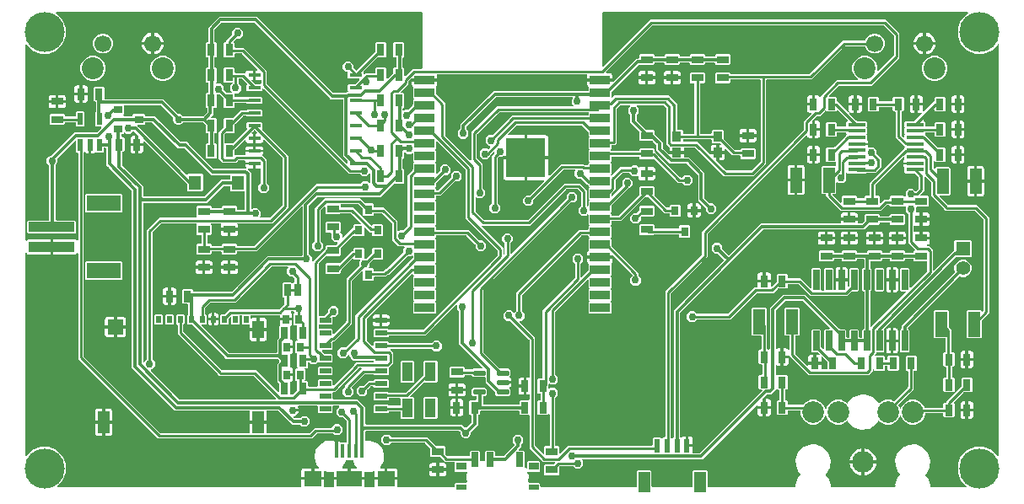
<source format=gbr>
G04 EAGLE Gerber RS-274X export*
G75*
%MOMM*%
%FSLAX34Y34*%
%LPD*%
%INBottom Copper*%
%IPPOS*%
%AMOC8*
5,1,8,0,0,1.08239X$1,22.5*%
G01*
%ADD10R,2.000000X0.900000*%
%ADD11R,4.000000X4.000000*%
%ADD12R,1.200000X0.800000*%
%ADD13R,0.800000X1.200000*%
%ADD14R,1.270000X1.470000*%
%ADD15R,4.600000X1.000000*%
%ADD16R,3.400000X1.600000*%
%ADD17R,0.900000X0.800000*%
%ADD18R,0.700000X1.500000*%
%ADD19R,1.000000X0.600000*%
%ADD20R,1.000000X0.800000*%
%ADD21R,0.800000X0.900000*%
%ADD22R,0.500000X0.750000*%
%ADD23R,1.200000X1.800000*%
%ADD24R,1.200000X2.200000*%
%ADD25R,1.600000X1.500000*%
%ADD26R,1.200000X0.600000*%
%ADD27R,0.550000X1.200000*%
%ADD28R,0.635000X1.270000*%
%ADD29C,0.254000*%
%ADD30R,0.900000X1.000000*%
%ADD31R,1.750000X0.400000*%
%ADD32R,1.200000X2.500000*%
%ADD33C,4.016000*%
%ADD34C,2.184400*%
%ADD35C,2.200000*%
%ADD36C,1.700000*%
%ADD37R,0.660400X2.032000*%
%ADD38R,1.270000X0.419100*%
%ADD39C,0.275000*%
%ADD40C,0.762000*%
%ADD41R,1.100000X1.900000*%
%ADD42R,0.400000X1.450000*%
%ADD43R,1.800000X1.500000*%
%ADD44R,2.500000X1.500000*%
%ADD45R,1.200000X2.000000*%
%ADD46R,0.600000X1.350000*%
%ADD47R,1.422400X1.422400*%
%ADD48C,1.422400*%
%ADD49R,0.700000X0.900000*%
%ADD50C,0.304800*%
%ADD51C,0.756400*%
%ADD52C,0.355600*%

G36*
X287566Y11450D02*
X287566Y11450D01*
X287685Y11468D01*
X287689Y11470D01*
X287693Y11470D01*
X287796Y11525D01*
X287903Y11581D01*
X287906Y11584D01*
X287910Y11586D01*
X287991Y11671D01*
X288075Y11757D01*
X288076Y11761D01*
X288079Y11764D01*
X288130Y11872D01*
X288181Y11979D01*
X288181Y11983D01*
X288183Y11987D01*
X288196Y12106D01*
X288210Y12223D01*
X288210Y12228D01*
X288210Y12231D01*
X288207Y12245D01*
X288185Y12389D01*
X288159Y12485D01*
X288159Y18797D01*
X298938Y18797D01*
X298958Y18800D01*
X298977Y18798D01*
X299079Y18820D01*
X299181Y18837D01*
X299198Y18846D01*
X299218Y18850D01*
X299307Y18903D01*
X299398Y18952D01*
X299412Y18966D01*
X299429Y18976D01*
X299496Y19055D01*
X299567Y19130D01*
X299576Y19148D01*
X299589Y19163D01*
X299628Y19259D01*
X299671Y19353D01*
X299673Y19373D01*
X299681Y19391D01*
X299699Y19558D01*
X299699Y20321D01*
X299701Y20321D01*
X299701Y19558D01*
X299704Y19538D01*
X299702Y19519D01*
X299724Y19417D01*
X299741Y19315D01*
X299750Y19298D01*
X299754Y19278D01*
X299807Y19189D01*
X299856Y19098D01*
X299870Y19084D01*
X299880Y19067D01*
X299959Y19000D01*
X300034Y18929D01*
X300052Y18920D01*
X300067Y18907D01*
X300163Y18868D01*
X300257Y18825D01*
X300277Y18823D01*
X300295Y18815D01*
X300462Y18797D01*
X311241Y18797D01*
X311241Y12485D01*
X311215Y12389D01*
X311203Y12271D01*
X311190Y12153D01*
X311191Y12148D01*
X311190Y12144D01*
X311217Y12029D01*
X311242Y11912D01*
X311244Y11909D01*
X311245Y11905D01*
X311307Y11803D01*
X311368Y11701D01*
X311372Y11698D01*
X311374Y11695D01*
X311465Y11619D01*
X311555Y11541D01*
X311559Y11540D01*
X311562Y11537D01*
X311672Y11494D01*
X311783Y11449D01*
X311788Y11449D01*
X311791Y11447D01*
X311805Y11447D01*
X311950Y11431D01*
X320800Y11431D01*
X320916Y11450D01*
X321035Y11468D01*
X321039Y11470D01*
X321043Y11470D01*
X321146Y11525D01*
X321253Y11581D01*
X321256Y11584D01*
X321260Y11586D01*
X321341Y11671D01*
X321425Y11757D01*
X321426Y11761D01*
X321429Y11764D01*
X321480Y11872D01*
X321531Y11979D01*
X321531Y11983D01*
X321533Y11987D01*
X321546Y12106D01*
X321560Y12223D01*
X321560Y12228D01*
X321560Y12231D01*
X321557Y12245D01*
X321535Y12389D01*
X321509Y12485D01*
X321509Y18797D01*
X335788Y18797D01*
X335808Y18800D01*
X335827Y18798D01*
X335929Y18820D01*
X336031Y18837D01*
X336048Y18846D01*
X336068Y18850D01*
X336157Y18903D01*
X336248Y18952D01*
X336262Y18966D01*
X336279Y18976D01*
X336346Y19055D01*
X336417Y19130D01*
X336426Y19148D01*
X336439Y19163D01*
X336478Y19259D01*
X336521Y19353D01*
X336523Y19373D01*
X336531Y19391D01*
X336549Y19558D01*
X336549Y20321D01*
X336551Y20321D01*
X336551Y19558D01*
X336554Y19538D01*
X336552Y19519D01*
X336574Y19417D01*
X336591Y19315D01*
X336600Y19298D01*
X336604Y19278D01*
X336657Y19189D01*
X336706Y19098D01*
X336720Y19084D01*
X336730Y19067D01*
X336809Y19000D01*
X336884Y18929D01*
X336902Y18920D01*
X336917Y18907D01*
X337013Y18868D01*
X337107Y18825D01*
X337127Y18823D01*
X337145Y18815D01*
X337312Y18797D01*
X351591Y18797D01*
X351591Y12485D01*
X351565Y12389D01*
X351553Y12271D01*
X351540Y12153D01*
X351541Y12148D01*
X351540Y12144D01*
X351567Y12029D01*
X351592Y11912D01*
X351594Y11909D01*
X351595Y11905D01*
X351657Y11803D01*
X351718Y11701D01*
X351722Y11698D01*
X351724Y11695D01*
X351815Y11619D01*
X351905Y11541D01*
X351909Y11540D01*
X351912Y11537D01*
X352022Y11494D01*
X352133Y11449D01*
X352138Y11449D01*
X352141Y11447D01*
X352155Y11447D01*
X352300Y11431D01*
X361150Y11431D01*
X361266Y11450D01*
X361385Y11468D01*
X361389Y11470D01*
X361393Y11470D01*
X361496Y11525D01*
X361603Y11581D01*
X361606Y11584D01*
X361610Y11586D01*
X361691Y11671D01*
X361775Y11757D01*
X361776Y11761D01*
X361779Y11764D01*
X361830Y11872D01*
X361881Y11979D01*
X361881Y11983D01*
X361883Y11987D01*
X361896Y12106D01*
X361910Y12223D01*
X361910Y12228D01*
X361910Y12231D01*
X361907Y12245D01*
X361885Y12389D01*
X361859Y12485D01*
X361859Y18797D01*
X372638Y18797D01*
X372658Y18800D01*
X372677Y18798D01*
X372779Y18820D01*
X372881Y18837D01*
X372898Y18846D01*
X372918Y18850D01*
X373007Y18903D01*
X373098Y18952D01*
X373112Y18966D01*
X373129Y18976D01*
X373196Y19055D01*
X373267Y19130D01*
X373276Y19148D01*
X373289Y19163D01*
X373328Y19259D01*
X373371Y19353D01*
X373373Y19373D01*
X373381Y19391D01*
X373399Y19558D01*
X373399Y20321D01*
X373401Y20321D01*
X373401Y19558D01*
X373404Y19538D01*
X373402Y19519D01*
X373424Y19417D01*
X373441Y19315D01*
X373450Y19298D01*
X373454Y19278D01*
X373507Y19189D01*
X373556Y19098D01*
X373570Y19084D01*
X373580Y19067D01*
X373659Y19000D01*
X373734Y18929D01*
X373752Y18920D01*
X373767Y18907D01*
X373863Y18868D01*
X373957Y18825D01*
X373977Y18823D01*
X373995Y18815D01*
X374162Y18797D01*
X384941Y18797D01*
X384941Y12485D01*
X384915Y12389D01*
X384903Y12271D01*
X384890Y12153D01*
X384891Y12148D01*
X384890Y12144D01*
X384917Y12029D01*
X384942Y11912D01*
X384944Y11909D01*
X384945Y11905D01*
X385007Y11803D01*
X385068Y11701D01*
X385072Y11698D01*
X385074Y11695D01*
X385165Y11619D01*
X385255Y11541D01*
X385259Y11540D01*
X385262Y11537D01*
X385372Y11494D01*
X385483Y11449D01*
X385488Y11449D01*
X385491Y11447D01*
X385505Y11447D01*
X385650Y11431D01*
X441354Y11431D01*
X441374Y11434D01*
X441393Y11432D01*
X441495Y11454D01*
X441597Y11470D01*
X441614Y11480D01*
X441634Y11484D01*
X441723Y11537D01*
X441814Y11586D01*
X441828Y11600D01*
X441845Y11610D01*
X441912Y11689D01*
X441984Y11764D01*
X441992Y11782D01*
X442005Y11797D01*
X442044Y11893D01*
X442087Y11987D01*
X442089Y12007D01*
X442097Y12025D01*
X442115Y12192D01*
X442115Y15222D01*
X443008Y16115D01*
X453925Y16115D01*
X453993Y16126D01*
X454063Y16127D01*
X454114Y16146D01*
X454167Y16154D01*
X454229Y16187D01*
X454294Y16211D01*
X454337Y16244D01*
X454385Y16270D01*
X454433Y16320D01*
X454487Y16363D01*
X454517Y16409D01*
X454554Y16448D01*
X454583Y16511D01*
X454621Y16569D01*
X454635Y16622D01*
X454658Y16671D01*
X454665Y16740D01*
X454683Y16808D01*
X454681Y16883D01*
X454685Y16915D01*
X454680Y16937D01*
X454679Y16975D01*
X454570Y17808D01*
X454558Y17847D01*
X454555Y17887D01*
X454500Y18039D01*
X454499Y18043D01*
X454498Y18044D01*
X454498Y18045D01*
X454382Y18279D01*
X454305Y19455D01*
X454298Y19486D01*
X454292Y19554D01*
X454062Y20710D01*
X454113Y20966D01*
X454115Y21007D01*
X454125Y21046D01*
X454121Y21208D01*
X454122Y21212D01*
X454121Y21213D01*
X454121Y21214D01*
X454010Y22058D01*
X454078Y22310D01*
X454082Y22350D01*
X454095Y22389D01*
X454102Y22550D01*
X454102Y22554D01*
X454102Y22555D01*
X454102Y22556D01*
X453982Y24384D01*
X454682Y26002D01*
X454694Y26052D01*
X454716Y26099D01*
X454724Y26171D01*
X454741Y26241D01*
X454737Y26292D01*
X454743Y26343D01*
X454728Y26414D01*
X454722Y26486D01*
X454702Y26533D01*
X454691Y26584D01*
X454654Y26646D01*
X454625Y26712D01*
X454591Y26751D01*
X454565Y26795D01*
X454510Y26842D01*
X454462Y26896D01*
X454417Y26921D01*
X454378Y26955D01*
X454311Y26982D01*
X454248Y27018D01*
X454197Y27027D01*
X454150Y27047D01*
X454033Y27060D01*
X454007Y27065D01*
X453997Y27064D01*
X453983Y27065D01*
X443008Y27065D01*
X442115Y27958D01*
X442115Y36068D01*
X442112Y36088D01*
X442114Y36107D01*
X442092Y36208D01*
X442076Y36311D01*
X442066Y36328D01*
X442062Y36348D01*
X442009Y36437D01*
X441960Y36528D01*
X441946Y36542D01*
X441936Y36559D01*
X441857Y36626D01*
X441782Y36698D01*
X441764Y36706D01*
X441749Y36719D01*
X441653Y36758D01*
X441559Y36801D01*
X441539Y36803D01*
X441521Y36811D01*
X441354Y36829D01*
X432913Y36829D01*
X432866Y36822D01*
X432818Y36823D01*
X432745Y36802D01*
X432692Y36793D01*
X432639Y36858D01*
X432626Y36877D01*
X432621Y36881D01*
X432615Y36889D01*
X428151Y41352D01*
X428077Y41405D01*
X428008Y41465D01*
X427978Y41477D01*
X427952Y41496D01*
X427864Y41523D01*
X427780Y41557D01*
X427739Y41561D01*
X427717Y41568D01*
X427684Y41567D01*
X427613Y41575D01*
X418818Y41575D01*
X417925Y42468D01*
X417925Y50247D01*
X417911Y50337D01*
X417903Y50428D01*
X417891Y50458D01*
X417886Y50490D01*
X417866Y50526D01*
X417865Y50534D01*
X417843Y50571D01*
X417807Y50654D01*
X417781Y50687D01*
X417770Y50707D01*
X417749Y50728D01*
X417738Y50745D01*
X417725Y50757D01*
X417702Y50785D01*
X412577Y55910D01*
X412503Y55963D01*
X412434Y56023D01*
X412404Y56035D01*
X412378Y56054D01*
X412291Y56081D01*
X412206Y56115D01*
X412165Y56119D01*
X412143Y56126D01*
X412110Y56125D01*
X412039Y56133D01*
X378913Y56133D01*
X378823Y56119D01*
X378732Y56111D01*
X378703Y56099D01*
X378671Y56094D01*
X378590Y56051D01*
X378506Y56015D01*
X378474Y55989D01*
X378453Y55978D01*
X378431Y55955D01*
X378375Y55910D01*
X376086Y53621D01*
X371690Y53621D01*
X368581Y56730D01*
X368581Y61126D01*
X371690Y64235D01*
X376086Y64235D01*
X378375Y61946D01*
X378449Y61893D01*
X378519Y61833D01*
X378549Y61821D01*
X378575Y61802D01*
X378662Y61775D01*
X378747Y61741D01*
X378788Y61737D01*
X378810Y61730D01*
X378842Y61731D01*
X378913Y61723D01*
X414670Y61723D01*
X423545Y52848D01*
X423619Y52795D01*
X423688Y52735D01*
X423718Y52723D01*
X423744Y52704D01*
X423831Y52677D01*
X423916Y52643D01*
X423957Y52639D01*
X423979Y52632D01*
X424012Y52633D01*
X424083Y52625D01*
X432082Y52625D01*
X432975Y51732D01*
X432975Y44749D01*
X432989Y44659D01*
X432997Y44568D01*
X433009Y44538D01*
X433014Y44506D01*
X433057Y44426D01*
X433093Y44342D01*
X433119Y44310D01*
X433130Y44289D01*
X433153Y44267D01*
X433198Y44211D01*
X434767Y42642D01*
X434841Y42589D01*
X434910Y42529D01*
X434940Y42517D01*
X434966Y42498D01*
X435053Y42471D01*
X435138Y42437D01*
X435179Y42433D01*
X435201Y42426D01*
X435234Y42427D01*
X435305Y42419D01*
X456854Y42419D01*
X456874Y42422D01*
X456893Y42420D01*
X456995Y42442D01*
X457097Y42458D01*
X457114Y42468D01*
X457134Y42472D01*
X457223Y42525D01*
X457314Y42574D01*
X457328Y42588D01*
X457345Y42598D01*
X457412Y42677D01*
X457484Y42752D01*
X457492Y42770D01*
X457505Y42785D01*
X457544Y42881D01*
X457587Y42975D01*
X457589Y42995D01*
X457597Y43013D01*
X457615Y43180D01*
X457615Y47222D01*
X458508Y48115D01*
X466772Y48115D01*
X467665Y47222D01*
X467665Y38315D01*
X467681Y38214D01*
X467692Y38113D01*
X467701Y38093D01*
X467704Y38072D01*
X467752Y37982D01*
X467795Y37889D01*
X467809Y37874D01*
X467820Y37855D01*
X467893Y37784D01*
X467963Y37710D01*
X467982Y37700D01*
X467998Y37685D01*
X468090Y37642D01*
X468180Y37594D01*
X468201Y37591D01*
X468221Y37582D01*
X468322Y37570D01*
X468423Y37553D01*
X468449Y37556D01*
X468465Y37554D01*
X468497Y37561D01*
X468589Y37571D01*
X470472Y37985D01*
X471661Y37673D01*
X471777Y37662D01*
X471893Y37649D01*
X471899Y37650D01*
X471906Y37650D01*
X472019Y37676D01*
X472134Y37701D01*
X472139Y37704D01*
X472145Y37706D01*
X472244Y37767D01*
X472345Y37827D01*
X472349Y37832D01*
X472354Y37835D01*
X472428Y37925D01*
X472505Y38014D01*
X472507Y38020D01*
X472511Y38025D01*
X472553Y38133D01*
X472597Y38242D01*
X472598Y38250D01*
X472599Y38254D01*
X472600Y38272D01*
X472615Y38409D01*
X472615Y47222D01*
X473508Y48115D01*
X481772Y48115D01*
X482665Y47222D01*
X482665Y43434D01*
X482668Y43414D01*
X482666Y43395D01*
X482688Y43293D01*
X482704Y43191D01*
X482714Y43174D01*
X482718Y43154D01*
X482771Y43065D01*
X482820Y42974D01*
X482834Y42960D01*
X482844Y42943D01*
X482923Y42876D01*
X482998Y42804D01*
X483016Y42796D01*
X483031Y42783D01*
X483127Y42744D01*
X483221Y42701D01*
X483241Y42699D01*
X483259Y42691D01*
X483426Y42673D01*
X491182Y42673D01*
X491272Y42687D01*
X491363Y42695D01*
X491393Y42707D01*
X491425Y42712D01*
X491505Y42755D01*
X491589Y42791D01*
X491621Y42817D01*
X491642Y42828D01*
X491664Y42851D01*
X491720Y42896D01*
X502316Y53491D01*
X502327Y53507D01*
X502343Y53520D01*
X502399Y53607D01*
X502459Y53691D01*
X502465Y53710D01*
X502476Y53727D01*
X502501Y53827D01*
X502531Y53926D01*
X502531Y53946D01*
X502536Y53965D01*
X502528Y54068D01*
X502525Y54172D01*
X502518Y54191D01*
X502517Y54210D01*
X502476Y54305D01*
X502441Y54403D01*
X502428Y54418D01*
X502420Y54437D01*
X502316Y54568D01*
X500407Y56476D01*
X500407Y60872D01*
X503516Y63981D01*
X507912Y63981D01*
X511021Y60872D01*
X511021Y56476D01*
X508986Y54441D01*
X508933Y54367D01*
X508873Y54297D01*
X508861Y54267D01*
X508842Y54241D01*
X508815Y54154D01*
X508781Y54069D01*
X508777Y54028D01*
X508770Y54006D01*
X508771Y53974D01*
X508763Y53903D01*
X508763Y51315D01*
X506862Y49414D01*
X506820Y49356D01*
X506771Y49304D01*
X506749Y49257D01*
X506718Y49215D01*
X506697Y49146D01*
X506667Y49081D01*
X506661Y49029D01*
X506646Y48979D01*
X506648Y48908D01*
X506640Y48837D01*
X506651Y48786D01*
X506652Y48734D01*
X506677Y48666D01*
X506692Y48596D01*
X506719Y48551D01*
X506737Y48503D01*
X506782Y48447D01*
X506818Y48385D01*
X506858Y48351D01*
X506890Y48311D01*
X506951Y48272D01*
X507005Y48225D01*
X507054Y48206D01*
X507097Y48178D01*
X507167Y48160D01*
X507233Y48133D01*
X507305Y48125D01*
X507336Y48117D01*
X507359Y48119D01*
X507400Y48115D01*
X511772Y48115D01*
X512665Y47222D01*
X512665Y32116D01*
X512683Y32006D01*
X512698Y31894D01*
X512703Y31884D01*
X512704Y31873D01*
X512757Y31774D01*
X512806Y31673D01*
X512815Y31663D01*
X512820Y31655D01*
X512838Y31637D01*
X512918Y31548D01*
X513637Y30905D01*
X513644Y30888D01*
X513698Y30796D01*
X513748Y30702D01*
X513760Y30690D01*
X513768Y30676D01*
X513849Y30606D01*
X513926Y30532D01*
X513941Y30525D01*
X513953Y30514D01*
X514052Y30474D01*
X514149Y30429D01*
X514165Y30427D01*
X514181Y30420D01*
X514288Y30413D01*
X514393Y30401D01*
X514410Y30405D01*
X514426Y30404D01*
X514529Y30431D01*
X514634Y30454D01*
X514648Y30462D01*
X514664Y30466D01*
X514753Y30525D01*
X514845Y30580D01*
X514856Y30592D01*
X514869Y30602D01*
X514935Y30685D01*
X515005Y30767D01*
X515011Y30782D01*
X515021Y30795D01*
X515057Y30896D01*
X515097Y30995D01*
X515099Y31015D01*
X515103Y31027D01*
X515104Y31058D01*
X515115Y31162D01*
X515115Y37222D01*
X516008Y38115D01*
X527272Y38115D01*
X528165Y37222D01*
X528165Y27958D01*
X527272Y27065D01*
X516224Y27065D01*
X516188Y27059D01*
X516152Y27062D01*
X516067Y27040D01*
X515981Y27026D01*
X515949Y27009D01*
X515914Y26999D01*
X515841Y26951D01*
X515764Y26910D01*
X515739Y26884D01*
X515709Y26864D01*
X515655Y26795D01*
X515595Y26732D01*
X515579Y26699D01*
X515557Y26671D01*
X515528Y26588D01*
X515491Y26509D01*
X515487Y26473D01*
X515475Y26439D01*
X515474Y26351D01*
X515464Y26265D01*
X515472Y26229D01*
X515471Y26193D01*
X515514Y26031D01*
X516399Y23730D01*
X515680Y16956D01*
X515684Y16896D01*
X515677Y16837D01*
X515691Y16774D01*
X515694Y16711D01*
X515717Y16655D01*
X515729Y16596D01*
X515762Y16541D01*
X515786Y16482D01*
X515825Y16437D01*
X515856Y16385D01*
X515904Y16344D01*
X515945Y16295D01*
X515997Y16264D01*
X516043Y16225D01*
X516102Y16201D01*
X516156Y16169D01*
X516215Y16156D01*
X516271Y16133D01*
X516365Y16123D01*
X516396Y16116D01*
X516412Y16118D01*
X516437Y16115D01*
X527272Y16115D01*
X528165Y15222D01*
X528165Y12192D01*
X528168Y12172D01*
X528166Y12153D01*
X528188Y12051D01*
X528204Y11949D01*
X528214Y11932D01*
X528218Y11912D01*
X528271Y11823D01*
X528320Y11732D01*
X528334Y11718D01*
X528344Y11701D01*
X528423Y11634D01*
X528498Y11562D01*
X528516Y11554D01*
X528531Y11541D01*
X528627Y11502D01*
X528721Y11459D01*
X528741Y11457D01*
X528759Y11449D01*
X528926Y11431D01*
X624114Y11431D01*
X624134Y11434D01*
X624153Y11432D01*
X624255Y11454D01*
X624357Y11470D01*
X624374Y11480D01*
X624394Y11484D01*
X624483Y11537D01*
X624574Y11586D01*
X624588Y11600D01*
X624605Y11610D01*
X624672Y11689D01*
X624744Y11764D01*
X624752Y11782D01*
X624765Y11797D01*
X624804Y11893D01*
X624847Y11987D01*
X624849Y12007D01*
X624857Y12025D01*
X624875Y12192D01*
X624875Y27222D01*
X625768Y28115D01*
X639032Y28115D01*
X639925Y27222D01*
X639925Y12192D01*
X639928Y12172D01*
X639926Y12153D01*
X639948Y12051D01*
X639964Y11949D01*
X639974Y11932D01*
X639978Y11912D01*
X640031Y11823D01*
X640080Y11732D01*
X640094Y11718D01*
X640104Y11701D01*
X640183Y11634D01*
X640258Y11562D01*
X640276Y11554D01*
X640291Y11541D01*
X640387Y11502D01*
X640481Y11459D01*
X640501Y11457D01*
X640519Y11449D01*
X640686Y11431D01*
X680114Y11431D01*
X680134Y11434D01*
X680153Y11432D01*
X680255Y11454D01*
X680357Y11470D01*
X680374Y11480D01*
X680394Y11484D01*
X680483Y11537D01*
X680574Y11586D01*
X680588Y11600D01*
X680605Y11610D01*
X680672Y11689D01*
X680744Y11764D01*
X680752Y11782D01*
X680765Y11797D01*
X680804Y11893D01*
X680847Y11987D01*
X680849Y12007D01*
X680857Y12025D01*
X680875Y12192D01*
X680875Y27222D01*
X681768Y28115D01*
X695032Y28115D01*
X695925Y27222D01*
X695925Y12192D01*
X695928Y12172D01*
X695926Y12153D01*
X695948Y12051D01*
X695964Y11949D01*
X695974Y11932D01*
X695978Y11912D01*
X696031Y11823D01*
X696080Y11732D01*
X696094Y11718D01*
X696104Y11701D01*
X696183Y11634D01*
X696258Y11562D01*
X696276Y11554D01*
X696291Y11541D01*
X696387Y11502D01*
X696481Y11459D01*
X696501Y11457D01*
X696519Y11449D01*
X696686Y11431D01*
X783920Y11431D01*
X783960Y11437D01*
X784002Y11435D01*
X784081Y11457D01*
X784162Y11470D01*
X784199Y11490D01*
X784239Y11501D01*
X784307Y11547D01*
X784380Y11586D01*
X784408Y11615D01*
X784442Y11639D01*
X784492Y11704D01*
X784549Y11764D01*
X784566Y11801D01*
X784592Y11834D01*
X784618Y11912D01*
X784653Y11987D01*
X784657Y12028D01*
X784670Y12067D01*
X784679Y12226D01*
X784680Y12231D01*
X784680Y12233D01*
X784680Y12235D01*
X784563Y14316D01*
X786854Y20864D01*
X789459Y23779D01*
X789470Y23796D01*
X789484Y23809D01*
X789535Y23899D01*
X789591Y23986D01*
X789596Y24006D01*
X789606Y24023D01*
X789625Y24125D01*
X789650Y24225D01*
X789648Y24245D01*
X789652Y24265D01*
X789638Y24367D01*
X789630Y24470D01*
X789622Y24489D01*
X789619Y24508D01*
X789574Y24601D01*
X789533Y24696D01*
X789519Y24711D01*
X789510Y24729D01*
X789398Y24854D01*
X787962Y26137D01*
X784952Y32388D01*
X784563Y39316D01*
X786854Y45864D01*
X791477Y51038D01*
X797728Y54048D01*
X800820Y54222D01*
X801192Y54243D01*
X805020Y54458D01*
X812150Y51638D01*
X817440Y46087D01*
X819915Y38830D01*
X819117Y31203D01*
X815178Y24585D01*
X815135Y24552D01*
X815110Y24517D01*
X815079Y24487D01*
X815042Y24415D01*
X814997Y24349D01*
X814985Y24307D01*
X814965Y24269D01*
X814952Y24189D01*
X814931Y24112D01*
X814933Y24069D01*
X814926Y24026D01*
X814940Y23947D01*
X814944Y23866D01*
X814960Y23826D01*
X814967Y23784D01*
X815005Y23712D01*
X815035Y23637D01*
X815069Y23592D01*
X815083Y23567D01*
X815104Y23547D01*
X815137Y23504D01*
X817440Y21087D01*
X819915Y13830D01*
X819752Y12271D01*
X819755Y12212D01*
X819749Y12153D01*
X819762Y12090D01*
X819766Y12026D01*
X819788Y11970D01*
X819801Y11912D01*
X819834Y11857D01*
X819858Y11797D01*
X819897Y11752D01*
X819927Y11701D01*
X819976Y11659D01*
X820018Y11610D01*
X820069Y11580D01*
X820114Y11541D01*
X820174Y11517D01*
X820229Y11484D01*
X820287Y11471D01*
X820342Y11449D01*
X820438Y11439D01*
X820469Y11432D01*
X820484Y11433D01*
X820509Y11431D01*
X883920Y11431D01*
X883960Y11437D01*
X884002Y11435D01*
X884081Y11457D01*
X884162Y11470D01*
X884199Y11490D01*
X884239Y11501D01*
X884307Y11547D01*
X884380Y11586D01*
X884408Y11615D01*
X884442Y11639D01*
X884492Y11704D01*
X884549Y11764D01*
X884566Y11801D01*
X884592Y11834D01*
X884618Y11912D01*
X884653Y11987D01*
X884657Y12028D01*
X884670Y12067D01*
X884679Y12226D01*
X884680Y12231D01*
X884680Y12233D01*
X884680Y12235D01*
X884563Y14316D01*
X886854Y20864D01*
X889459Y23779D01*
X889470Y23796D01*
X889484Y23809D01*
X889535Y23899D01*
X889591Y23986D01*
X889596Y24006D01*
X889606Y24023D01*
X889625Y24125D01*
X889650Y24225D01*
X889648Y24245D01*
X889652Y24265D01*
X889638Y24367D01*
X889630Y24470D01*
X889622Y24489D01*
X889619Y24508D01*
X889574Y24601D01*
X889533Y24696D01*
X889519Y24711D01*
X889510Y24729D01*
X889398Y24854D01*
X887962Y26137D01*
X884952Y32388D01*
X884563Y39316D01*
X886854Y45864D01*
X891477Y51038D01*
X897728Y54048D01*
X900440Y54201D01*
X900441Y54201D01*
X901192Y54243D01*
X905020Y54458D01*
X912150Y51638D01*
X917440Y46087D01*
X919915Y38830D01*
X919117Y31203D01*
X915178Y24585D01*
X915135Y24552D01*
X915110Y24517D01*
X915079Y24487D01*
X915042Y24415D01*
X914997Y24349D01*
X914985Y24307D01*
X914965Y24269D01*
X914952Y24189D01*
X914931Y24112D01*
X914933Y24069D01*
X914926Y24026D01*
X914940Y23947D01*
X914944Y23866D01*
X914960Y23826D01*
X914967Y23784D01*
X915005Y23712D01*
X915035Y23637D01*
X915069Y23592D01*
X915083Y23567D01*
X915104Y23547D01*
X915137Y23504D01*
X917440Y21087D01*
X919915Y13830D01*
X919752Y12271D01*
X919755Y12212D01*
X919749Y12153D01*
X919762Y12090D01*
X919766Y12026D01*
X919788Y11970D01*
X919801Y11912D01*
X919834Y11857D01*
X919858Y11797D01*
X919897Y11752D01*
X919927Y11701D01*
X919976Y11659D01*
X920018Y11610D01*
X920069Y11580D01*
X920114Y11541D01*
X920174Y11517D01*
X920229Y11484D01*
X920287Y11471D01*
X920342Y11449D01*
X920438Y11439D01*
X920469Y11432D01*
X920484Y11433D01*
X920509Y11431D01*
X955668Y11431D01*
X955738Y11442D01*
X955810Y11444D01*
X955859Y11462D01*
X955911Y11470D01*
X955974Y11504D01*
X956041Y11529D01*
X956082Y11561D01*
X956128Y11586D01*
X956177Y11638D01*
X956233Y11682D01*
X956261Y11726D01*
X956297Y11764D01*
X956327Y11829D01*
X956366Y11889D01*
X956379Y11940D01*
X956401Y11987D01*
X956409Y12058D01*
X956426Y12128D01*
X956422Y12180D01*
X956428Y12231D01*
X956413Y12302D01*
X956407Y12373D01*
X956387Y12421D01*
X956376Y12472D01*
X956339Y12533D01*
X956311Y12599D01*
X956266Y12655D01*
X956250Y12683D01*
X956232Y12698D01*
X956206Y12730D01*
X950694Y18242D01*
X947405Y26183D01*
X947405Y34777D01*
X950694Y42718D01*
X956772Y48796D01*
X964713Y52085D01*
X973307Y52085D01*
X981248Y48796D01*
X987270Y42774D01*
X987328Y42732D01*
X987380Y42683D01*
X987427Y42661D01*
X987469Y42630D01*
X987538Y42609D01*
X987603Y42579D01*
X987655Y42573D01*
X987705Y42558D01*
X987776Y42560D01*
X987847Y42552D01*
X987898Y42563D01*
X987950Y42564D01*
X988018Y42589D01*
X988088Y42604D01*
X988133Y42631D01*
X988181Y42649D01*
X988237Y42694D01*
X988299Y42730D01*
X988333Y42770D01*
X988373Y42803D01*
X988412Y42863D01*
X988459Y42917D01*
X988478Y42966D01*
X988506Y43009D01*
X988524Y43079D01*
X988551Y43146D01*
X988559Y43217D01*
X988567Y43248D01*
X988565Y43271D01*
X988569Y43312D01*
X988569Y455798D01*
X988558Y455868D01*
X988556Y455940D01*
X988538Y455989D01*
X988530Y456041D01*
X988496Y456104D01*
X988471Y456171D01*
X988439Y456212D01*
X988414Y456258D01*
X988362Y456307D01*
X988318Y456363D01*
X988274Y456391D01*
X988236Y456427D01*
X988171Y456457D01*
X988111Y456496D01*
X988060Y456509D01*
X988013Y456531D01*
X987942Y456539D01*
X987872Y456556D01*
X987820Y456552D01*
X987769Y456558D01*
X987698Y456543D01*
X987627Y456537D01*
X987579Y456517D01*
X987528Y456506D01*
X987467Y456469D01*
X987401Y456441D01*
X987345Y456396D01*
X987317Y456380D01*
X987302Y456362D01*
X987270Y456336D01*
X981248Y450314D01*
X973307Y447025D01*
X964713Y447025D01*
X956772Y450314D01*
X950694Y456392D01*
X947405Y464333D01*
X947405Y472927D01*
X950694Y480868D01*
X956772Y486946D01*
X957156Y487105D01*
X957239Y487156D01*
X957325Y487202D01*
X957343Y487221D01*
X957365Y487234D01*
X957427Y487309D01*
X957494Y487380D01*
X957505Y487404D01*
X957522Y487424D01*
X957557Y487515D01*
X957598Y487603D01*
X957601Y487629D01*
X957610Y487653D01*
X957614Y487751D01*
X957625Y487847D01*
X957619Y487873D01*
X957621Y487899D01*
X957593Y487993D01*
X957573Y488088D01*
X957559Y488110D01*
X957552Y488135D01*
X957496Y488215D01*
X957447Y488299D01*
X957427Y488316D01*
X957412Y488337D01*
X957334Y488395D01*
X957260Y488459D01*
X957235Y488469D01*
X957214Y488484D01*
X957122Y488514D01*
X957031Y488551D01*
X956999Y488554D01*
X956981Y488560D01*
X956947Y488560D01*
X956865Y488569D01*
X591066Y488569D01*
X591046Y488566D01*
X591026Y488568D01*
X590925Y488546D01*
X590823Y488530D01*
X590806Y488520D01*
X590786Y488516D01*
X590697Y488463D01*
X590606Y488414D01*
X590592Y488400D01*
X590575Y488390D01*
X590508Y488311D01*
X590436Y488236D01*
X590428Y488218D01*
X590415Y488203D01*
X590376Y488107D01*
X590333Y488013D01*
X590331Y487993D01*
X590323Y487975D01*
X590305Y487808D01*
X590305Y434551D01*
X590316Y434480D01*
X590318Y434408D01*
X590336Y434359D01*
X590344Y434308D01*
X590378Y434245D01*
X590402Y434177D01*
X590435Y434137D01*
X590459Y434091D01*
X590511Y434041D01*
X590556Y433985D01*
X590600Y433957D01*
X590638Y433921D01*
X590703Y433891D01*
X590763Y433852D01*
X590814Y433840D01*
X590861Y433818D01*
X590932Y433810D01*
X591002Y433792D01*
X591054Y433796D01*
X591105Y433791D01*
X591175Y433806D01*
X591247Y433811D01*
X591295Y433832D01*
X591346Y433843D01*
X591407Y433880D01*
X591473Y433908D01*
X591529Y433952D01*
X591557Y433969D01*
X591572Y433987D01*
X591604Y434012D01*
X638668Y481077D01*
X874918Y481077D01*
X888747Y467248D01*
X888747Y442834D01*
X860694Y414781D01*
X828497Y414781D01*
X828407Y414767D01*
X828316Y414759D01*
X828286Y414747D01*
X828254Y414742D01*
X828174Y414699D01*
X828090Y414663D01*
X828058Y414637D01*
X828037Y414626D01*
X828015Y414603D01*
X827959Y414558D01*
X818465Y405064D01*
X818423Y405006D01*
X818373Y404954D01*
X818351Y404907D01*
X818321Y404865D01*
X818300Y404796D01*
X818270Y404731D01*
X818264Y404679D01*
X818249Y404629D01*
X818251Y404558D01*
X818243Y404487D01*
X818254Y404436D01*
X818255Y404384D01*
X818280Y404316D01*
X818295Y404246D01*
X818322Y404201D01*
X818340Y404153D01*
X818384Y404097D01*
X818421Y404035D01*
X818461Y404001D01*
X818493Y403961D01*
X818554Y403922D01*
X818608Y403875D01*
X818656Y403856D01*
X818700Y403828D01*
X818770Y403810D01*
X818836Y403783D01*
X818908Y403775D01*
X818939Y403767D01*
X818962Y403769D01*
X819003Y403765D01*
X825162Y403765D01*
X826055Y402872D01*
X826055Y399445D01*
X826069Y399355D01*
X826077Y399264D01*
X826089Y399234D01*
X826094Y399202D01*
X826137Y399122D01*
X826173Y399038D01*
X826199Y399006D01*
X826210Y398985D01*
X826233Y398963D01*
X826278Y398907D01*
X836917Y388267D01*
X836937Y388253D01*
X836952Y388234D01*
X837036Y388182D01*
X837117Y388124D01*
X837140Y388117D01*
X837160Y388104D01*
X837257Y388081D01*
X837352Y388051D01*
X837376Y388052D01*
X837400Y388046D01*
X837498Y388055D01*
X837598Y388058D01*
X837620Y388066D01*
X837645Y388068D01*
X837735Y388108D01*
X837829Y388142D01*
X837848Y388157D01*
X837870Y388167D01*
X837943Y388234D01*
X838021Y388296D01*
X838034Y388316D01*
X838052Y388332D01*
X838100Y388419D01*
X838154Y388503D01*
X838160Y388526D01*
X838172Y388547D01*
X838190Y388645D01*
X838214Y388741D01*
X838212Y388765D01*
X838217Y388789D01*
X838203Y388887D01*
X838195Y388986D01*
X838185Y389009D01*
X838182Y389032D01*
X838115Y389186D01*
X838072Y389259D01*
X837899Y389906D01*
X837899Y394717D01*
X842917Y394717D01*
X842917Y387699D01*
X840106Y387699D01*
X839459Y387872D01*
X839386Y387915D01*
X839363Y387923D01*
X839344Y387937D01*
X839249Y387966D01*
X839156Y388002D01*
X839132Y388003D01*
X839109Y388010D01*
X839010Y388007D01*
X838910Y388011D01*
X838887Y388004D01*
X838863Y388003D01*
X838770Y387969D01*
X838674Y387941D01*
X838655Y387927D01*
X838632Y387919D01*
X838554Y387857D01*
X838473Y387800D01*
X838459Y387780D01*
X838440Y387765D01*
X838386Y387681D01*
X838327Y387601D01*
X838320Y387578D01*
X838307Y387558D01*
X838283Y387462D01*
X838252Y387367D01*
X838253Y387343D01*
X838247Y387320D01*
X838255Y387221D01*
X838256Y387121D01*
X838264Y387098D01*
X838266Y387074D01*
X838305Y386983D01*
X838338Y386889D01*
X838353Y386870D01*
X838362Y386848D01*
X838467Y386717D01*
X845627Y379558D01*
X845701Y379505D01*
X845770Y379445D01*
X845800Y379433D01*
X845826Y379414D01*
X845913Y379387D01*
X845998Y379353D01*
X846039Y379349D01*
X846061Y379342D01*
X846094Y379343D01*
X846165Y379335D01*
X855212Y379335D01*
X856105Y378442D01*
X856105Y373178D01*
X856025Y373098D01*
X856013Y373082D01*
X855997Y373070D01*
X855941Y372982D01*
X855881Y372899D01*
X855875Y372880D01*
X855864Y372863D01*
X855839Y372762D01*
X855809Y372663D01*
X855809Y372643D01*
X855804Y372624D01*
X855812Y372521D01*
X855815Y372418D01*
X855822Y372399D01*
X855823Y372379D01*
X855864Y372284D01*
X855899Y372187D01*
X855912Y372171D01*
X855920Y372153D01*
X856025Y372022D01*
X856105Y371942D01*
X856105Y366678D01*
X856025Y366598D01*
X856013Y366582D01*
X855997Y366570D01*
X855941Y366482D01*
X855881Y366399D01*
X855875Y366380D01*
X855864Y366363D01*
X855839Y366262D01*
X855809Y366163D01*
X855809Y366143D01*
X855804Y366124D01*
X855812Y366021D01*
X855815Y365918D01*
X855822Y365899D01*
X855823Y365879D01*
X855864Y365784D01*
X855899Y365687D01*
X855912Y365671D01*
X855920Y365653D01*
X856025Y365522D01*
X856105Y365442D01*
X856105Y360694D01*
X856119Y360604D01*
X856127Y360513D01*
X856139Y360483D01*
X856144Y360451D01*
X856187Y360370D01*
X856223Y360286D01*
X856249Y360254D01*
X856260Y360234D01*
X856283Y360211D01*
X856328Y360155D01*
X856613Y359870D01*
X856948Y359291D01*
X857121Y358644D01*
X857121Y357309D01*
X846068Y357309D01*
X846049Y357306D01*
X846029Y357308D01*
X845927Y357286D01*
X845825Y357270D01*
X845808Y357260D01*
X845788Y357256D01*
X845699Y357203D01*
X845608Y357154D01*
X845594Y357140D01*
X845577Y357130D01*
X845510Y357051D01*
X845439Y356976D01*
X845430Y356958D01*
X845417Y356943D01*
X845379Y356847D01*
X845335Y356753D01*
X845333Y356733D01*
X845325Y356715D01*
X845307Y356548D01*
X845307Y356072D01*
X845310Y356052D01*
X845308Y356032D01*
X845330Y355931D01*
X845347Y355829D01*
X845356Y355812D01*
X845360Y355792D01*
X845413Y355703D01*
X845462Y355612D01*
X845476Y355598D01*
X845486Y355581D01*
X845565Y355514D01*
X845640Y355442D01*
X845658Y355434D01*
X845673Y355421D01*
X845770Y355382D01*
X845863Y355339D01*
X845883Y355337D01*
X845901Y355329D01*
X846068Y355311D01*
X857121Y355311D01*
X857121Y353976D01*
X856967Y353400D01*
X856962Y353353D01*
X856948Y353307D01*
X856950Y353231D01*
X856942Y353156D01*
X856953Y353109D01*
X856954Y353061D01*
X856980Y352990D01*
X856997Y352916D01*
X857022Y352875D01*
X857039Y352830D01*
X857086Y352771D01*
X857125Y352706D01*
X857162Y352675D01*
X857192Y352638D01*
X857256Y352597D01*
X857314Y352548D01*
X857359Y352531D01*
X857399Y352505D01*
X857473Y352486D01*
X857543Y352459D01*
X857591Y352457D01*
X857638Y352445D01*
X857713Y352451D01*
X857789Y352447D01*
X857835Y352460D01*
X857883Y352464D01*
X857953Y352494D01*
X858026Y352514D01*
X858065Y352541D01*
X858109Y352560D01*
X858210Y352641D01*
X858228Y352653D01*
X858232Y352659D01*
X858240Y352665D01*
X858354Y352779D01*
X862750Y352779D01*
X865859Y349670D01*
X865859Y346433D01*
X865873Y346343D01*
X865881Y346252D01*
X865893Y346222D01*
X865898Y346190D01*
X865941Y346109D01*
X865977Y346026D01*
X866003Y345993D01*
X866014Y345973D01*
X866037Y345951D01*
X866082Y345895D01*
X870459Y341518D01*
X870459Y333106D01*
X864758Y327405D01*
X856147Y327405D01*
X856057Y327391D01*
X855966Y327383D01*
X855936Y327371D01*
X855904Y327366D01*
X855824Y327323D01*
X855740Y327287D01*
X855707Y327261D01*
X855687Y327250D01*
X855665Y327227D01*
X855609Y327182D01*
X855212Y326785D01*
X836448Y326785D01*
X836198Y327035D01*
X836140Y327077D01*
X836088Y327127D01*
X836041Y327149D01*
X835999Y327179D01*
X835930Y327200D01*
X835865Y327230D01*
X835813Y327236D01*
X835763Y327251D01*
X835692Y327249D01*
X835621Y327257D01*
X835570Y327246D01*
X835518Y327245D01*
X835450Y327220D01*
X835380Y327205D01*
X835335Y327178D01*
X835287Y327161D01*
X835231Y327116D01*
X835169Y327079D01*
X835135Y327039D01*
X835095Y327007D01*
X835056Y326947D01*
X835009Y326892D01*
X834990Y326844D01*
X834962Y326800D01*
X834944Y326731D01*
X834917Y326664D01*
X834909Y326593D01*
X834901Y326561D01*
X834903Y326538D01*
X834899Y326497D01*
X834899Y325065D01*
X834902Y325046D01*
X834900Y325026D01*
X834915Y324956D01*
X834921Y324884D01*
X834933Y324855D01*
X834938Y324823D01*
X834948Y324805D01*
X834952Y324786D01*
X834988Y324725D01*
X835017Y324658D01*
X835043Y324626D01*
X835054Y324605D01*
X835068Y324591D01*
X835078Y324575D01*
X835095Y324560D01*
X835122Y324527D01*
X835379Y324270D01*
X835379Y319874D01*
X832270Y316765D01*
X827874Y316765D01*
X826694Y317945D01*
X826636Y317987D01*
X826584Y318036D01*
X826537Y318058D01*
X826495Y318088D01*
X826426Y318110D01*
X826361Y318140D01*
X826309Y318145D01*
X826259Y318161D01*
X826188Y318159D01*
X826117Y318167D01*
X826066Y318156D01*
X826014Y318154D01*
X825946Y318130D01*
X825876Y318115D01*
X825831Y318088D01*
X825783Y318070D01*
X825727Y318025D01*
X825665Y317988D01*
X825631Y317949D01*
X825591Y317916D01*
X825552Y317856D01*
X825505Y317801D01*
X825486Y317753D01*
X825458Y317709D01*
X825440Y317640D01*
X825413Y317573D01*
X825405Y317502D01*
X825397Y317471D01*
X825399Y317448D01*
X825395Y317407D01*
X825395Y306908D01*
X824502Y306015D01*
X822455Y306015D01*
X822384Y306004D01*
X822312Y306002D01*
X822263Y305984D01*
X822212Y305976D01*
X822149Y305942D01*
X822081Y305917D01*
X822041Y305885D01*
X821995Y305860D01*
X821945Y305809D01*
X821889Y305764D01*
X821861Y305720D01*
X821825Y305682D01*
X821795Y305617D01*
X821756Y305557D01*
X821744Y305506D01*
X821722Y305459D01*
X821714Y305388D01*
X821696Y305318D01*
X821700Y305266D01*
X821695Y305215D01*
X821710Y305144D01*
X821715Y305073D01*
X821736Y305025D01*
X821747Y304974D01*
X821784Y304913D01*
X821812Y304847D01*
X821857Y304791D01*
X821873Y304763D01*
X821891Y304748D01*
X821917Y304716D01*
X829376Y297257D01*
X829434Y297215D01*
X829486Y297165D01*
X829533Y297143D01*
X829575Y297113D01*
X829644Y297092D01*
X829709Y297062D01*
X829761Y297056D01*
X829811Y297041D01*
X829882Y297043D01*
X829953Y297035D01*
X830004Y297046D01*
X830056Y297047D01*
X830124Y297072D01*
X830194Y297087D01*
X830238Y297114D01*
X830287Y297132D01*
X830343Y297176D01*
X830405Y297213D01*
X830439Y297253D01*
X830479Y297285D01*
X830518Y297346D01*
X830565Y297400D01*
X830584Y297448D01*
X830612Y297492D01*
X830630Y297562D01*
X830657Y297628D01*
X830665Y297700D01*
X830673Y297731D01*
X830671Y297754D01*
X830675Y297795D01*
X830675Y303192D01*
X831568Y304085D01*
X844832Y304085D01*
X845725Y303192D01*
X845725Y302260D01*
X845728Y302240D01*
X845726Y302221D01*
X845748Y302119D01*
X845764Y302017D01*
X845774Y302000D01*
X845778Y301980D01*
X845831Y301891D01*
X845880Y301800D01*
X845894Y301786D01*
X845904Y301769D01*
X845983Y301702D01*
X846058Y301630D01*
X846076Y301622D01*
X846091Y301609D01*
X846187Y301570D01*
X846281Y301527D01*
X846301Y301525D01*
X846319Y301517D01*
X846486Y301499D01*
X852774Y301499D01*
X852794Y301502D01*
X852813Y301500D01*
X852915Y301522D01*
X853017Y301538D01*
X853034Y301548D01*
X853054Y301552D01*
X853143Y301605D01*
X853234Y301654D01*
X853248Y301668D01*
X853265Y301678D01*
X853332Y301757D01*
X853404Y301832D01*
X853412Y301850D01*
X853425Y301865D01*
X853464Y301961D01*
X853507Y302055D01*
X853509Y302075D01*
X853517Y302093D01*
X853535Y302260D01*
X853535Y303192D01*
X854428Y304085D01*
X858012Y304085D01*
X858032Y304088D01*
X858051Y304086D01*
X858153Y304108D01*
X858255Y304124D01*
X858272Y304134D01*
X858292Y304138D01*
X858381Y304191D01*
X858472Y304240D01*
X858486Y304254D01*
X858503Y304264D01*
X858570Y304343D01*
X858642Y304418D01*
X858650Y304436D01*
X858663Y304451D01*
X858702Y304547D01*
X858745Y304641D01*
X858747Y304661D01*
X858755Y304679D01*
X858773Y304846D01*
X858773Y317134D01*
X892078Y350439D01*
X893732Y352093D01*
X893785Y352167D01*
X893845Y352236D01*
X893857Y352266D01*
X893876Y352292D01*
X893903Y352379D01*
X893909Y352395D01*
X894035Y352522D01*
X894047Y352538D01*
X894063Y352550D01*
X894119Y352638D01*
X894179Y352721D01*
X894185Y352740D01*
X894196Y352757D01*
X894221Y352858D01*
X894251Y352957D01*
X894251Y352977D01*
X894256Y352996D01*
X894248Y353099D01*
X894245Y353202D01*
X894238Y353221D01*
X894237Y353241D01*
X894196Y353336D01*
X894161Y353433D01*
X894148Y353449D01*
X894140Y353467D01*
X894035Y353598D01*
X893918Y353716D01*
X893916Y353732D01*
X893873Y353812D01*
X893837Y353896D01*
X893811Y353928D01*
X893800Y353949D01*
X893777Y353971D01*
X893732Y354027D01*
X885189Y362570D01*
X885189Y387954D01*
X885186Y387974D01*
X885188Y387993D01*
X885166Y388095D01*
X885150Y388197D01*
X885140Y388214D01*
X885136Y388234D01*
X885083Y388323D01*
X885034Y388414D01*
X885020Y388428D01*
X885010Y388445D01*
X884931Y388512D01*
X884856Y388584D01*
X884838Y388592D01*
X884823Y388605D01*
X884727Y388644D01*
X884633Y388687D01*
X884613Y388689D01*
X884595Y388697D01*
X884428Y388715D01*
X882988Y388715D01*
X882095Y389608D01*
X882095Y392684D01*
X882092Y392704D01*
X882094Y392723D01*
X882072Y392825D01*
X882056Y392927D01*
X882046Y392944D01*
X882042Y392964D01*
X881989Y393053D01*
X881940Y393144D01*
X881926Y393158D01*
X881916Y393175D01*
X881837Y393242D01*
X881762Y393314D01*
X881744Y393322D01*
X881729Y393335D01*
X881633Y393374D01*
X881539Y393417D01*
X881519Y393419D01*
X881501Y393427D01*
X881334Y393445D01*
X868726Y393445D01*
X868706Y393442D01*
X868687Y393444D01*
X868585Y393422D01*
X868483Y393406D01*
X868466Y393396D01*
X868446Y393392D01*
X868357Y393339D01*
X868266Y393290D01*
X868252Y393276D01*
X868235Y393266D01*
X868168Y393187D01*
X868096Y393112D01*
X868088Y393094D01*
X868075Y393079D01*
X868036Y392983D01*
X867993Y392889D01*
X867991Y392869D01*
X867983Y392851D01*
X867965Y392684D01*
X867965Y389608D01*
X867072Y388715D01*
X857808Y388715D01*
X856915Y389608D01*
X856915Y402872D01*
X857808Y403765D01*
X867072Y403765D01*
X867965Y402872D01*
X867965Y399796D01*
X867968Y399776D01*
X867966Y399757D01*
X867988Y399655D01*
X868004Y399553D01*
X868014Y399536D01*
X868018Y399516D01*
X868071Y399427D01*
X868120Y399336D01*
X868134Y399322D01*
X868144Y399305D01*
X868223Y399238D01*
X868298Y399166D01*
X868316Y399158D01*
X868331Y399145D01*
X868427Y399106D01*
X868521Y399063D01*
X868541Y399061D01*
X868559Y399053D01*
X868726Y399035D01*
X881334Y399035D01*
X881354Y399038D01*
X881373Y399036D01*
X881475Y399058D01*
X881577Y399074D01*
X881594Y399084D01*
X881614Y399088D01*
X881703Y399141D01*
X881794Y399190D01*
X881808Y399204D01*
X881825Y399214D01*
X881892Y399293D01*
X881964Y399368D01*
X881972Y399386D01*
X881985Y399401D01*
X882024Y399497D01*
X882067Y399591D01*
X882069Y399611D01*
X882077Y399629D01*
X882095Y399796D01*
X882095Y402872D01*
X882988Y403765D01*
X892252Y403765D01*
X893145Y402872D01*
X893145Y389608D01*
X892252Y388715D01*
X891540Y388715D01*
X891520Y388712D01*
X891501Y388714D01*
X891399Y388692D01*
X891297Y388676D01*
X891280Y388666D01*
X891260Y388662D01*
X891171Y388609D01*
X891080Y388560D01*
X891066Y388546D01*
X891049Y388536D01*
X890982Y388457D01*
X890910Y388382D01*
X890902Y388364D01*
X890889Y388349D01*
X890850Y388253D01*
X890807Y388159D01*
X890805Y388139D01*
X890797Y388121D01*
X890779Y387954D01*
X890779Y365201D01*
X890793Y365111D01*
X890801Y365020D01*
X890813Y364990D01*
X890818Y364958D01*
X890861Y364878D01*
X890897Y364794D01*
X890923Y364761D01*
X890934Y364741D01*
X890957Y364719D01*
X891002Y364663D01*
X892656Y363009D01*
X892714Y362967D01*
X892766Y362917D01*
X892813Y362895D01*
X892855Y362865D01*
X892924Y362844D01*
X892989Y362814D01*
X893041Y362808D01*
X893091Y362793D01*
X893162Y362795D01*
X893233Y362787D01*
X893284Y362798D01*
X893336Y362799D01*
X893404Y362824D01*
X893474Y362839D01*
X893519Y362866D01*
X893567Y362884D01*
X893623Y362928D01*
X893685Y362965D01*
X893719Y363005D01*
X893759Y363037D01*
X893798Y363098D01*
X893845Y363152D01*
X893864Y363200D01*
X893892Y363244D01*
X893910Y363314D01*
X893937Y363380D01*
X893945Y363452D01*
X893953Y363483D01*
X893951Y363506D01*
X893955Y363547D01*
X893955Y365442D01*
X894035Y365522D01*
X894047Y365538D01*
X894063Y365550D01*
X894119Y365638D01*
X894179Y365721D01*
X894185Y365740D01*
X894196Y365757D01*
X894221Y365858D01*
X894251Y365957D01*
X894251Y365977D01*
X894256Y365996D01*
X894248Y366099D01*
X894245Y366202D01*
X894238Y366221D01*
X894237Y366241D01*
X894196Y366336D01*
X894161Y366433D01*
X894148Y366449D01*
X894140Y366467D01*
X894035Y366598D01*
X893955Y366678D01*
X893955Y371942D01*
X894035Y372022D01*
X894047Y372038D01*
X894063Y372050D01*
X894119Y372138D01*
X894179Y372221D01*
X894185Y372240D01*
X894196Y372257D01*
X894221Y372358D01*
X894251Y372457D01*
X894251Y372477D01*
X894256Y372496D01*
X894248Y372599D01*
X894245Y372702D01*
X894238Y372721D01*
X894237Y372741D01*
X894196Y372836D01*
X894161Y372933D01*
X894148Y372949D01*
X894140Y372967D01*
X894035Y373098D01*
X893955Y373178D01*
X893955Y378442D01*
X894848Y379335D01*
X903387Y379335D01*
X903477Y379349D01*
X903568Y379357D01*
X903598Y379369D01*
X903630Y379374D01*
X903711Y379417D01*
X903794Y379453D01*
X903827Y379479D01*
X903847Y379490D01*
X903869Y379513D01*
X903925Y379558D01*
X910831Y386464D01*
X910859Y386503D01*
X910894Y386535D01*
X910931Y386602D01*
X910975Y386663D01*
X910989Y386709D01*
X911012Y386751D01*
X911025Y386826D01*
X911047Y386898D01*
X911046Y386946D01*
X911054Y386994D01*
X911043Y387069D01*
X911041Y387144D01*
X911024Y387189D01*
X911017Y387237D01*
X910982Y387304D01*
X910956Y387375D01*
X910926Y387413D01*
X910904Y387455D01*
X910850Y387508D01*
X910803Y387567D01*
X910762Y387593D01*
X910728Y387627D01*
X910660Y387659D01*
X910596Y387700D01*
X910549Y387712D01*
X910506Y387733D01*
X910431Y387742D01*
X910357Y387760D01*
X910309Y387757D01*
X910262Y387762D01*
X910134Y387743D01*
X910112Y387741D01*
X910106Y387739D01*
X910096Y387737D01*
X909954Y387699D01*
X907143Y387699D01*
X907143Y394717D01*
X912161Y394717D01*
X912161Y389906D01*
X912123Y389764D01*
X912118Y389716D01*
X912104Y389671D01*
X912106Y389595D01*
X912098Y389519D01*
X912109Y389473D01*
X912110Y389425D01*
X912136Y389354D01*
X912153Y389280D01*
X912178Y389239D01*
X912195Y389194D01*
X912242Y389135D01*
X912282Y389070D01*
X912319Y389039D01*
X912348Y389002D01*
X912412Y388961D01*
X912470Y388912D01*
X912515Y388895D01*
X912555Y388869D01*
X912629Y388850D01*
X912699Y388823D01*
X912747Y388820D01*
X912794Y388809D01*
X912869Y388814D01*
X912945Y388811D01*
X912991Y388824D01*
X913039Y388828D01*
X913109Y388857D01*
X913182Y388878D01*
X913221Y388905D01*
X913265Y388924D01*
X913366Y389004D01*
X913385Y389017D01*
X913389Y389022D01*
X913396Y389029D01*
X923433Y399066D01*
X923487Y399074D01*
X923504Y399084D01*
X923524Y399088D01*
X923613Y399141D01*
X923704Y399190D01*
X923718Y399204D01*
X923735Y399214D01*
X923802Y399293D01*
X923874Y399368D01*
X923882Y399386D01*
X923895Y399401D01*
X923934Y399497D01*
X923977Y399591D01*
X923979Y399611D01*
X923987Y399629D01*
X924005Y399796D01*
X924005Y402872D01*
X924898Y403765D01*
X934162Y403765D01*
X935055Y402872D01*
X935055Y389608D01*
X934162Y388715D01*
X924898Y388715D01*
X924005Y389608D01*
X924005Y389895D01*
X923994Y389966D01*
X923992Y390038D01*
X923974Y390087D01*
X923966Y390138D01*
X923932Y390201D01*
X923907Y390269D01*
X923875Y390309D01*
X923850Y390355D01*
X923799Y390405D01*
X923754Y390461D01*
X923710Y390489D01*
X923672Y390525D01*
X923607Y390555D01*
X923547Y390594D01*
X923496Y390606D01*
X923449Y390628D01*
X923378Y390636D01*
X923308Y390654D01*
X923256Y390650D01*
X923205Y390655D01*
X923134Y390640D01*
X923063Y390635D01*
X923015Y390614D01*
X922964Y390603D01*
X922903Y390566D01*
X922837Y390538D01*
X922781Y390493D01*
X922753Y390477D01*
X922738Y390459D01*
X922706Y390433D01*
X912907Y380634D01*
X912865Y380576D01*
X912815Y380524D01*
X912793Y380477D01*
X912763Y380435D01*
X912742Y380366D01*
X912712Y380301D01*
X912706Y380249D01*
X912691Y380199D01*
X912693Y380128D01*
X912685Y380057D01*
X912696Y380006D01*
X912697Y379954D01*
X912722Y379886D01*
X912737Y379816D01*
X912764Y379772D01*
X912782Y379723D01*
X912826Y379667D01*
X912863Y379605D01*
X912903Y379571D01*
X912935Y379531D01*
X912996Y379492D01*
X913050Y379445D01*
X913098Y379426D01*
X913142Y379398D01*
X913212Y379380D01*
X913278Y379353D01*
X913350Y379345D01*
X913381Y379337D01*
X913404Y379339D01*
X913445Y379335D01*
X913612Y379335D01*
X914505Y378442D01*
X914505Y374396D01*
X914508Y374376D01*
X914506Y374357D01*
X914528Y374255D01*
X914544Y374153D01*
X914554Y374136D01*
X914558Y374116D01*
X914611Y374027D01*
X914660Y373936D01*
X914674Y373922D01*
X914684Y373905D01*
X914763Y373838D01*
X914838Y373766D01*
X914856Y373758D01*
X914871Y373745D01*
X914967Y373706D01*
X915061Y373663D01*
X915081Y373661D01*
X915099Y373653D01*
X915266Y373635D01*
X923244Y373635D01*
X923264Y373638D01*
X923283Y373636D01*
X923385Y373658D01*
X923487Y373674D01*
X923504Y373684D01*
X923524Y373688D01*
X923613Y373741D01*
X923704Y373790D01*
X923718Y373804D01*
X923735Y373814D01*
X923802Y373893D01*
X923874Y373968D01*
X923882Y373986D01*
X923895Y374001D01*
X923934Y374097D01*
X923977Y374191D01*
X923979Y374211D01*
X923987Y374229D01*
X924005Y374396D01*
X924005Y377472D01*
X924898Y378365D01*
X934162Y378365D01*
X935055Y377472D01*
X935055Y364208D01*
X934162Y363315D01*
X924898Y363315D01*
X924005Y364208D01*
X924005Y367284D01*
X924002Y367304D01*
X924004Y367323D01*
X923982Y367425D01*
X923966Y367527D01*
X923956Y367544D01*
X923952Y367564D01*
X923899Y367653D01*
X923850Y367744D01*
X923836Y367758D01*
X923826Y367775D01*
X923747Y367842D01*
X923672Y367914D01*
X923654Y367922D01*
X923639Y367935D01*
X923543Y367974D01*
X923449Y368017D01*
X923429Y368019D01*
X923411Y368027D01*
X923244Y368045D01*
X915266Y368045D01*
X915246Y368042D01*
X915227Y368044D01*
X915125Y368022D01*
X915023Y368006D01*
X915006Y367996D01*
X914986Y367992D01*
X914897Y367939D01*
X914806Y367890D01*
X914792Y367876D01*
X914775Y367866D01*
X914708Y367787D01*
X914636Y367712D01*
X914628Y367694D01*
X914615Y367679D01*
X914576Y367583D01*
X914533Y367489D01*
X914531Y367469D01*
X914523Y367451D01*
X914505Y367284D01*
X914505Y366678D01*
X914476Y366649D01*
X914464Y366633D01*
X914448Y366621D01*
X914392Y366533D01*
X914332Y366450D01*
X914326Y366431D01*
X914315Y366414D01*
X914290Y366313D01*
X914260Y366214D01*
X914260Y366195D01*
X914255Y366175D01*
X914263Y366072D01*
X914266Y365969D01*
X914273Y365950D01*
X914274Y365930D01*
X914315Y365835D01*
X914351Y365738D01*
X914363Y365722D01*
X914371Y365704D01*
X914476Y365573D01*
X916402Y363647D01*
X926861Y353188D01*
X926935Y353135D01*
X927004Y353075D01*
X927034Y353063D01*
X927060Y353044D01*
X927147Y353017D01*
X927232Y352983D01*
X927273Y352979D01*
X927295Y352972D01*
X927328Y352973D01*
X927399Y352965D01*
X934162Y352965D01*
X935055Y352072D01*
X935055Y338808D01*
X934162Y337915D01*
X924898Y337915D01*
X924082Y338731D01*
X924024Y338773D01*
X923972Y338823D01*
X923925Y338845D01*
X923883Y338875D01*
X923814Y338896D01*
X923749Y338926D01*
X923697Y338932D01*
X923647Y338947D01*
X923576Y338945D01*
X923505Y338953D01*
X923454Y338942D01*
X923402Y338941D01*
X923334Y338916D01*
X923264Y338901D01*
X923219Y338874D01*
X923171Y338857D01*
X923115Y338812D01*
X923053Y338775D01*
X923019Y338735D01*
X922979Y338703D01*
X922940Y338643D01*
X922893Y338588D01*
X922874Y338540D01*
X922846Y338496D01*
X922828Y338426D01*
X922801Y338360D01*
X922793Y338289D01*
X922785Y338257D01*
X922787Y338234D01*
X922783Y338193D01*
X922783Y332181D01*
X922797Y332091D01*
X922805Y332000D01*
X922817Y331970D01*
X922822Y331938D01*
X922865Y331858D01*
X922901Y331774D01*
X922927Y331741D01*
X922938Y331721D01*
X922961Y331699D01*
X923006Y331643D01*
X923366Y331283D01*
X923424Y331241D01*
X923476Y331191D01*
X923523Y331169D01*
X923565Y331139D01*
X923634Y331118D01*
X923699Y331088D01*
X923751Y331082D01*
X923801Y331067D01*
X923872Y331069D01*
X923943Y331061D01*
X923994Y331072D01*
X924046Y331073D01*
X924114Y331098D01*
X924184Y331113D01*
X924229Y331140D01*
X924277Y331158D01*
X924333Y331202D01*
X924395Y331239D01*
X924429Y331279D01*
X924469Y331311D01*
X924508Y331371D01*
X924555Y331426D01*
X924574Y331474D01*
X924602Y331518D01*
X924620Y331588D01*
X924647Y331654D01*
X924655Y331725D01*
X924663Y331757D01*
X924661Y331780D01*
X924665Y331821D01*
X924665Y331902D01*
X925558Y332795D01*
X938822Y332795D01*
X939715Y331902D01*
X939715Y305638D01*
X938822Y304745D01*
X929554Y304745D01*
X929483Y304734D01*
X929411Y304732D01*
X929362Y304714D01*
X929311Y304706D01*
X929247Y304672D01*
X929180Y304647D01*
X929139Y304615D01*
X929093Y304590D01*
X929044Y304538D01*
X928988Y304494D01*
X928960Y304450D01*
X928924Y304412D01*
X928894Y304347D01*
X928855Y304287D01*
X928842Y304236D01*
X928820Y304189D01*
X928813Y304118D01*
X928795Y304048D01*
X928799Y303996D01*
X928793Y303945D01*
X928809Y303874D01*
X928814Y303803D01*
X928835Y303755D01*
X928846Y303704D01*
X928882Y303643D01*
X928910Y303577D01*
X928955Y303521D01*
X928972Y303493D01*
X928990Y303478D01*
X929015Y303446D01*
X937343Y295118D01*
X937417Y295065D01*
X937487Y295005D01*
X937517Y294993D01*
X937543Y294974D01*
X937630Y294947D01*
X937715Y294913D01*
X937756Y294909D01*
X937778Y294902D01*
X937810Y294903D01*
X937882Y294895D01*
X966358Y294895D01*
X978663Y282590D01*
X978663Y186050D01*
X971668Y179055D01*
X971615Y178981D01*
X971555Y178912D01*
X971543Y178882D01*
X971524Y178856D01*
X971497Y178769D01*
X971463Y178684D01*
X971459Y178643D01*
X971452Y178621D01*
X971453Y178588D01*
X971445Y178517D01*
X971445Y162128D01*
X970552Y161235D01*
X957288Y161235D01*
X956395Y162128D01*
X956395Y188392D01*
X957288Y189285D01*
X970552Y189285D01*
X971481Y188356D01*
X971484Y188332D01*
X971518Y188269D01*
X971543Y188201D01*
X971575Y188161D01*
X971600Y188115D01*
X971652Y188065D01*
X971696Y188009D01*
X971740Y187981D01*
X971778Y187945D01*
X971843Y187915D01*
X971903Y187876D01*
X971954Y187864D01*
X972001Y187842D01*
X972072Y187834D01*
X972142Y187816D01*
X972194Y187820D01*
X972245Y187815D01*
X972316Y187830D01*
X972387Y187835D01*
X972435Y187856D01*
X972486Y187867D01*
X972547Y187904D01*
X972613Y187932D01*
X972669Y187977D01*
X972697Y187993D01*
X972712Y188011D01*
X972744Y188037D01*
X972850Y188143D01*
X972904Y188217D01*
X972963Y188286D01*
X972975Y188316D01*
X972994Y188343D01*
X973021Y188429D01*
X973055Y188514D01*
X973059Y188555D01*
X973066Y188578D01*
X973065Y188609D01*
X973073Y188681D01*
X973073Y279959D01*
X973059Y280049D01*
X973051Y280140D01*
X973039Y280170D01*
X973034Y280202D01*
X972991Y280282D01*
X972955Y280366D01*
X972929Y280398D01*
X972918Y280419D01*
X972895Y280441D01*
X972850Y280497D01*
X964265Y289082D01*
X964191Y289135D01*
X964122Y289195D01*
X964092Y289207D01*
X964066Y289226D01*
X963979Y289253D01*
X963894Y289287D01*
X963853Y289291D01*
X963831Y289298D01*
X963798Y289297D01*
X963727Y289305D01*
X935086Y289305D01*
X933428Y290963D01*
X933427Y290973D01*
X933415Y291003D01*
X933410Y291034D01*
X933367Y291115D01*
X933331Y291199D01*
X933305Y291231D01*
X933294Y291252D01*
X933271Y291274D01*
X933258Y291290D01*
X933252Y291300D01*
X933245Y291306D01*
X933226Y291330D01*
X920601Y303955D01*
X920601Y317191D01*
X920587Y317281D01*
X920579Y317372D01*
X920567Y317402D01*
X920562Y317434D01*
X920519Y317514D01*
X920483Y317598D01*
X920457Y317630D01*
X920446Y317651D01*
X920423Y317673D01*
X920378Y317729D01*
X914938Y323169D01*
X914880Y323211D01*
X914828Y323261D01*
X914781Y323283D01*
X914739Y323313D01*
X914670Y323334D01*
X914605Y323364D01*
X914553Y323370D01*
X914503Y323385D01*
X914432Y323383D01*
X914361Y323391D01*
X914310Y323380D01*
X914258Y323379D01*
X914190Y323354D01*
X914120Y323339D01*
X914075Y323312D01*
X914027Y323294D01*
X913971Y323250D01*
X913909Y323213D01*
X913875Y323173D01*
X913835Y323141D01*
X913796Y323080D01*
X913749Y323026D01*
X913730Y322978D01*
X913702Y322934D01*
X913684Y322864D01*
X913657Y322798D01*
X913649Y322726D01*
X913641Y322695D01*
X913643Y322672D01*
X913639Y322631D01*
X913639Y308976D01*
X910047Y305384D01*
X910005Y305326D01*
X909955Y305274D01*
X909933Y305227D01*
X909903Y305185D01*
X909882Y305116D01*
X909852Y305051D01*
X909846Y304999D01*
X909831Y304949D01*
X909833Y304878D01*
X909825Y304807D01*
X909836Y304756D01*
X909837Y304704D01*
X909862Y304636D01*
X909877Y304566D01*
X909904Y304521D01*
X909922Y304473D01*
X909966Y304417D01*
X910003Y304355D01*
X910043Y304321D01*
X910075Y304281D01*
X910136Y304242D01*
X910190Y304195D01*
X910238Y304176D01*
X910282Y304148D01*
X910352Y304130D01*
X910418Y304103D01*
X910490Y304095D01*
X910521Y304087D01*
X910544Y304089D01*
X910585Y304085D01*
X917222Y304085D01*
X918115Y303192D01*
X918115Y293928D01*
X917222Y293035D01*
X906244Y293035D01*
X906224Y293032D01*
X906205Y293034D01*
X906103Y293012D01*
X906001Y292996D01*
X905984Y292986D01*
X905964Y292982D01*
X905875Y292929D01*
X905784Y292880D01*
X905770Y292866D01*
X905753Y292856D01*
X905686Y292777D01*
X905614Y292702D01*
X905606Y292684D01*
X905593Y292669D01*
X905554Y292573D01*
X905511Y292479D01*
X905509Y292459D01*
X905501Y292441D01*
X905483Y292274D01*
X905483Y288369D01*
X905463Y288342D01*
X905414Y288290D01*
X905392Y288243D01*
X905362Y288201D01*
X905340Y288132D01*
X905310Y288067D01*
X905305Y288015D01*
X905289Y287966D01*
X905291Y287894D01*
X905283Y287823D01*
X905294Y287772D01*
X905296Y287720D01*
X905320Y287652D01*
X905335Y287582D01*
X905362Y287537D01*
X905380Y287489D01*
X905425Y287433D01*
X905462Y287371D01*
X905501Y287337D01*
X905534Y287297D01*
X905594Y287258D01*
X905649Y287211D01*
X905697Y287192D01*
X905741Y287164D01*
X905810Y287146D01*
X905877Y287119D01*
X905948Y287111D01*
X905979Y287103D01*
X906002Y287105D01*
X906043Y287101D01*
X909067Y287101D01*
X909067Y281322D01*
X909070Y281302D01*
X909068Y281283D01*
X909090Y281181D01*
X909107Y281079D01*
X909116Y281062D01*
X909120Y281042D01*
X909173Y280953D01*
X909222Y280862D01*
X909236Y280848D01*
X909246Y280831D01*
X909325Y280764D01*
X909400Y280693D01*
X909418Y280684D01*
X909433Y280671D01*
X909529Y280632D01*
X909623Y280589D01*
X909643Y280587D01*
X909661Y280579D01*
X909828Y280561D01*
X910591Y280561D01*
X910591Y280559D01*
X909828Y280559D01*
X909808Y280556D01*
X909789Y280558D01*
X909687Y280536D01*
X909585Y280519D01*
X909568Y280510D01*
X909548Y280506D01*
X909459Y280453D01*
X909368Y280404D01*
X909354Y280390D01*
X909337Y280380D01*
X909270Y280301D01*
X909199Y280226D01*
X909190Y280208D01*
X909177Y280193D01*
X909138Y280097D01*
X909095Y280003D01*
X909093Y279983D01*
X909085Y279965D01*
X909067Y279798D01*
X909067Y274019D01*
X904256Y274019D01*
X903929Y274107D01*
X903810Y274119D01*
X903693Y274132D01*
X903688Y274131D01*
X903684Y274131D01*
X903569Y274105D01*
X903452Y274079D01*
X903449Y274077D01*
X903445Y274076D01*
X903343Y274014D01*
X903241Y273953D01*
X903238Y273950D01*
X903235Y273948D01*
X903159Y273857D01*
X903081Y273766D01*
X903080Y273762D01*
X903077Y273759D01*
X903034Y273650D01*
X902989Y273538D01*
X902989Y273533D01*
X902987Y273530D01*
X902987Y273517D01*
X902971Y273371D01*
X902971Y268919D01*
X902990Y268802D01*
X903008Y268684D01*
X903010Y268680D01*
X903010Y268676D01*
X903066Y268571D01*
X903121Y268465D01*
X903124Y268462D01*
X903126Y268458D01*
X903211Y268377D01*
X903297Y268294D01*
X903301Y268292D01*
X903304Y268289D01*
X903411Y268239D01*
X903519Y268188D01*
X903523Y268187D01*
X903527Y268185D01*
X903645Y268172D01*
X903763Y268158D01*
X903768Y268159D01*
X903771Y268158D01*
X903785Y268161D01*
X903929Y268183D01*
X904256Y268271D01*
X909067Y268271D01*
X909067Y262492D01*
X909070Y262472D01*
X909068Y262453D01*
X909090Y262351D01*
X909107Y262249D01*
X909116Y262232D01*
X909120Y262212D01*
X909173Y262123D01*
X909222Y262032D01*
X909236Y262018D01*
X909246Y262001D01*
X909325Y261934D01*
X909400Y261863D01*
X909418Y261854D01*
X909433Y261841D01*
X909529Y261802D01*
X909623Y261759D01*
X909643Y261757D01*
X909661Y261749D01*
X909828Y261731D01*
X910591Y261731D01*
X910591Y260968D01*
X910594Y260948D01*
X910592Y260929D01*
X910614Y260827D01*
X910631Y260725D01*
X910640Y260708D01*
X910644Y260688D01*
X910697Y260599D01*
X910746Y260508D01*
X910760Y260494D01*
X910770Y260477D01*
X910849Y260410D01*
X910924Y260339D01*
X910942Y260330D01*
X910957Y260317D01*
X911053Y260278D01*
X911147Y260235D01*
X911167Y260233D01*
X911185Y260225D01*
X911352Y260207D01*
X919131Y260207D01*
X919131Y257396D01*
X918958Y256749D01*
X918623Y256170D01*
X918150Y255697D01*
X917571Y255362D01*
X917126Y255243D01*
X917104Y255233D01*
X917080Y255229D01*
X916993Y255183D01*
X916902Y255142D01*
X916884Y255126D01*
X916863Y255114D01*
X916795Y255043D01*
X916722Y254975D01*
X916710Y254953D01*
X916694Y254936D01*
X916652Y254846D01*
X916604Y254759D01*
X916600Y254735D01*
X916590Y254713D01*
X916579Y254614D01*
X916562Y254516D01*
X916565Y254492D01*
X916563Y254469D01*
X916584Y254372D01*
X916599Y254273D01*
X916610Y254252D01*
X916615Y254228D01*
X916666Y254143D01*
X916712Y254054D01*
X916729Y254038D01*
X916741Y254017D01*
X916817Y253952D01*
X916888Y253883D01*
X916910Y253873D01*
X916928Y253857D01*
X917021Y253820D01*
X917110Y253777D01*
X917134Y253774D01*
X917156Y253765D01*
X917323Y253747D01*
X918606Y253747D01*
X922275Y250078D01*
X922275Y229924D01*
X922286Y229853D01*
X922288Y229782D01*
X922306Y229733D01*
X922314Y229681D01*
X922348Y229618D01*
X922373Y229551D01*
X922405Y229510D01*
X922430Y229464D01*
X922481Y229415D01*
X922526Y229359D01*
X922570Y229330D01*
X922608Y229295D01*
X922673Y229264D01*
X922733Y229226D01*
X922784Y229213D01*
X922831Y229191D01*
X922902Y229183D01*
X922972Y229166D01*
X923024Y229170D01*
X923075Y229164D01*
X923146Y229179D01*
X923217Y229185D01*
X923265Y229205D01*
X923316Y229216D01*
X923377Y229253D01*
X923443Y229281D01*
X923499Y229326D01*
X923527Y229342D01*
X923542Y229360D01*
X923574Y229386D01*
X940937Y246749D01*
X940950Y246766D01*
X940966Y246780D01*
X941021Y246866D01*
X941081Y246949D01*
X941087Y246969D01*
X941099Y246987D01*
X941147Y247147D01*
X941163Y247229D01*
X941913Y247743D01*
X941934Y247763D01*
X942021Y247833D01*
X942665Y248476D01*
X942748Y248476D01*
X942769Y248480D01*
X942790Y248477D01*
X942890Y248500D01*
X942990Y248516D01*
X943009Y248526D01*
X943030Y248530D01*
X943178Y248609D01*
X943532Y248852D01*
X943560Y248879D01*
X943593Y248898D01*
X943648Y248963D01*
X943710Y249022D01*
X943728Y249056D01*
X943753Y249085D01*
X943785Y249165D01*
X943824Y249240D01*
X943830Y249278D01*
X943845Y249314D01*
X943863Y249480D01*
X943863Y259044D01*
X944756Y259937D01*
X960244Y259937D01*
X961137Y259044D01*
X961137Y243556D01*
X960244Y242663D01*
X945790Y242663D01*
X945700Y242649D01*
X945609Y242641D01*
X945579Y242629D01*
X945547Y242624D01*
X945467Y242581D01*
X945383Y242545D01*
X945351Y242519D01*
X945330Y242508D01*
X945308Y242485D01*
X945252Y242440D01*
X873341Y170530D01*
X873330Y170513D01*
X873314Y170501D01*
X873258Y170414D01*
X873198Y170330D01*
X873192Y170311D01*
X873181Y170294D01*
X873156Y170194D01*
X873125Y170095D01*
X873126Y170075D01*
X873121Y170056D01*
X873129Y169953D01*
X873132Y169849D01*
X873139Y169830D01*
X873140Y169810D01*
X873181Y169715D01*
X873216Y169618D01*
X873229Y169602D01*
X873236Y169584D01*
X873341Y169453D01*
X873507Y169288D01*
X873507Y147704D01*
X872614Y146811D01*
X866140Y146811D01*
X866120Y146808D01*
X866101Y146810D01*
X865999Y146788D01*
X865897Y146772D01*
X865880Y146762D01*
X865860Y146758D01*
X865771Y146705D01*
X865680Y146656D01*
X865666Y146642D01*
X865649Y146632D01*
X865582Y146553D01*
X865510Y146478D01*
X865502Y146460D01*
X865489Y146445D01*
X865450Y146349D01*
X865407Y146255D01*
X865405Y146235D01*
X865397Y146217D01*
X865393Y146176D01*
X863931Y144714D01*
X863889Y144656D01*
X863839Y144604D01*
X863817Y144557D01*
X863787Y144515D01*
X863766Y144446D01*
X863736Y144381D01*
X863730Y144329D01*
X863715Y144279D01*
X863717Y144208D01*
X863709Y144137D01*
X863720Y144086D01*
X863721Y144034D01*
X863746Y143966D01*
X863761Y143896D01*
X863788Y143851D01*
X863806Y143803D01*
X863850Y143747D01*
X863887Y143685D01*
X863927Y143651D01*
X863959Y143611D01*
X864020Y143572D01*
X864074Y143525D01*
X864122Y143506D01*
X864166Y143478D01*
X864236Y143460D01*
X864302Y143433D01*
X864374Y143425D01*
X864405Y143417D01*
X864428Y143419D01*
X864469Y143415D01*
X873422Y143415D01*
X874315Y142522D01*
X874315Y139700D01*
X874318Y139680D01*
X874316Y139661D01*
X874338Y139559D01*
X874354Y139457D01*
X874364Y139440D01*
X874368Y139420D01*
X874421Y139331D01*
X874470Y139240D01*
X874484Y139226D01*
X874494Y139209D01*
X874573Y139142D01*
X874648Y139070D01*
X874666Y139062D01*
X874681Y139049D01*
X874777Y139010D01*
X874871Y138967D01*
X874891Y138965D01*
X874909Y138957D01*
X875076Y138939D01*
X876254Y138939D01*
X876274Y138942D01*
X876293Y138940D01*
X876395Y138962D01*
X876497Y138978D01*
X876514Y138988D01*
X876534Y138992D01*
X876623Y139045D01*
X876714Y139094D01*
X876728Y139108D01*
X876745Y139118D01*
X876812Y139197D01*
X876884Y139272D01*
X876892Y139290D01*
X876905Y139305D01*
X876944Y139401D01*
X876987Y139495D01*
X876989Y139515D01*
X876997Y139533D01*
X877015Y139700D01*
X877015Y142522D01*
X877908Y143415D01*
X887172Y143415D01*
X888065Y142522D01*
X888065Y129258D01*
X887172Y128365D01*
X877908Y128365D01*
X877015Y129258D01*
X877015Y132588D01*
X877012Y132608D01*
X877014Y132627D01*
X876992Y132729D01*
X876976Y132831D01*
X876966Y132848D01*
X876962Y132868D01*
X876909Y132957D01*
X876860Y133048D01*
X876846Y133062D01*
X876836Y133079D01*
X876757Y133146D01*
X876682Y133218D01*
X876664Y133226D01*
X876649Y133239D01*
X876553Y133278D01*
X876459Y133321D01*
X876439Y133323D01*
X876421Y133331D01*
X876254Y133349D01*
X875076Y133349D01*
X875056Y133346D01*
X875037Y133348D01*
X874935Y133326D01*
X874833Y133310D01*
X874816Y133300D01*
X874796Y133296D01*
X874707Y133243D01*
X874616Y133194D01*
X874602Y133180D01*
X874585Y133170D01*
X874518Y133091D01*
X874446Y133016D01*
X874438Y132998D01*
X874425Y132983D01*
X874386Y132887D01*
X874343Y132793D01*
X874341Y132773D01*
X874333Y132755D01*
X874315Y132588D01*
X874315Y129258D01*
X873422Y128365D01*
X864158Y128365D01*
X863122Y129401D01*
X863064Y129443D01*
X863012Y129493D01*
X862965Y129515D01*
X862923Y129545D01*
X862854Y129566D01*
X862789Y129596D01*
X862737Y129602D01*
X862687Y129617D01*
X862616Y129615D01*
X862545Y129623D01*
X862494Y129612D01*
X862442Y129611D01*
X862374Y129586D01*
X862304Y129571D01*
X862259Y129544D01*
X862211Y129527D01*
X862155Y129482D01*
X862093Y129445D01*
X862059Y129405D01*
X862019Y129373D01*
X861980Y129313D01*
X861933Y129258D01*
X861914Y129210D01*
X861886Y129166D01*
X861868Y129096D01*
X861841Y129030D01*
X861833Y128959D01*
X861825Y128927D01*
X861827Y128904D01*
X861823Y128863D01*
X861823Y128382D01*
X857646Y124205D01*
X797418Y124205D01*
X778488Y143136D01*
X778486Y143143D01*
X778470Y143245D01*
X778460Y143262D01*
X778456Y143282D01*
X778403Y143371D01*
X778354Y143462D01*
X778340Y143476D01*
X778330Y143493D01*
X778251Y143560D01*
X778176Y143631D01*
X778158Y143640D01*
X778143Y143653D01*
X778047Y143692D01*
X777953Y143735D01*
X777933Y143737D01*
X777915Y143745D01*
X777748Y143763D01*
X772523Y143763D01*
X772523Y150781D01*
X775334Y150781D01*
X775981Y150608D01*
X776560Y150273D01*
X777033Y149800D01*
X777089Y149704D01*
X777119Y149666D01*
X777142Y149624D01*
X777196Y149572D01*
X777244Y149513D01*
X777285Y149488D01*
X777320Y149455D01*
X777389Y149423D01*
X777453Y149383D01*
X777499Y149371D01*
X777543Y149351D01*
X777618Y149343D01*
X777692Y149325D01*
X777740Y149329D01*
X777787Y149324D01*
X777861Y149340D01*
X777937Y149347D01*
X777981Y149366D01*
X778028Y149376D01*
X778093Y149415D01*
X778162Y149445D01*
X778198Y149478D01*
X778239Y149502D01*
X778288Y149560D01*
X778344Y149611D01*
X778368Y149653D01*
X778399Y149689D01*
X778427Y149760D01*
X778464Y149826D01*
X778473Y149873D01*
X778491Y149917D01*
X778505Y150046D01*
X778509Y150068D01*
X778508Y150074D01*
X778509Y150084D01*
X778509Y163014D01*
X778506Y163034D01*
X778508Y163053D01*
X778486Y163155D01*
X778470Y163257D01*
X778460Y163274D01*
X778456Y163294D01*
X778403Y163383D01*
X778354Y163474D01*
X778340Y163488D01*
X778330Y163505D01*
X778251Y163572D01*
X778176Y163644D01*
X778158Y163652D01*
X778143Y163665D01*
X778047Y163704D01*
X777953Y163747D01*
X777933Y163749D01*
X777915Y163757D01*
X777748Y163775D01*
X774408Y163775D01*
X773515Y164668D01*
X773515Y190932D01*
X774408Y191825D01*
X787672Y191825D01*
X788565Y190932D01*
X788565Y164668D01*
X787672Y163775D01*
X784860Y163775D01*
X784840Y163772D01*
X784821Y163774D01*
X784719Y163752D01*
X784617Y163736D01*
X784600Y163726D01*
X784580Y163722D01*
X784491Y163669D01*
X784400Y163620D01*
X784386Y163606D01*
X784369Y163596D01*
X784302Y163517D01*
X784230Y163442D01*
X784222Y163424D01*
X784209Y163409D01*
X784170Y163313D01*
X784127Y163219D01*
X784125Y163199D01*
X784117Y163181D01*
X784099Y163014D01*
X784099Y145745D01*
X784113Y145655D01*
X784121Y145564D01*
X784133Y145534D01*
X784138Y145502D01*
X784181Y145422D01*
X784217Y145338D01*
X784243Y145306D01*
X784254Y145285D01*
X784277Y145263D01*
X784322Y145207D01*
X795960Y133569D01*
X796018Y133527D01*
X796070Y133477D01*
X796117Y133455D01*
X796159Y133425D01*
X796228Y133404D01*
X796293Y133374D01*
X796345Y133368D01*
X796395Y133353D01*
X796466Y133355D01*
X796537Y133347D01*
X796588Y133358D01*
X796640Y133359D01*
X796708Y133384D01*
X796778Y133399D01*
X796823Y133426D01*
X796871Y133444D01*
X796927Y133488D01*
X796989Y133525D01*
X797023Y133565D01*
X797063Y133597D01*
X797102Y133658D01*
X797149Y133712D01*
X797168Y133760D01*
X797196Y133804D01*
X797214Y133874D01*
X797241Y133940D01*
X797249Y134012D01*
X797257Y134043D01*
X797255Y134066D01*
X797259Y134107D01*
X797259Y134367D01*
X803038Y134367D01*
X803058Y134370D01*
X803077Y134368D01*
X803179Y134390D01*
X803281Y134407D01*
X803298Y134416D01*
X803318Y134420D01*
X803407Y134473D01*
X803498Y134522D01*
X803512Y134536D01*
X803529Y134546D01*
X803596Y134625D01*
X803667Y134700D01*
X803676Y134718D01*
X803689Y134733D01*
X803728Y134829D01*
X803771Y134923D01*
X803773Y134943D01*
X803781Y134961D01*
X803799Y135128D01*
X803799Y135891D01*
X803801Y135891D01*
X803801Y135128D01*
X803804Y135108D01*
X803802Y135089D01*
X803824Y134987D01*
X803841Y134885D01*
X803850Y134868D01*
X803854Y134848D01*
X803907Y134759D01*
X803956Y134668D01*
X803970Y134654D01*
X803980Y134637D01*
X804059Y134570D01*
X804134Y134499D01*
X804152Y134490D01*
X804167Y134477D01*
X804263Y134438D01*
X804357Y134395D01*
X804377Y134393D01*
X804395Y134385D01*
X804562Y134367D01*
X810341Y134367D01*
X810341Y130556D01*
X810344Y130536D01*
X810342Y130517D01*
X810364Y130415D01*
X810380Y130313D01*
X810390Y130296D01*
X810394Y130276D01*
X810447Y130187D01*
X810496Y130096D01*
X810510Y130082D01*
X810520Y130065D01*
X810599Y129998D01*
X810674Y129926D01*
X810692Y129918D01*
X810707Y129905D01*
X810803Y129866D01*
X810897Y129823D01*
X810917Y129821D01*
X810935Y129813D01*
X811102Y129795D01*
X815514Y129795D01*
X815534Y129798D01*
X815553Y129796D01*
X815655Y129818D01*
X815757Y129834D01*
X815774Y129844D01*
X815794Y129848D01*
X815883Y129901D01*
X815974Y129950D01*
X815988Y129964D01*
X816005Y129974D01*
X816072Y130053D01*
X816144Y130128D01*
X816152Y130146D01*
X816165Y130161D01*
X816204Y130257D01*
X816247Y130351D01*
X816249Y130371D01*
X816257Y130389D01*
X816275Y130556D01*
X816275Y137545D01*
X816261Y137635D01*
X816253Y137726D01*
X816241Y137756D01*
X816236Y137788D01*
X816193Y137868D01*
X816157Y137952D01*
X816131Y137984D01*
X816120Y138005D01*
X816097Y138027D01*
X816052Y138083D01*
X811640Y142495D01*
X811582Y142537D01*
X811530Y142587D01*
X811483Y142609D01*
X811441Y142639D01*
X811372Y142660D01*
X811307Y142690D01*
X811255Y142696D01*
X811205Y142711D01*
X811134Y142709D01*
X811063Y142717D01*
X811012Y142706D01*
X810960Y142705D01*
X810892Y142680D01*
X810822Y142665D01*
X810777Y142638D01*
X810729Y142620D01*
X810673Y142576D01*
X810611Y142539D01*
X810577Y142499D01*
X810537Y142467D01*
X810498Y142406D01*
X810451Y142352D01*
X810432Y142304D01*
X810404Y142260D01*
X810386Y142190D01*
X810359Y142124D01*
X810351Y142052D01*
X810343Y142021D01*
X810345Y141998D01*
X810341Y141957D01*
X810341Y137413D01*
X805323Y137413D01*
X805323Y144431D01*
X807867Y144431D01*
X807938Y144442D01*
X808010Y144444D01*
X808059Y144462D01*
X808110Y144470D01*
X808173Y144504D01*
X808241Y144529D01*
X808281Y144561D01*
X808327Y144586D01*
X808377Y144637D01*
X808433Y144682D01*
X808461Y144726D01*
X808497Y144764D01*
X808527Y144829D01*
X808566Y144889D01*
X808578Y144940D01*
X808600Y144987D01*
X808608Y145058D01*
X808626Y145128D01*
X808622Y145180D01*
X808627Y145231D01*
X808612Y145302D01*
X808607Y145373D01*
X808586Y145421D01*
X808575Y145472D01*
X808538Y145533D01*
X808510Y145599D01*
X808465Y145655D01*
X808449Y145683D01*
X808431Y145698D01*
X808405Y145730D01*
X807547Y146588D01*
X807473Y146641D01*
X807404Y146701D01*
X807374Y146713D01*
X807348Y146732D01*
X807260Y146759D01*
X807176Y146793D01*
X807135Y146797D01*
X807112Y146804D01*
X807080Y146803D01*
X807009Y146811D01*
X801246Y146811D01*
X800353Y147704D01*
X800353Y169288D01*
X801246Y170181D01*
X809114Y170181D01*
X810007Y169288D01*
X810007Y152349D01*
X810021Y152259D01*
X810029Y152168D01*
X810041Y152138D01*
X810046Y152106D01*
X810089Y152026D01*
X810125Y151942D01*
X810151Y151909D01*
X810162Y151889D01*
X810185Y151867D01*
X810230Y151811D01*
X811754Y150287D01*
X811812Y150245D01*
X811864Y150195D01*
X811911Y150173D01*
X811953Y150143D01*
X812022Y150122D01*
X812087Y150092D01*
X812139Y150086D01*
X812189Y150071D01*
X812260Y150073D01*
X812331Y150065D01*
X812382Y150076D01*
X812434Y150077D01*
X812502Y150102D01*
X812572Y150117D01*
X812617Y150144D01*
X812665Y150162D01*
X812721Y150206D01*
X812783Y150243D01*
X812817Y150283D01*
X812857Y150315D01*
X812896Y150376D01*
X812943Y150430D01*
X812962Y150478D01*
X812990Y150522D01*
X813008Y150592D01*
X813035Y150658D01*
X813043Y150730D01*
X813051Y150761D01*
X813049Y150784D01*
X813053Y150825D01*
X813053Y169288D01*
X813946Y170181D01*
X818334Y170181D01*
X818405Y170192D01*
X818476Y170194D01*
X818525Y170212D01*
X818577Y170220D01*
X818640Y170254D01*
X818707Y170279D01*
X818748Y170311D01*
X818794Y170336D01*
X818843Y170387D01*
X818899Y170432D01*
X818928Y170476D01*
X818963Y170514D01*
X818994Y170579D01*
X819032Y170639D01*
X819045Y170690D01*
X819067Y170737D01*
X819075Y170808D01*
X819092Y170878D01*
X819088Y170930D01*
X819094Y170981D01*
X819079Y171052D01*
X819073Y171123D01*
X819053Y171171D01*
X819042Y171222D01*
X819005Y171283D01*
X818977Y171349D01*
X818932Y171405D01*
X818916Y171433D01*
X818898Y171448D01*
X818872Y171480D01*
X791948Y198404D01*
X791874Y198457D01*
X791805Y198517D01*
X791775Y198529D01*
X791748Y198548D01*
X791661Y198575D01*
X791577Y198609D01*
X791536Y198613D01*
X791513Y198620D01*
X791481Y198619D01*
X791410Y198627D01*
X774500Y198627D01*
X774410Y198613D01*
X774319Y198605D01*
X774289Y198593D01*
X774257Y198588D01*
X774177Y198545D01*
X774093Y198509D01*
X774061Y198483D01*
X774040Y198472D01*
X774018Y198449D01*
X773962Y198404D01*
X765018Y189460D01*
X764965Y189386D01*
X764905Y189317D01*
X764893Y189287D01*
X764874Y189260D01*
X764847Y189173D01*
X764813Y189089D01*
X764809Y189048D01*
X764802Y189025D01*
X764803Y188993D01*
X764795Y188922D01*
X764795Y151219D01*
X764810Y151125D01*
X764819Y151030D01*
X764830Y151004D01*
X764834Y150976D01*
X764879Y150892D01*
X764917Y150805D01*
X764936Y150784D01*
X764950Y150759D01*
X765019Y150693D01*
X765083Y150623D01*
X765107Y150609D01*
X765128Y150590D01*
X765214Y150549D01*
X765298Y150503D01*
X765325Y150498D01*
X765351Y150486D01*
X765446Y150475D01*
X765539Y150458D01*
X765567Y150462D01*
X765595Y150459D01*
X765689Y150479D01*
X765783Y150492D01*
X765815Y150507D01*
X765836Y150511D01*
X765864Y150528D01*
X765937Y150560D01*
X766019Y150608D01*
X766666Y150781D01*
X769477Y150781D01*
X769477Y143002D01*
X769480Y142982D01*
X769478Y142963D01*
X769500Y142861D01*
X769517Y142759D01*
X769526Y142742D01*
X769530Y142722D01*
X769583Y142633D01*
X769632Y142542D01*
X769646Y142528D01*
X769656Y142511D01*
X769735Y142444D01*
X769810Y142373D01*
X769828Y142364D01*
X769843Y142351D01*
X769939Y142312D01*
X770033Y142269D01*
X770053Y142267D01*
X770071Y142259D01*
X770238Y142241D01*
X771001Y142241D01*
X771001Y142239D01*
X770238Y142239D01*
X770218Y142236D01*
X770199Y142238D01*
X770097Y142216D01*
X769995Y142199D01*
X769978Y142190D01*
X769958Y142186D01*
X769869Y142133D01*
X769778Y142084D01*
X769764Y142070D01*
X769747Y142060D01*
X769680Y141981D01*
X769609Y141906D01*
X769600Y141888D01*
X769587Y141873D01*
X769548Y141777D01*
X769505Y141683D01*
X769503Y141663D01*
X769495Y141645D01*
X769477Y141478D01*
X769477Y133699D01*
X766666Y133699D01*
X766019Y133872D01*
X765937Y133920D01*
X765847Y133954D01*
X765761Y133994D01*
X765733Y133997D01*
X765707Y134007D01*
X765611Y134011D01*
X765517Y134021D01*
X765489Y134015D01*
X765461Y134016D01*
X765369Y133989D01*
X765276Y133969D01*
X765252Y133954D01*
X765225Y133946D01*
X765147Y133892D01*
X765065Y133843D01*
X765047Y133821D01*
X765024Y133805D01*
X764967Y133728D01*
X764905Y133656D01*
X764895Y133630D01*
X764878Y133607D01*
X764849Y133516D01*
X764813Y133428D01*
X764809Y133392D01*
X764803Y133373D01*
X764803Y133340D01*
X764795Y133261D01*
X764795Y124629D01*
X764806Y124558D01*
X764808Y124486D01*
X764826Y124437D01*
X764834Y124386D01*
X764868Y124323D01*
X764893Y124255D01*
X764925Y124215D01*
X764950Y124169D01*
X765002Y124119D01*
X765046Y124063D01*
X765090Y124035D01*
X765128Y123999D01*
X765193Y123969D01*
X765253Y123930D01*
X765304Y123918D01*
X765351Y123896D01*
X765422Y123888D01*
X765492Y123870D01*
X765544Y123874D01*
X765595Y123869D01*
X765666Y123884D01*
X765737Y123889D01*
X765785Y123910D01*
X765836Y123921D01*
X765897Y123958D01*
X765963Y123986D01*
X766019Y124031D01*
X766047Y124047D01*
X766062Y124065D01*
X766094Y124091D01*
X766368Y124365D01*
X775632Y124365D01*
X776525Y123472D01*
X776525Y110208D01*
X775632Y109315D01*
X774700Y109315D01*
X774680Y109312D01*
X774661Y109314D01*
X774559Y109292D01*
X774457Y109276D01*
X774440Y109266D01*
X774420Y109262D01*
X774331Y109209D01*
X774240Y109160D01*
X774226Y109146D01*
X774209Y109136D01*
X774142Y109057D01*
X774070Y108982D01*
X774062Y108964D01*
X774049Y108949D01*
X774010Y108853D01*
X773967Y108759D01*
X773965Y108739D01*
X773957Y108721D01*
X773939Y108554D01*
X773939Y99726D01*
X773941Y99710D01*
X773940Y99696D01*
X773940Y99693D01*
X773940Y99687D01*
X773962Y99585D01*
X773978Y99483D01*
X773988Y99466D01*
X773992Y99446D01*
X774045Y99357D01*
X774094Y99266D01*
X774108Y99252D01*
X774118Y99235D01*
X774197Y99168D01*
X774272Y99096D01*
X774290Y99088D01*
X774305Y99075D01*
X774401Y99036D01*
X774495Y98993D01*
X774515Y98991D01*
X774533Y98983D01*
X774700Y98965D01*
X775632Y98965D01*
X776525Y98072D01*
X776525Y94996D01*
X776528Y94976D01*
X776526Y94957D01*
X776548Y94855D01*
X776564Y94753D01*
X776574Y94736D01*
X776578Y94716D01*
X776631Y94627D01*
X776680Y94536D01*
X776694Y94522D01*
X776704Y94505D01*
X776783Y94438D01*
X776858Y94366D01*
X776876Y94358D01*
X776891Y94345D01*
X776987Y94306D01*
X777081Y94263D01*
X777101Y94261D01*
X777119Y94253D01*
X777286Y94235D01*
X791657Y94235D01*
X791747Y94249D01*
X791838Y94257D01*
X791868Y94269D01*
X791900Y94274D01*
X791980Y94317D01*
X792064Y94353D01*
X792097Y94379D01*
X792117Y94390D01*
X792139Y94413D01*
X792195Y94458D01*
X795119Y97382D01*
X799694Y99277D01*
X804646Y99277D01*
X809221Y97382D01*
X812722Y93881D01*
X813967Y90875D01*
X814005Y90814D01*
X814034Y90749D01*
X814069Y90710D01*
X814096Y90666D01*
X814152Y90620D01*
X814200Y90568D01*
X814246Y90542D01*
X814286Y90509D01*
X814353Y90484D01*
X814416Y90449D01*
X814467Y90440D01*
X814515Y90421D01*
X814587Y90418D01*
X814658Y90405D01*
X814709Y90413D01*
X814761Y90411D01*
X814830Y90431D01*
X814901Y90441D01*
X814947Y90465D01*
X814997Y90479D01*
X815056Y90520D01*
X815120Y90553D01*
X815157Y90590D01*
X815199Y90619D01*
X815242Y90677D01*
X815292Y90728D01*
X815327Y90791D01*
X815346Y90817D01*
X815353Y90839D01*
X815373Y90875D01*
X816618Y93881D01*
X820119Y97382D01*
X824694Y99277D01*
X829646Y99277D01*
X834221Y97382D01*
X835758Y95844D01*
X835792Y95820D01*
X835819Y95789D01*
X835891Y95749D01*
X835958Y95701D01*
X835997Y95689D01*
X836033Y95668D01*
X836114Y95653D01*
X836193Y95628D01*
X836234Y95629D01*
X836275Y95622D01*
X836356Y95633D01*
X836439Y95635D01*
X836478Y95649D01*
X836519Y95654D01*
X836592Y95691D01*
X836670Y95719D01*
X836702Y95745D01*
X836739Y95763D01*
X836857Y95869D01*
X836862Y95873D01*
X836863Y95874D01*
X836864Y95875D01*
X841477Y101038D01*
X847728Y104048D01*
X851192Y104243D01*
X851434Y104256D01*
X855019Y104458D01*
X862149Y101638D01*
X867494Y96030D01*
X867513Y95994D01*
X867564Y95946D01*
X867608Y95891D01*
X867653Y95862D01*
X867692Y95826D01*
X867756Y95796D01*
X867815Y95758D01*
X867867Y95745D01*
X867916Y95723D01*
X867986Y95715D01*
X868054Y95698D01*
X868107Y95702D01*
X868161Y95697D01*
X868229Y95712D01*
X868299Y95717D01*
X868348Y95738D01*
X868401Y95750D01*
X868461Y95786D01*
X868525Y95814D01*
X868583Y95860D01*
X868611Y95877D01*
X868626Y95894D01*
X868656Y95919D01*
X870119Y97382D01*
X874694Y99277D01*
X879646Y99277D01*
X882790Y97975D01*
X882903Y97948D01*
X883017Y97919D01*
X883023Y97920D01*
X883029Y97918D01*
X883146Y97929D01*
X883262Y97938D01*
X883268Y97941D01*
X883274Y97941D01*
X883381Y97989D01*
X883488Y98035D01*
X883494Y98039D01*
X883499Y98041D01*
X883512Y98054D01*
X883619Y98140D01*
X897158Y111679D01*
X897211Y111753D01*
X897271Y111822D01*
X897283Y111852D01*
X897302Y111878D01*
X897329Y111965D01*
X897363Y112050D01*
X897367Y112091D01*
X897374Y112113D01*
X897373Y112146D01*
X897381Y112217D01*
X897381Y127604D01*
X897378Y127624D01*
X897380Y127643D01*
X897358Y127745D01*
X897342Y127847D01*
X897332Y127864D01*
X897328Y127884D01*
X897275Y127973D01*
X897226Y128064D01*
X897212Y128078D01*
X897202Y128095D01*
X897123Y128162D01*
X897048Y128234D01*
X897030Y128242D01*
X897015Y128255D01*
X896919Y128294D01*
X896825Y128337D01*
X896805Y128339D01*
X896787Y128347D01*
X896620Y128365D01*
X895908Y128365D01*
X895015Y129258D01*
X895015Y142522D01*
X895908Y143415D01*
X905172Y143415D01*
X906065Y142522D01*
X906065Y129258D01*
X905172Y128365D01*
X903732Y128365D01*
X903712Y128362D01*
X903693Y128364D01*
X903591Y128342D01*
X903489Y128326D01*
X903472Y128316D01*
X903452Y128312D01*
X903363Y128259D01*
X903272Y128210D01*
X903258Y128196D01*
X903241Y128186D01*
X903174Y128107D01*
X903102Y128032D01*
X903094Y128014D01*
X903081Y127999D01*
X903042Y127903D01*
X902999Y127809D01*
X902997Y127789D01*
X902989Y127771D01*
X902971Y127604D01*
X902971Y109586D01*
X887948Y94563D01*
X887880Y94469D01*
X887810Y94375D01*
X887808Y94369D01*
X887804Y94364D01*
X887770Y94253D01*
X887734Y94141D01*
X887734Y94134D01*
X887732Y94128D01*
X887735Y94012D01*
X887736Y93895D01*
X887738Y93888D01*
X887738Y93883D01*
X887745Y93865D01*
X887783Y93734D01*
X888967Y90875D01*
X889005Y90814D01*
X889034Y90749D01*
X889069Y90710D01*
X889096Y90666D01*
X889152Y90620D01*
X889200Y90568D01*
X889246Y90542D01*
X889286Y90509D01*
X889353Y90484D01*
X889416Y90449D01*
X889467Y90440D01*
X889515Y90421D01*
X889587Y90418D01*
X889658Y90405D01*
X889709Y90413D01*
X889761Y90411D01*
X889830Y90431D01*
X889901Y90441D01*
X889947Y90465D01*
X889997Y90479D01*
X890056Y90520D01*
X890120Y90553D01*
X890157Y90590D01*
X890199Y90619D01*
X890242Y90677D01*
X890292Y90728D01*
X890327Y90791D01*
X890346Y90817D01*
X890353Y90839D01*
X890373Y90875D01*
X891618Y93881D01*
X895119Y97382D01*
X899694Y99277D01*
X904646Y99277D01*
X909221Y97382D01*
X912722Y93881D01*
X913643Y91657D01*
X913705Y91557D01*
X913764Y91457D01*
X913769Y91453D01*
X913773Y91448D01*
X913863Y91373D01*
X913951Y91297D01*
X913957Y91295D01*
X913962Y91291D01*
X914070Y91249D01*
X914180Y91205D01*
X914187Y91204D01*
X914192Y91203D01*
X914210Y91202D01*
X914346Y91187D01*
X932134Y91187D01*
X932154Y91190D01*
X932173Y91188D01*
X932275Y91210D01*
X932377Y91226D01*
X932394Y91236D01*
X932414Y91240D01*
X932503Y91293D01*
X932594Y91342D01*
X932608Y91356D01*
X932625Y91366D01*
X932692Y91445D01*
X932764Y91520D01*
X932772Y91538D01*
X932785Y91553D01*
X932824Y91649D01*
X932867Y91743D01*
X932869Y91763D01*
X932877Y91781D01*
X932895Y91948D01*
X932895Y95532D01*
X933788Y96425D01*
X935228Y96425D01*
X935248Y96428D01*
X935267Y96426D01*
X935369Y96448D01*
X935471Y96464D01*
X935488Y96474D01*
X935508Y96478D01*
X935597Y96531D01*
X935688Y96580D01*
X935702Y96594D01*
X935719Y96604D01*
X935786Y96683D01*
X935858Y96758D01*
X935866Y96776D01*
X935879Y96791D01*
X935918Y96887D01*
X935961Y96981D01*
X935963Y97001D01*
X935971Y97019D01*
X935989Y97186D01*
X935989Y97678D01*
X943787Y105476D01*
X943829Y105534D01*
X943879Y105586D01*
X943901Y105633D01*
X943931Y105675D01*
X943952Y105744D01*
X943982Y105809D01*
X943988Y105861D01*
X944003Y105911D01*
X944001Y105982D01*
X944009Y106053D01*
X943998Y106104D01*
X943997Y106156D01*
X943972Y106224D01*
X943957Y106294D01*
X943930Y106339D01*
X943912Y106387D01*
X943868Y106443D01*
X943831Y106505D01*
X943791Y106539D01*
X943759Y106579D01*
X943698Y106618D01*
X943644Y106665D01*
X943596Y106684D01*
X943552Y106712D01*
X943482Y106730D01*
X943416Y106757D01*
X943344Y106765D01*
X943313Y106773D01*
X943290Y106771D01*
X943249Y106775D01*
X933788Y106775D01*
X932895Y107668D01*
X932895Y120932D01*
X933788Y121825D01*
X935228Y121825D01*
X935248Y121828D01*
X935267Y121826D01*
X935369Y121848D01*
X935471Y121864D01*
X935488Y121874D01*
X935508Y121878D01*
X935597Y121931D01*
X935688Y121980D01*
X935702Y121994D01*
X935719Y122004D01*
X935786Y122083D01*
X935858Y122158D01*
X935866Y122176D01*
X935879Y122191D01*
X935918Y122287D01*
X935961Y122381D01*
X935963Y122401D01*
X935971Y122419D01*
X935989Y122586D01*
X935989Y131414D01*
X935986Y131434D01*
X935988Y131453D01*
X935966Y131555D01*
X935950Y131657D01*
X935940Y131674D01*
X935936Y131694D01*
X935883Y131783D01*
X935834Y131874D01*
X935820Y131888D01*
X935810Y131905D01*
X935731Y131972D01*
X935656Y132044D01*
X935638Y132052D01*
X935623Y132065D01*
X935527Y132104D01*
X935433Y132147D01*
X935413Y132149D01*
X935395Y132157D01*
X935228Y132175D01*
X933788Y132175D01*
X932895Y133068D01*
X932895Y146332D01*
X933788Y147225D01*
X934212Y147225D01*
X934232Y147228D01*
X934251Y147226D01*
X934353Y147248D01*
X934455Y147264D01*
X934472Y147274D01*
X934492Y147278D01*
X934581Y147331D01*
X934672Y147380D01*
X934686Y147394D01*
X934703Y147404D01*
X934770Y147483D01*
X934842Y147558D01*
X934850Y147576D01*
X934863Y147591D01*
X934902Y147687D01*
X934945Y147781D01*
X934947Y147801D01*
X934955Y147819D01*
X934973Y147986D01*
X934973Y160474D01*
X934970Y160494D01*
X934972Y160513D01*
X934950Y160615D01*
X934934Y160717D01*
X934924Y160734D01*
X934920Y160754D01*
X934867Y160843D01*
X934818Y160934D01*
X934804Y160948D01*
X934794Y160965D01*
X934715Y161032D01*
X934640Y161104D01*
X934622Y161112D01*
X934607Y161125D01*
X934511Y161164D01*
X934417Y161207D01*
X934397Y161209D01*
X934379Y161217D01*
X934212Y161235D01*
X924288Y161235D01*
X923395Y162128D01*
X923395Y188392D01*
X924288Y189285D01*
X937552Y189285D01*
X938445Y188392D01*
X938445Y172247D01*
X938459Y172157D01*
X938467Y172066D01*
X938479Y172036D01*
X938484Y172004D01*
X938527Y171924D01*
X938563Y171840D01*
X938589Y171808D01*
X938600Y171787D01*
X938623Y171765D01*
X938668Y171709D01*
X940563Y169814D01*
X940563Y147986D01*
X940566Y147966D01*
X940564Y147947D01*
X940586Y147845D01*
X940602Y147743D01*
X940612Y147726D01*
X940616Y147706D01*
X940669Y147617D01*
X940718Y147526D01*
X940732Y147512D01*
X940742Y147495D01*
X940821Y147428D01*
X940896Y147356D01*
X940914Y147348D01*
X940929Y147335D01*
X941025Y147296D01*
X941119Y147253D01*
X941139Y147251D01*
X941157Y147243D01*
X941324Y147225D01*
X943052Y147225D01*
X943945Y146332D01*
X943945Y133068D01*
X943052Y132175D01*
X942340Y132175D01*
X942320Y132172D01*
X942301Y132174D01*
X942199Y132152D01*
X942097Y132136D01*
X942080Y132126D01*
X942060Y132122D01*
X941971Y132069D01*
X941880Y132020D01*
X941866Y132006D01*
X941849Y131996D01*
X941782Y131917D01*
X941710Y131842D01*
X941702Y131824D01*
X941689Y131809D01*
X941650Y131713D01*
X941607Y131619D01*
X941605Y131599D01*
X941597Y131581D01*
X941579Y131414D01*
X941579Y122586D01*
X941582Y122566D01*
X941580Y122547D01*
X941602Y122445D01*
X941618Y122343D01*
X941628Y122326D01*
X941632Y122306D01*
X941685Y122217D01*
X941734Y122126D01*
X941748Y122112D01*
X941758Y122095D01*
X941837Y122028D01*
X941912Y121956D01*
X941930Y121948D01*
X941945Y121935D01*
X942041Y121896D01*
X942135Y121853D01*
X942155Y121851D01*
X942173Y121843D01*
X942340Y121825D01*
X943052Y121825D01*
X943945Y120932D01*
X943945Y107471D01*
X943956Y107400D01*
X943958Y107328D01*
X943976Y107279D01*
X943984Y107228D01*
X944018Y107165D01*
X944043Y107097D01*
X944075Y107057D01*
X944100Y107011D01*
X944151Y106961D01*
X944196Y106905D01*
X944240Y106877D01*
X944278Y106841D01*
X944343Y106811D01*
X944403Y106772D01*
X944454Y106760D01*
X944501Y106738D01*
X944572Y106730D01*
X944642Y106712D01*
X944694Y106716D01*
X944745Y106711D01*
X944816Y106726D01*
X944887Y106731D01*
X944935Y106752D01*
X944986Y106763D01*
X945047Y106800D01*
X945113Y106828D01*
X945169Y106873D01*
X945197Y106889D01*
X945212Y106907D01*
X945244Y106933D01*
X950672Y112361D01*
X950725Y112435D01*
X950785Y112504D01*
X950797Y112534D01*
X950816Y112560D01*
X950843Y112647D01*
X950877Y112732D01*
X950881Y112773D01*
X950888Y112795D01*
X950887Y112828D01*
X950895Y112899D01*
X950895Y120932D01*
X951788Y121825D01*
X961052Y121825D01*
X961945Y120932D01*
X961945Y107668D01*
X961052Y106775D01*
X953307Y106775D01*
X953217Y106761D01*
X953126Y106753D01*
X953096Y106741D01*
X953064Y106736D01*
X952983Y106693D01*
X952900Y106657D01*
X952867Y106631D01*
X952847Y106620D01*
X952825Y106597D01*
X952769Y106552D01*
X943385Y97168D01*
X943373Y97152D01*
X943357Y97140D01*
X943301Y97052D01*
X943241Y96969D01*
X943235Y96950D01*
X943224Y96933D01*
X943199Y96832D01*
X943169Y96733D01*
X943169Y96714D01*
X943164Y96694D01*
X943172Y96591D01*
X943175Y96488D01*
X943182Y96469D01*
X943183Y96449D01*
X943224Y96354D01*
X943260Y96257D01*
X943272Y96241D01*
X943280Y96223D01*
X943385Y96092D01*
X943945Y95532D01*
X943945Y82268D01*
X943052Y81375D01*
X933788Y81375D01*
X932895Y82268D01*
X932895Y84836D01*
X932892Y84856D01*
X932894Y84875D01*
X932872Y84977D01*
X932856Y85079D01*
X932846Y85096D01*
X932842Y85116D01*
X932789Y85205D01*
X932740Y85296D01*
X932726Y85310D01*
X932716Y85327D01*
X932637Y85394D01*
X932562Y85466D01*
X932544Y85474D01*
X932529Y85487D01*
X932433Y85526D01*
X932339Y85569D01*
X932319Y85571D01*
X932301Y85579D01*
X932134Y85597D01*
X915378Y85597D01*
X915358Y85594D01*
X915339Y85596D01*
X915237Y85574D01*
X915135Y85558D01*
X915118Y85548D01*
X915098Y85544D01*
X915009Y85491D01*
X914918Y85442D01*
X914904Y85428D01*
X914887Y85418D01*
X914820Y85339D01*
X914748Y85264D01*
X914740Y85246D01*
X914727Y85231D01*
X914688Y85135D01*
X914645Y85041D01*
X914643Y85021D01*
X914635Y85003D01*
X914617Y84836D01*
X914617Y84354D01*
X912722Y79779D01*
X909221Y76278D01*
X904646Y74383D01*
X899694Y74383D01*
X895119Y76278D01*
X891618Y79779D01*
X890373Y82785D01*
X890335Y82846D01*
X890306Y82911D01*
X890271Y82950D01*
X890244Y82994D01*
X890188Y83040D01*
X890140Y83092D01*
X890094Y83118D01*
X890054Y83151D01*
X889987Y83176D01*
X889924Y83211D01*
X889873Y83220D01*
X889825Y83239D01*
X889753Y83242D01*
X889682Y83255D01*
X889631Y83247D01*
X889579Y83249D01*
X889510Y83229D01*
X889439Y83219D01*
X889393Y83195D01*
X889343Y83181D01*
X889284Y83140D01*
X889220Y83107D01*
X889183Y83070D01*
X889141Y83041D01*
X889098Y82983D01*
X889048Y82932D01*
X889013Y82869D01*
X888994Y82843D01*
X888987Y82821D01*
X888967Y82785D01*
X887722Y79779D01*
X884221Y76278D01*
X879646Y74383D01*
X874694Y74383D01*
X870119Y76278D01*
X868345Y78053D01*
X868252Y78119D01*
X868162Y78188D01*
X868153Y78191D01*
X868145Y78196D01*
X868037Y78230D01*
X867928Y78266D01*
X867919Y78266D01*
X867910Y78269D01*
X867796Y78266D01*
X867682Y78265D01*
X867674Y78263D01*
X867664Y78262D01*
X867557Y78223D01*
X867449Y78187D01*
X867442Y78181D01*
X867433Y78178D01*
X867344Y78106D01*
X867254Y78038D01*
X867247Y78029D01*
X867241Y78024D01*
X867228Y78004D01*
X867153Y77904D01*
X865195Y74616D01*
X858872Y70279D01*
X857139Y69985D01*
X857097Y69970D01*
X857052Y69965D01*
X856921Y69910D01*
X856906Y69905D01*
X856903Y69902D01*
X856898Y69900D01*
X856725Y69804D01*
X855849Y69705D01*
X855807Y69693D01*
X855763Y69690D01*
X855626Y69642D01*
X855612Y69638D01*
X855609Y69636D01*
X855605Y69635D01*
X855418Y69545D01*
X854165Y69474D01*
X854136Y69468D01*
X854080Y69465D01*
X852851Y69256D01*
X852801Y69267D01*
X852658Y69300D01*
X852613Y69303D01*
X852570Y69315D01*
X852428Y69314D01*
X852412Y69315D01*
X852409Y69314D01*
X852403Y69314D01*
X851536Y69216D01*
X851337Y69273D01*
X851294Y69278D01*
X851252Y69292D01*
X851107Y69300D01*
X851093Y69302D01*
X851090Y69301D01*
X851084Y69301D01*
X849684Y69223D01*
X843136Y71514D01*
X837962Y76137D01*
X837166Y77791D01*
X837152Y77811D01*
X837143Y77834D01*
X837081Y77912D01*
X837025Y77993D01*
X837005Y78007D01*
X836990Y78026D01*
X836906Y78080D01*
X836827Y78139D01*
X836803Y78146D01*
X836783Y78159D01*
X836687Y78184D01*
X836592Y78214D01*
X836568Y78213D01*
X836544Y78219D01*
X836445Y78212D01*
X836346Y78210D01*
X836323Y78202D01*
X836299Y78200D01*
X836208Y78162D01*
X836114Y78129D01*
X836095Y78114D01*
X836073Y78104D01*
X835942Y77999D01*
X834221Y76278D01*
X829646Y74383D01*
X824694Y74383D01*
X820119Y76278D01*
X816618Y79779D01*
X815373Y82785D01*
X815335Y82846D01*
X815306Y82911D01*
X815271Y82950D01*
X815244Y82994D01*
X815188Y83040D01*
X815140Y83092D01*
X815094Y83118D01*
X815054Y83151D01*
X814987Y83176D01*
X814924Y83211D01*
X814873Y83220D01*
X814825Y83239D01*
X814753Y83242D01*
X814682Y83255D01*
X814631Y83247D01*
X814579Y83249D01*
X814510Y83229D01*
X814439Y83219D01*
X814393Y83195D01*
X814343Y83181D01*
X814284Y83140D01*
X814220Y83107D01*
X814183Y83070D01*
X814141Y83041D01*
X814098Y82983D01*
X814048Y82932D01*
X814013Y82869D01*
X813994Y82843D01*
X813987Y82821D01*
X813967Y82785D01*
X812722Y79779D01*
X809221Y76278D01*
X804646Y74383D01*
X799694Y74383D01*
X795119Y76278D01*
X791618Y79779D01*
X789723Y84354D01*
X789723Y87884D01*
X789720Y87904D01*
X789722Y87923D01*
X789700Y88025D01*
X789684Y88127D01*
X789674Y88144D01*
X789670Y88164D01*
X789617Y88253D01*
X789568Y88344D01*
X789554Y88358D01*
X789544Y88375D01*
X789465Y88442D01*
X789390Y88514D01*
X789372Y88522D01*
X789357Y88535D01*
X789261Y88574D01*
X789167Y88617D01*
X789147Y88619D01*
X789129Y88627D01*
X788962Y88645D01*
X777286Y88645D01*
X777266Y88642D01*
X777247Y88644D01*
X777145Y88622D01*
X777043Y88606D01*
X777026Y88596D01*
X777006Y88592D01*
X776917Y88539D01*
X776826Y88490D01*
X776812Y88476D01*
X776795Y88466D01*
X776728Y88387D01*
X776656Y88312D01*
X776648Y88294D01*
X776635Y88279D01*
X776596Y88183D01*
X776553Y88089D01*
X776551Y88069D01*
X776543Y88051D01*
X776525Y87884D01*
X776525Y84808D01*
X775632Y83915D01*
X766368Y83915D01*
X765475Y84808D01*
X765475Y98072D01*
X766368Y98965D01*
X767588Y98965D01*
X767608Y98968D01*
X767627Y98966D01*
X767729Y98988D01*
X767831Y99004D01*
X767848Y99014D01*
X767868Y99018D01*
X767957Y99071D01*
X768048Y99120D01*
X768062Y99134D01*
X768079Y99144D01*
X768146Y99223D01*
X768218Y99298D01*
X768226Y99316D01*
X768239Y99331D01*
X768278Y99427D01*
X768321Y99521D01*
X768323Y99541D01*
X768331Y99559D01*
X768349Y99726D01*
X768349Y108554D01*
X768346Y108574D01*
X768348Y108593D01*
X768326Y108695D01*
X768310Y108797D01*
X768300Y108814D01*
X768296Y108834D01*
X768243Y108923D01*
X768194Y109014D01*
X768180Y109028D01*
X768170Y109045D01*
X768091Y109112D01*
X768016Y109184D01*
X767998Y109192D01*
X767983Y109205D01*
X767887Y109244D01*
X767793Y109287D01*
X767773Y109289D01*
X767755Y109297D01*
X767588Y109315D01*
X766368Y109315D01*
X766094Y109589D01*
X766036Y109631D01*
X765984Y109681D01*
X765937Y109703D01*
X765895Y109733D01*
X765826Y109754D01*
X765761Y109784D01*
X765709Y109790D01*
X765659Y109805D01*
X765588Y109803D01*
X765517Y109811D01*
X765466Y109800D01*
X765414Y109799D01*
X765346Y109774D01*
X765276Y109759D01*
X765231Y109732D01*
X765183Y109715D01*
X765127Y109670D01*
X765065Y109633D01*
X765031Y109593D01*
X764991Y109561D01*
X764952Y109501D01*
X764905Y109446D01*
X764886Y109398D01*
X764858Y109354D01*
X764840Y109285D01*
X764832Y109264D01*
X760215Y104647D01*
X756466Y104647D01*
X756376Y104633D01*
X756285Y104625D01*
X756255Y104613D01*
X756223Y104608D01*
X756143Y104565D01*
X756059Y104529D01*
X756027Y104503D01*
X756006Y104492D01*
X755984Y104469D01*
X755928Y104424D01*
X751700Y100196D01*
X751647Y100122D01*
X751587Y100053D01*
X751575Y100023D01*
X751556Y99996D01*
X751529Y99909D01*
X751495Y99825D01*
X751491Y99784D01*
X751484Y99761D01*
X751485Y99729D01*
X751477Y99658D01*
X751477Y92963D01*
X746459Y92963D01*
X746459Y93118D01*
X746448Y93189D01*
X746446Y93260D01*
X746428Y93309D01*
X746420Y93361D01*
X746386Y93424D01*
X746361Y93491D01*
X746329Y93532D01*
X746304Y93578D01*
X746253Y93627D01*
X746208Y93683D01*
X746164Y93712D01*
X746126Y93747D01*
X746061Y93778D01*
X746001Y93816D01*
X745950Y93829D01*
X745903Y93851D01*
X745832Y93859D01*
X745762Y93876D01*
X745710Y93872D01*
X745659Y93878D01*
X745588Y93863D01*
X745517Y93857D01*
X745469Y93837D01*
X745418Y93826D01*
X745357Y93789D01*
X745291Y93761D01*
X745235Y93716D01*
X745207Y93700D01*
X745192Y93682D01*
X745160Y93656D01*
X691127Y39623D01*
X571191Y39623D01*
X571121Y39612D01*
X571049Y39610D01*
X571000Y39592D01*
X570949Y39584D01*
X570885Y39550D01*
X570818Y39525D01*
X570777Y39493D01*
X570731Y39468D01*
X570682Y39416D01*
X570626Y39372D01*
X570598Y39328D01*
X570562Y39290D01*
X570532Y39225D01*
X570493Y39165D01*
X570480Y39114D01*
X570458Y39067D01*
X570450Y38996D01*
X570433Y38926D01*
X570437Y38874D01*
X570431Y38823D01*
X570446Y38752D01*
X570452Y38681D01*
X570472Y38633D01*
X570483Y38582D01*
X570520Y38521D01*
X570548Y38455D01*
X570593Y38399D01*
X570610Y38371D01*
X570627Y38356D01*
X570635Y38346D01*
X570636Y38345D01*
X570637Y38344D01*
X570653Y38324D01*
X571219Y37758D01*
X571219Y33362D01*
X568110Y30253D01*
X563714Y30253D01*
X561425Y32542D01*
X561351Y32595D01*
X561281Y32655D01*
X561251Y32667D01*
X561225Y32686D01*
X561138Y32713D01*
X561053Y32747D01*
X561012Y32751D01*
X560990Y32758D01*
X560958Y32757D01*
X560887Y32765D01*
X548081Y32765D01*
X547991Y32751D01*
X547900Y32743D01*
X547870Y32731D01*
X547838Y32726D01*
X547758Y32683D01*
X547674Y32647D01*
X547642Y32621D01*
X547621Y32610D01*
X547603Y32592D01*
X547601Y32591D01*
X547595Y32584D01*
X547543Y32542D01*
X547498Y32497D01*
X547452Y32434D01*
X547432Y32413D01*
X547428Y32404D01*
X547385Y32354D01*
X547373Y32324D01*
X547354Y32298D01*
X547327Y32211D01*
X547293Y32126D01*
X547289Y32085D01*
X547282Y32063D01*
X547283Y32030D01*
X547275Y31959D01*
X547275Y24468D01*
X546382Y23575D01*
X533118Y23575D01*
X532225Y24468D01*
X532225Y33732D01*
X533118Y34625D01*
X541405Y34625D01*
X541495Y34639D01*
X541586Y34647D01*
X541616Y34659D01*
X541648Y34664D01*
X541728Y34707D01*
X541812Y34743D01*
X541845Y34769D01*
X541865Y34780D01*
X541887Y34803D01*
X541943Y34848D01*
X542625Y35530D01*
X542667Y35588D01*
X542717Y35640D01*
X542739Y35687D01*
X542769Y35729D01*
X542790Y35798D01*
X542820Y35863D01*
X542826Y35915D01*
X542841Y35965D01*
X542839Y36036D01*
X542847Y36107D01*
X542836Y36158D01*
X542835Y36210D01*
X542810Y36278D01*
X542795Y36348D01*
X542768Y36393D01*
X542750Y36441D01*
X542706Y36497D01*
X542669Y36559D01*
X542629Y36593D01*
X542597Y36633D01*
X542536Y36672D01*
X542482Y36719D01*
X542434Y36738D01*
X542390Y36766D01*
X542320Y36784D01*
X542254Y36811D01*
X542183Y36819D01*
X542151Y36827D01*
X542128Y36825D01*
X542087Y36829D01*
X531226Y36829D01*
X517397Y50658D01*
X517397Y83154D01*
X517394Y83174D01*
X517396Y83193D01*
X517374Y83295D01*
X517358Y83397D01*
X517348Y83414D01*
X517344Y83434D01*
X517291Y83523D01*
X517242Y83614D01*
X517228Y83628D01*
X517218Y83645D01*
X517139Y83712D01*
X517064Y83784D01*
X517046Y83792D01*
X517031Y83805D01*
X516935Y83844D01*
X516841Y83887D01*
X516821Y83889D01*
X516803Y83897D01*
X516636Y83915D01*
X508338Y83915D01*
X507445Y84808D01*
X507445Y87376D01*
X507442Y87396D01*
X507444Y87415D01*
X507422Y87517D01*
X507406Y87619D01*
X507396Y87636D01*
X507392Y87656D01*
X507339Y87745D01*
X507290Y87836D01*
X507276Y87850D01*
X507266Y87867D01*
X507187Y87934D01*
X507112Y88006D01*
X507094Y88014D01*
X507079Y88027D01*
X506983Y88066D01*
X506889Y88109D01*
X506869Y88111D01*
X506851Y88119D01*
X506684Y88137D01*
X468676Y88137D01*
X468656Y88134D01*
X468637Y88136D01*
X468535Y88114D01*
X468433Y88098D01*
X468416Y88088D01*
X468396Y88084D01*
X468307Y88031D01*
X468216Y87982D01*
X468202Y87968D01*
X468185Y87958D01*
X468118Y87879D01*
X468046Y87804D01*
X468038Y87786D01*
X468025Y87771D01*
X467986Y87675D01*
X467943Y87581D01*
X467941Y87561D01*
X467933Y87543D01*
X467915Y87376D01*
X467915Y84808D01*
X467022Y83915D01*
X466454Y83915D01*
X466434Y83912D01*
X466415Y83914D01*
X466313Y83892D01*
X466211Y83876D01*
X466194Y83866D01*
X466174Y83862D01*
X466085Y83809D01*
X465994Y83760D01*
X465980Y83746D01*
X465963Y83736D01*
X465896Y83657D01*
X465824Y83582D01*
X465816Y83564D01*
X465803Y83549D01*
X465764Y83453D01*
X465721Y83359D01*
X465719Y83339D01*
X465711Y83321D01*
X465693Y83154D01*
X465693Y73672D01*
X458948Y66927D01*
X458895Y66853D01*
X458835Y66784D01*
X458823Y66753D01*
X458804Y66727D01*
X458777Y66640D01*
X458743Y66555D01*
X458739Y66514D01*
X458732Y66492D01*
X458733Y66460D01*
X458725Y66389D01*
X458725Y64979D01*
X457913Y63018D01*
X456412Y61517D01*
X454451Y60705D01*
X452329Y60705D01*
X450368Y61517D01*
X448867Y63018D01*
X448055Y64979D01*
X448055Y66389D01*
X448041Y66479D01*
X448033Y66570D01*
X448021Y66599D01*
X448016Y66631D01*
X447973Y66712D01*
X447937Y66796D01*
X447911Y66828D01*
X447900Y66849D01*
X447877Y66871D01*
X447832Y66927D01*
X447165Y67594D01*
X447091Y67647D01*
X447022Y67707D01*
X446991Y67719D01*
X446965Y67738D01*
X446878Y67765D01*
X446793Y67799D01*
X446752Y67803D01*
X446730Y67810D01*
X446698Y67809D01*
X446627Y67817D01*
X353614Y67817D01*
X353594Y67814D01*
X353575Y67816D01*
X353473Y67794D01*
X353371Y67778D01*
X353354Y67768D01*
X353334Y67764D01*
X353245Y67711D01*
X353154Y67662D01*
X353140Y67648D01*
X353123Y67638D01*
X353056Y67559D01*
X352984Y67484D01*
X352976Y67466D01*
X352963Y67451D01*
X352924Y67355D01*
X352881Y67261D01*
X352879Y67241D01*
X352871Y67223D01*
X352853Y67056D01*
X352853Y58679D01*
X352860Y58635D01*
X352858Y58590D01*
X352880Y58515D01*
X352892Y58437D01*
X352913Y58397D01*
X352926Y58354D01*
X352971Y58289D01*
X353008Y58219D01*
X353040Y58188D01*
X353066Y58151D01*
X353129Y58104D01*
X353186Y58050D01*
X353227Y58031D01*
X353263Y58004D01*
X353337Y57980D01*
X353409Y57946D01*
X353454Y57941D01*
X353496Y57927D01*
X353637Y57921D01*
X353653Y57919D01*
X353657Y57920D01*
X353664Y57920D01*
X354473Y57973D01*
X354474Y57973D01*
X354522Y57976D01*
X356941Y58135D01*
X356942Y58135D01*
X357942Y58201D01*
X364346Y55757D01*
X369147Y50865D01*
X371472Y44417D01*
X370896Y37587D01*
X367456Y31496D01*
X367424Y31410D01*
X367385Y31327D01*
X367382Y31295D01*
X367371Y31265D01*
X367368Y31174D01*
X367358Y31083D01*
X367365Y31051D01*
X367364Y31020D01*
X367391Y30932D01*
X367411Y30842D01*
X367427Y30815D01*
X367436Y30784D01*
X367490Y30710D01*
X367537Y30631D01*
X367561Y30610D01*
X367579Y30584D01*
X367654Y30531D01*
X367724Y30471D01*
X367753Y30459D01*
X367779Y30441D01*
X367867Y30414D01*
X367952Y30379D01*
X367992Y30375D01*
X368014Y30368D01*
X368046Y30369D01*
X368118Y30361D01*
X371877Y30361D01*
X371877Y21843D01*
X361859Y21843D01*
X361859Y26651D01*
X361844Y26744D01*
X361836Y26838D01*
X361824Y26865D01*
X361820Y26893D01*
X361775Y26977D01*
X361738Y27063D01*
X361718Y27085D01*
X361704Y27111D01*
X361636Y27176D01*
X361573Y27246D01*
X361547Y27260D01*
X361526Y27280D01*
X361440Y27320D01*
X361358Y27366D01*
X361330Y27371D01*
X361303Y27384D01*
X361209Y27394D01*
X361117Y27412D01*
X361080Y27408D01*
X361059Y27411D01*
X361027Y27404D01*
X360949Y27397D01*
X360589Y27326D01*
X360551Y27311D01*
X360510Y27305D01*
X360364Y27241D01*
X360359Y27239D01*
X360358Y27239D01*
X360357Y27238D01*
X360134Y27109D01*
X359320Y27001D01*
X359281Y26990D01*
X359241Y26987D01*
X359088Y26931D01*
X359085Y26930D01*
X359084Y26930D01*
X359083Y26929D01*
X358847Y26813D01*
X357651Y26734D01*
X357620Y26727D01*
X357553Y26721D01*
X356382Y26488D01*
X356129Y26539D01*
X356088Y26540D01*
X356049Y26550D01*
X355888Y26547D01*
X355883Y26547D01*
X355882Y26547D01*
X355881Y26547D01*
X355074Y26440D01*
X354819Y26508D01*
X354778Y26512D01*
X354740Y26525D01*
X354577Y26532D01*
X354574Y26532D01*
X354573Y26532D01*
X354572Y26532D01*
X353004Y26429D01*
X352637Y26577D01*
X352595Y26587D01*
X352557Y26605D01*
X352476Y26614D01*
X352397Y26631D01*
X352355Y26627D01*
X352313Y26632D01*
X352233Y26614D01*
X352152Y26606D01*
X352114Y26588D01*
X352072Y26579D01*
X352002Y26538D01*
X351928Y26504D01*
X351897Y26475D01*
X351861Y26453D01*
X351808Y26391D01*
X351749Y26336D01*
X351729Y26299D01*
X351701Y26266D01*
X351671Y26191D01*
X351632Y26119D01*
X351625Y26078D01*
X351609Y26038D01*
X351592Y25886D01*
X351591Y25877D01*
X351591Y25875D01*
X351591Y25871D01*
X351591Y21843D01*
X338073Y21843D01*
X338073Y30361D01*
X343497Y30361D01*
X343551Y30369D01*
X343605Y30368D01*
X343671Y30389D01*
X343740Y30400D01*
X343788Y30426D01*
X343839Y30442D01*
X343896Y30483D01*
X343957Y30516D01*
X343994Y30555D01*
X344038Y30587D01*
X344079Y30643D01*
X344127Y30694D01*
X344149Y30743D01*
X344181Y30787D01*
X344201Y30854D01*
X344230Y30917D01*
X344236Y30971D01*
X344252Y31022D01*
X344250Y31092D01*
X344257Y31161D01*
X344246Y31214D01*
X344244Y31268D01*
X344220Y31334D01*
X344205Y31402D01*
X344177Y31448D01*
X344159Y31499D01*
X344094Y31588D01*
X344079Y31613D01*
X344070Y31620D01*
X344060Y31635D01*
X341539Y34403D01*
X340353Y38378D01*
X340316Y38454D01*
X340287Y38534D01*
X340262Y38564D01*
X340245Y38599D01*
X340186Y38660D01*
X340133Y38726D01*
X340100Y38747D01*
X340073Y38775D01*
X339997Y38813D01*
X339926Y38859D01*
X339888Y38868D01*
X339854Y38886D01*
X339770Y38898D01*
X339687Y38919D01*
X339649Y38916D01*
X339610Y38922D01*
X339527Y38906D01*
X339442Y38900D01*
X339406Y38885D01*
X339368Y38878D01*
X339294Y38837D01*
X339216Y38804D01*
X339206Y38795D01*
X333698Y38795D01*
X333588Y38777D01*
X333479Y38763D01*
X333467Y38758D01*
X333455Y38756D01*
X333357Y38704D01*
X333258Y38655D01*
X333249Y38646D01*
X333238Y38640D01*
X333162Y38560D01*
X333083Y38482D01*
X333077Y38471D01*
X333068Y38462D01*
X333022Y38362D01*
X332972Y38263D01*
X332969Y38248D01*
X332965Y38239D01*
X332962Y38212D01*
X332939Y38098D01*
X332896Y37587D01*
X329456Y31496D01*
X329424Y31410D01*
X329385Y31327D01*
X329382Y31295D01*
X329371Y31265D01*
X329368Y31174D01*
X329358Y31083D01*
X329365Y31051D01*
X329364Y31020D01*
X329391Y30932D01*
X329411Y30842D01*
X329427Y30815D01*
X329436Y30784D01*
X329490Y30710D01*
X329537Y30631D01*
X329561Y30610D01*
X329579Y30584D01*
X329654Y30531D01*
X329724Y30471D01*
X329753Y30459D01*
X329779Y30441D01*
X329867Y30414D01*
X329952Y30379D01*
X329992Y30375D01*
X330014Y30368D01*
X330046Y30369D01*
X330118Y30361D01*
X335027Y30361D01*
X335027Y21843D01*
X321509Y21843D01*
X321509Y26043D01*
X321502Y26088D01*
X321504Y26133D01*
X321482Y26208D01*
X321470Y26286D01*
X321449Y26326D01*
X321436Y26369D01*
X321391Y26434D01*
X321354Y26504D01*
X321322Y26534D01*
X321296Y26571D01*
X321233Y26619D01*
X321176Y26673D01*
X321135Y26692D01*
X321099Y26719D01*
X321024Y26743D01*
X320953Y26777D01*
X320908Y26781D01*
X320866Y26796D01*
X320725Y26802D01*
X320709Y26804D01*
X320705Y26803D01*
X320698Y26803D01*
X319651Y26734D01*
X319620Y26727D01*
X319553Y26721D01*
X318382Y26488D01*
X318129Y26539D01*
X318088Y26540D01*
X318049Y26550D01*
X317888Y26547D01*
X317883Y26547D01*
X317882Y26547D01*
X317881Y26547D01*
X317073Y26440D01*
X316819Y26508D01*
X316778Y26512D01*
X316740Y26525D01*
X316577Y26532D01*
X316574Y26532D01*
X316573Y26532D01*
X316572Y26532D01*
X315004Y26429D01*
X312287Y27525D01*
X312245Y27534D01*
X312207Y27552D01*
X312126Y27561D01*
X312047Y27579D01*
X312005Y27575D01*
X311963Y27579D01*
X311883Y27562D01*
X311802Y27553D01*
X311764Y27536D01*
X311722Y27527D01*
X311652Y27485D01*
X311578Y27451D01*
X311547Y27422D01*
X311511Y27401D01*
X311458Y27339D01*
X311399Y27283D01*
X311379Y27246D01*
X311351Y27214D01*
X311321Y27138D01*
X311282Y27067D01*
X311275Y27025D01*
X311259Y26986D01*
X311242Y26833D01*
X311241Y26824D01*
X311241Y26822D01*
X311241Y26819D01*
X311241Y21843D01*
X301223Y21843D01*
X301223Y30361D01*
X305497Y30361D01*
X305551Y30369D01*
X305605Y30368D01*
X305671Y30389D01*
X305740Y30400D01*
X305788Y30426D01*
X305839Y30442D01*
X305896Y30483D01*
X305957Y30516D01*
X305994Y30555D01*
X306038Y30587D01*
X306079Y30643D01*
X306127Y30694D01*
X306149Y30743D01*
X306181Y30787D01*
X306201Y30854D01*
X306230Y30917D01*
X306236Y30971D01*
X306252Y31022D01*
X306250Y31092D01*
X306257Y31161D01*
X306246Y31214D01*
X306244Y31268D01*
X306220Y31334D01*
X306205Y31402D01*
X306177Y31448D01*
X306159Y31499D01*
X306094Y31588D01*
X306079Y31613D01*
X306070Y31620D01*
X306060Y31635D01*
X303539Y34403D01*
X301491Y41266D01*
X302624Y48338D01*
X306713Y54218D01*
X312949Y57742D01*
X314103Y57817D01*
X316471Y57973D01*
X316472Y57973D01*
X316522Y57976D01*
X318941Y58135D01*
X318942Y58135D01*
X319942Y58201D01*
X322012Y57411D01*
X322066Y57400D01*
X322117Y57379D01*
X322224Y57367D01*
X322253Y57361D01*
X322265Y57363D01*
X322283Y57361D01*
X322657Y57361D01*
X322706Y57269D01*
X322709Y57266D01*
X322711Y57262D01*
X322798Y57182D01*
X322884Y57100D01*
X322888Y57098D01*
X322891Y57095D01*
X323041Y57018D01*
X323517Y56836D01*
X323551Y56829D01*
X323583Y56815D01*
X323671Y56805D01*
X323758Y56787D01*
X323792Y56791D01*
X323827Y56787D01*
X323914Y56806D01*
X324002Y56817D01*
X324033Y56832D01*
X324068Y56840D01*
X324144Y56885D01*
X324223Y56923D01*
X324249Y56948D01*
X324279Y56966D01*
X324336Y57033D01*
X324400Y57095D01*
X324416Y57126D01*
X324439Y57153D01*
X324472Y57235D01*
X324512Y57314D01*
X324518Y57348D01*
X324523Y57361D01*
X325884Y57361D01*
X326531Y57188D01*
X327110Y56853D01*
X327395Y56568D01*
X327469Y56515D01*
X327539Y56455D01*
X327569Y56443D01*
X327595Y56424D01*
X327682Y56397D01*
X327767Y56363D01*
X327808Y56359D01*
X327830Y56352D01*
X327862Y56353D01*
X327934Y56345D01*
X332994Y56345D01*
X333014Y56348D01*
X333033Y56346D01*
X333135Y56368D01*
X333237Y56384D01*
X333254Y56394D01*
X333274Y56398D01*
X333363Y56451D01*
X333454Y56500D01*
X333468Y56514D01*
X333485Y56524D01*
X333552Y56603D01*
X333624Y56678D01*
X333632Y56696D01*
X333645Y56711D01*
X333684Y56807D01*
X333727Y56901D01*
X333729Y56921D01*
X333737Y56939D01*
X333755Y57106D01*
X333755Y78029D01*
X333741Y78119D01*
X333733Y78210D01*
X333721Y78240D01*
X333716Y78272D01*
X333673Y78353D01*
X333637Y78437D01*
X333611Y78469D01*
X333600Y78489D01*
X333577Y78511D01*
X333532Y78567D01*
X330507Y81592D01*
X330433Y81645D01*
X330364Y81705D01*
X330334Y81717D01*
X330308Y81736D01*
X330220Y81763D01*
X330136Y81797D01*
X330095Y81801D01*
X330073Y81808D01*
X330040Y81807D01*
X329969Y81815D01*
X326732Y81815D01*
X323623Y84924D01*
X323623Y89320D01*
X326221Y91918D01*
X326263Y91976D01*
X326312Y92028D01*
X326334Y92075D01*
X326364Y92117D01*
X326386Y92186D01*
X326416Y92251D01*
X326421Y92303D01*
X326437Y92353D01*
X326435Y92424D01*
X326443Y92495D01*
X326432Y92546D01*
X326430Y92598D01*
X326406Y92666D01*
X326391Y92736D01*
X326364Y92781D01*
X326346Y92829D01*
X326301Y92885D01*
X326264Y92947D01*
X326225Y92981D01*
X326192Y93021D01*
X326132Y93060D01*
X326077Y93107D01*
X326029Y93126D01*
X325985Y93154D01*
X325916Y93172D01*
X325849Y93199D01*
X325778Y93207D01*
X325747Y93215D01*
X325724Y93213D01*
X325683Y93217D01*
X320646Y93217D01*
X320626Y93214D01*
X320607Y93216D01*
X320505Y93194D01*
X320403Y93178D01*
X320386Y93168D01*
X320366Y93164D01*
X320277Y93111D01*
X320186Y93062D01*
X320172Y93048D01*
X320155Y93038D01*
X320088Y92959D01*
X320016Y92884D01*
X320008Y92866D01*
X319995Y92851D01*
X319956Y92755D01*
X319913Y92661D01*
X319911Y92641D01*
X319903Y92623D01*
X319885Y92456D01*
X319885Y86538D01*
X318992Y85645D01*
X305728Y85645D01*
X304835Y86538D01*
X304835Y92456D01*
X304832Y92476D01*
X304834Y92495D01*
X304812Y92597D01*
X304796Y92699D01*
X304786Y92716D01*
X304782Y92736D01*
X304729Y92825D01*
X304680Y92916D01*
X304666Y92930D01*
X304656Y92947D01*
X304577Y93014D01*
X304502Y93086D01*
X304484Y93094D01*
X304469Y93107D01*
X304373Y93146D01*
X304279Y93189D01*
X304259Y93191D01*
X304241Y93199D01*
X304074Y93217D01*
X285577Y93217D01*
X285459Y93198D01*
X285340Y93179D01*
X285338Y93178D01*
X285335Y93178D01*
X285230Y93122D01*
X285122Y93066D01*
X285120Y93064D01*
X285117Y93062D01*
X285036Y92976D01*
X284951Y92889D01*
X284950Y92886D01*
X284948Y92884D01*
X284898Y92777D01*
X284846Y92667D01*
X284846Y92664D01*
X284844Y92661D01*
X284831Y92543D01*
X284817Y92423D01*
X284818Y92420D01*
X284817Y92417D01*
X284843Y92300D01*
X284867Y92182D01*
X284869Y92179D01*
X284869Y92176D01*
X284875Y92167D01*
X284945Y92033D01*
X285028Y91908D01*
X285507Y90752D01*
X285572Y90423D01*
X280162Y90423D01*
X280142Y90420D01*
X280123Y90422D01*
X280021Y90400D01*
X279919Y90383D01*
X279902Y90374D01*
X279882Y90370D01*
X279793Y90317D01*
X279702Y90268D01*
X279688Y90254D01*
X279671Y90244D01*
X279604Y90165D01*
X279533Y90090D01*
X279524Y90072D01*
X279511Y90057D01*
X279472Y89961D01*
X279429Y89867D01*
X279427Y89847D01*
X279419Y89829D01*
X279401Y89662D01*
X279401Y88138D01*
X279404Y88118D01*
X279402Y88099D01*
X279424Y87997D01*
X279441Y87895D01*
X279450Y87878D01*
X279454Y87858D01*
X279507Y87769D01*
X279556Y87678D01*
X279570Y87664D01*
X279580Y87647D01*
X279659Y87580D01*
X279734Y87509D01*
X279752Y87500D01*
X279767Y87487D01*
X279863Y87448D01*
X279957Y87405D01*
X279977Y87403D01*
X279995Y87395D01*
X280162Y87377D01*
X285572Y87377D01*
X285507Y87048D01*
X285028Y85892D01*
X284333Y84852D01*
X283448Y83967D01*
X282408Y83272D01*
X281252Y82793D01*
X280896Y82722D01*
X280784Y82680D01*
X280671Y82639D01*
X280668Y82637D01*
X280666Y82636D01*
X280572Y82560D01*
X280479Y82485D01*
X280477Y82483D01*
X280475Y82481D01*
X280411Y82380D01*
X280346Y82278D01*
X280345Y82275D01*
X280343Y82273D01*
X280315Y82156D01*
X280286Y82040D01*
X280286Y82037D01*
X280285Y82034D01*
X280296Y81914D01*
X280305Y81795D01*
X280306Y81792D01*
X280306Y81789D01*
X280355Y81677D01*
X280401Y81568D01*
X280404Y81566D01*
X280405Y81563D01*
X280412Y81555D01*
X280506Y81437D01*
X281202Y80742D01*
X281276Y80688D01*
X281345Y80629D01*
X281375Y80617D01*
X281402Y80598D01*
X281489Y80571D01*
X281573Y80537D01*
X281614Y80533D01*
X281637Y80526D01*
X281669Y80527D01*
X281740Y80519D01*
X286567Y80519D01*
X286657Y80533D01*
X286748Y80541D01*
X286777Y80553D01*
X286809Y80558D01*
X286890Y80601D01*
X286974Y80637D01*
X287006Y80663D01*
X287027Y80674D01*
X287049Y80697D01*
X287105Y80742D01*
X289140Y82777D01*
X293536Y82777D01*
X296645Y79668D01*
X296645Y75272D01*
X293536Y72163D01*
X289140Y72163D01*
X287105Y74198D01*
X287031Y74251D01*
X286961Y74311D01*
X286931Y74323D01*
X286905Y74342D01*
X286818Y74369D01*
X286733Y74403D01*
X286692Y74407D01*
X286670Y74414D01*
X286638Y74413D01*
X286567Y74421D01*
X278899Y74421D01*
X265152Y88168D01*
X265078Y88221D01*
X265009Y88281D01*
X264979Y88293D01*
X264952Y88312D01*
X264865Y88339D01*
X264781Y88373D01*
X264740Y88377D01*
X264717Y88384D01*
X264685Y88383D01*
X264614Y88391D01*
X254352Y88391D01*
X254332Y88388D01*
X254313Y88390D01*
X254211Y88368D01*
X254109Y88352D01*
X254092Y88342D01*
X254072Y88338D01*
X253983Y88285D01*
X253892Y88236D01*
X253878Y88222D01*
X253861Y88212D01*
X253794Y88133D01*
X253722Y88058D01*
X253714Y88040D01*
X253701Y88025D01*
X253662Y87929D01*
X253619Y87835D01*
X253617Y87815D01*
X253609Y87797D01*
X253591Y87630D01*
X253591Y78323D01*
X245812Y78323D01*
X245792Y78320D01*
X245773Y78322D01*
X245671Y78300D01*
X245569Y78283D01*
X245552Y78274D01*
X245532Y78270D01*
X245443Y78217D01*
X245352Y78168D01*
X245338Y78154D01*
X245321Y78144D01*
X245254Y78065D01*
X245183Y77990D01*
X245174Y77972D01*
X245161Y77957D01*
X245122Y77861D01*
X245079Y77767D01*
X245077Y77747D01*
X245069Y77729D01*
X245051Y77562D01*
X245051Y76038D01*
X245054Y76018D01*
X245052Y75999D01*
X245074Y75897D01*
X245091Y75795D01*
X245100Y75778D01*
X245104Y75758D01*
X245157Y75669D01*
X245206Y75578D01*
X245220Y75564D01*
X245230Y75547D01*
X245309Y75480D01*
X245384Y75409D01*
X245402Y75400D01*
X245417Y75387D01*
X245513Y75348D01*
X245607Y75305D01*
X245627Y75303D01*
X245645Y75295D01*
X245812Y75277D01*
X253591Y75277D01*
X253591Y66548D01*
X253594Y66528D01*
X253592Y66509D01*
X253614Y66407D01*
X253630Y66305D01*
X253640Y66288D01*
X253644Y66268D01*
X253697Y66179D01*
X253746Y66088D01*
X253760Y66074D01*
X253770Y66057D01*
X253849Y65990D01*
X253924Y65918D01*
X253942Y65910D01*
X253957Y65897D01*
X254053Y65858D01*
X254147Y65815D01*
X254167Y65813D01*
X254185Y65805D01*
X254352Y65787D01*
X296215Y65787D01*
X296305Y65801D01*
X296396Y65809D01*
X296426Y65821D01*
X296458Y65826D01*
X296538Y65869D01*
X296622Y65905D01*
X296655Y65931D01*
X296675Y65942D01*
X296697Y65965D01*
X296753Y66010D01*
X299750Y69007D01*
X301610Y70867D01*
X318290Y70867D01*
X318310Y70870D01*
X318329Y70868D01*
X318431Y70890D01*
X318533Y70906D01*
X318550Y70916D01*
X318570Y70920D01*
X318659Y70973D01*
X318750Y71022D01*
X318764Y71036D01*
X318781Y71046D01*
X318848Y71125D01*
X318920Y71200D01*
X318928Y71218D01*
X318941Y71233D01*
X318980Y71329D01*
X319023Y71423D01*
X319025Y71443D01*
X319033Y71461D01*
X319040Y71529D01*
X322160Y74649D01*
X326556Y74649D01*
X329665Y71540D01*
X329665Y67144D01*
X326556Y64035D01*
X322160Y64035D01*
X321141Y65054D01*
X321067Y65107D01*
X320997Y65167D01*
X320967Y65179D01*
X320941Y65198D01*
X320854Y65225D01*
X320769Y65259D01*
X320728Y65263D01*
X320706Y65270D01*
X320674Y65269D01*
X320603Y65277D01*
X304241Y65277D01*
X304151Y65263D01*
X304060Y65255D01*
X304030Y65243D01*
X303998Y65238D01*
X303917Y65195D01*
X303834Y65159D01*
X303801Y65133D01*
X303781Y65122D01*
X303759Y65099D01*
X303703Y65054D01*
X298846Y60197D01*
X144638Y60197D01*
X64261Y140574D01*
X64261Y245790D01*
X64250Y245861D01*
X64248Y245933D01*
X64230Y245982D01*
X64222Y246033D01*
X64188Y246096D01*
X64163Y246164D01*
X64131Y246204D01*
X64106Y246250D01*
X64054Y246300D01*
X64010Y246356D01*
X63966Y246384D01*
X63928Y246420D01*
X63863Y246450D01*
X63803Y246489D01*
X63752Y246502D01*
X63705Y246523D01*
X63634Y246531D01*
X63564Y246549D01*
X63512Y246545D01*
X63461Y246551D01*
X63390Y246535D01*
X63319Y246530D01*
X63271Y246509D01*
X63220Y246498D01*
X63159Y246461D01*
X63093Y246433D01*
X63037Y246389D01*
X63009Y246372D01*
X62994Y246354D01*
X62962Y246329D01*
X62490Y245857D01*
X61911Y245522D01*
X61264Y245349D01*
X39453Y245349D01*
X39453Y252128D01*
X39450Y252148D01*
X39452Y252167D01*
X39430Y252269D01*
X39413Y252371D01*
X39404Y252388D01*
X39400Y252408D01*
X39347Y252497D01*
X39298Y252588D01*
X39284Y252602D01*
X39274Y252619D01*
X39195Y252686D01*
X39120Y252757D01*
X39102Y252766D01*
X39087Y252779D01*
X38991Y252818D01*
X38897Y252861D01*
X38877Y252863D01*
X38859Y252871D01*
X38692Y252889D01*
X37168Y252889D01*
X37148Y252886D01*
X37129Y252888D01*
X37027Y252866D01*
X36925Y252849D01*
X36908Y252840D01*
X36888Y252836D01*
X36799Y252783D01*
X36708Y252734D01*
X36694Y252720D01*
X36677Y252710D01*
X36610Y252631D01*
X36539Y252556D01*
X36530Y252538D01*
X36517Y252523D01*
X36478Y252427D01*
X36435Y252333D01*
X36433Y252313D01*
X36425Y252295D01*
X36407Y252128D01*
X36407Y245349D01*
X14596Y245349D01*
X13949Y245522D01*
X13370Y245857D01*
X12897Y246330D01*
X12851Y246409D01*
X12821Y246446D01*
X12798Y246489D01*
X12744Y246541D01*
X12696Y246599D01*
X12655Y246625D01*
X12620Y246658D01*
X12551Y246690D01*
X12487Y246730D01*
X12440Y246741D01*
X12397Y246762D01*
X12322Y246770D01*
X12248Y246788D01*
X12200Y246783D01*
X12153Y246789D01*
X12079Y246773D01*
X12003Y246766D01*
X11959Y246747D01*
X11912Y246736D01*
X11847Y246698D01*
X11778Y246667D01*
X11742Y246635D01*
X11701Y246610D01*
X11652Y246553D01*
X11596Y246502D01*
X11572Y246460D01*
X11541Y246423D01*
X11513Y246353D01*
X11476Y246287D01*
X11467Y246240D01*
X11449Y246195D01*
X11435Y246067D01*
X11431Y246045D01*
X11432Y246039D01*
X11431Y246028D01*
X11431Y43822D01*
X11442Y43752D01*
X11444Y43680D01*
X11462Y43631D01*
X11470Y43579D01*
X11504Y43516D01*
X11529Y43449D01*
X11561Y43408D01*
X11586Y43362D01*
X11638Y43313D01*
X11682Y43257D01*
X11726Y43229D01*
X11764Y43193D01*
X11829Y43163D01*
X11889Y43124D01*
X11940Y43111D01*
X11987Y43089D01*
X12058Y43081D01*
X12128Y43064D01*
X12180Y43068D01*
X12231Y43062D01*
X12302Y43077D01*
X12373Y43083D01*
X12421Y43103D01*
X12472Y43114D01*
X12533Y43151D01*
X12599Y43179D01*
X12655Y43224D01*
X12683Y43240D01*
X12698Y43258D01*
X12730Y43284D01*
X18242Y48796D01*
X26183Y52085D01*
X34777Y52085D01*
X42718Y48796D01*
X48796Y42718D01*
X52085Y34777D01*
X52085Y26183D01*
X48796Y18242D01*
X43284Y12730D01*
X43242Y12672D01*
X43193Y12620D01*
X43171Y12573D01*
X43140Y12531D01*
X43119Y12462D01*
X43089Y12397D01*
X43083Y12345D01*
X43068Y12295D01*
X43070Y12224D01*
X43062Y12153D01*
X43073Y12102D01*
X43074Y12050D01*
X43099Y11982D01*
X43114Y11912D01*
X43141Y11867D01*
X43159Y11819D01*
X43204Y11763D01*
X43240Y11701D01*
X43280Y11667D01*
X43313Y11627D01*
X43373Y11588D01*
X43427Y11541D01*
X43476Y11522D01*
X43519Y11494D01*
X43589Y11476D01*
X43656Y11449D01*
X43727Y11441D01*
X43758Y11433D01*
X43781Y11435D01*
X43822Y11431D01*
X287450Y11431D01*
X287566Y11450D01*
G37*
G36*
X548146Y45336D02*
X548146Y45336D01*
X548217Y45341D01*
X548265Y45362D01*
X548316Y45373D01*
X548377Y45410D01*
X548443Y45438D01*
X548499Y45483D01*
X548527Y45499D01*
X548542Y45517D01*
X548574Y45543D01*
X556118Y53087D01*
X640114Y53087D01*
X640134Y53090D01*
X640153Y53088D01*
X640255Y53110D01*
X640357Y53126D01*
X640374Y53136D01*
X640394Y53140D01*
X640483Y53193D01*
X640574Y53242D01*
X640588Y53256D01*
X640605Y53266D01*
X640672Y53345D01*
X640744Y53420D01*
X640752Y53438D01*
X640765Y53453D01*
X640804Y53549D01*
X640847Y53643D01*
X640849Y53663D01*
X640857Y53681D01*
X640875Y53848D01*
X640875Y60722D01*
X641768Y61615D01*
X649032Y61615D01*
X649862Y60785D01*
X649878Y60773D01*
X649890Y60757D01*
X649978Y60701D01*
X650061Y60641D01*
X650080Y60635D01*
X650097Y60624D01*
X650198Y60599D01*
X650297Y60569D01*
X650316Y60569D01*
X650336Y60564D01*
X650439Y60572D01*
X650542Y60575D01*
X650561Y60582D01*
X650581Y60583D01*
X650676Y60624D01*
X650773Y60659D01*
X650789Y60672D01*
X650807Y60680D01*
X650938Y60785D01*
X651768Y61615D01*
X652780Y61615D01*
X652800Y61618D01*
X652819Y61616D01*
X652921Y61638D01*
X653023Y61654D01*
X653040Y61664D01*
X653060Y61668D01*
X653149Y61721D01*
X653240Y61770D01*
X653254Y61784D01*
X653271Y61794D01*
X653338Y61873D01*
X653410Y61948D01*
X653418Y61966D01*
X653431Y61981D01*
X653470Y62077D01*
X653513Y62171D01*
X653515Y62191D01*
X653523Y62209D01*
X653541Y62376D01*
X653541Y207914D01*
X690402Y244775D01*
X690455Y244849D01*
X690515Y244918D01*
X690527Y244948D01*
X690546Y244974D01*
X690573Y245061D01*
X690607Y245146D01*
X690611Y245187D01*
X690618Y245209D01*
X690617Y245242D01*
X690625Y245313D01*
X690625Y268366D01*
X792510Y370251D01*
X792563Y370325D01*
X792623Y370394D01*
X792635Y370424D01*
X792654Y370450D01*
X792681Y370537D01*
X792715Y370622D01*
X792719Y370663D01*
X792726Y370685D01*
X792725Y370718D01*
X792733Y370789D01*
X792733Y379110D01*
X800023Y386400D01*
X800065Y386458D01*
X800115Y386510D01*
X800137Y386557D01*
X800167Y386599D01*
X800188Y386668D01*
X800218Y386733D01*
X800224Y386785D01*
X800239Y386835D01*
X800237Y386906D01*
X800245Y386977D01*
X800234Y387028D01*
X800233Y387080D01*
X800208Y387148D01*
X800193Y387218D01*
X800166Y387263D01*
X800148Y387311D01*
X800104Y387367D01*
X800067Y387429D01*
X800027Y387463D01*
X799995Y387503D01*
X799934Y387542D01*
X799880Y387589D01*
X799832Y387608D01*
X799788Y387636D01*
X799718Y387654D01*
X799652Y387681D01*
X799580Y387689D01*
X799549Y387697D01*
X799526Y387695D01*
X799485Y387699D01*
X798196Y387699D01*
X797549Y387872D01*
X796970Y388207D01*
X796497Y388680D01*
X796162Y389259D01*
X795989Y389906D01*
X795989Y394717D01*
X801768Y394717D01*
X801788Y394720D01*
X801807Y394718D01*
X801909Y394740D01*
X802011Y394757D01*
X802028Y394766D01*
X802048Y394770D01*
X802137Y394823D01*
X802228Y394872D01*
X802242Y394886D01*
X802259Y394896D01*
X802326Y394975D01*
X802397Y395050D01*
X802406Y395068D01*
X802419Y395083D01*
X802457Y395179D01*
X802501Y395273D01*
X802503Y395293D01*
X802511Y395311D01*
X802529Y395478D01*
X802529Y396241D01*
X803292Y396241D01*
X803312Y396244D01*
X803331Y396242D01*
X803433Y396264D01*
X803535Y396281D01*
X803552Y396290D01*
X803572Y396294D01*
X803661Y396347D01*
X803752Y396396D01*
X803766Y396410D01*
X803783Y396420D01*
X803850Y396499D01*
X803921Y396574D01*
X803930Y396592D01*
X803943Y396607D01*
X803982Y396703D01*
X804025Y396797D01*
X804027Y396817D01*
X804035Y396835D01*
X804053Y397002D01*
X804053Y404781D01*
X806864Y404781D01*
X807511Y404608D01*
X808090Y404273D01*
X808563Y403800D01*
X808585Y403763D01*
X808615Y403725D01*
X808638Y403683D01*
X808692Y403631D01*
X808740Y403572D01*
X808781Y403547D01*
X808816Y403514D01*
X808885Y403482D01*
X808949Y403441D01*
X808995Y403430D01*
X809039Y403410D01*
X809114Y403402D01*
X809188Y403384D01*
X809236Y403388D01*
X809283Y403383D01*
X809357Y403399D01*
X809433Y403406D01*
X809477Y403425D01*
X809524Y403435D01*
X809589Y403474D01*
X809658Y403504D01*
X809694Y403537D01*
X809735Y403561D01*
X809784Y403619D01*
X809840Y403670D01*
X809864Y403712D01*
X809895Y403748D01*
X809923Y403819D01*
X809960Y403885D01*
X809969Y403932D01*
X809987Y403976D01*
X810001Y404104D01*
X810005Y404126D01*
X810004Y404133D01*
X810005Y404143D01*
X810005Y404510D01*
X825866Y420371D01*
X846279Y420371D01*
X846350Y420382D01*
X846421Y420384D01*
X846470Y420402D01*
X846522Y420410D01*
X846585Y420444D01*
X846652Y420469D01*
X846693Y420501D01*
X846739Y420526D01*
X846788Y420578D01*
X846844Y420622D01*
X846872Y420666D01*
X846908Y420704D01*
X846938Y420769D01*
X846977Y420829D01*
X846990Y420880D01*
X847012Y420927D01*
X847020Y420998D01*
X847037Y421068D01*
X847033Y421120D01*
X847039Y421171D01*
X847024Y421242D01*
X847018Y421313D01*
X846998Y421361D01*
X846987Y421412D01*
X846950Y421473D01*
X846922Y421539D01*
X846877Y421595D01*
X846861Y421623D01*
X846843Y421638D01*
X846817Y421670D01*
X843382Y425105D01*
X841475Y429709D01*
X841475Y434691D01*
X843382Y439295D01*
X846905Y442818D01*
X851509Y444725D01*
X856491Y444725D01*
X861095Y442818D01*
X864618Y439295D01*
X866525Y434691D01*
X866525Y430355D01*
X866536Y430284D01*
X866538Y430212D01*
X866556Y430163D01*
X866564Y430112D01*
X866598Y430049D01*
X866623Y429981D01*
X866655Y429941D01*
X866680Y429895D01*
X866732Y429845D01*
X866776Y429789D01*
X866820Y429761D01*
X866858Y429725D01*
X866923Y429695D01*
X866983Y429656D01*
X867034Y429644D01*
X867081Y429622D01*
X867152Y429614D01*
X867222Y429596D01*
X867274Y429600D01*
X867325Y429595D01*
X867396Y429610D01*
X867467Y429615D01*
X867515Y429636D01*
X867566Y429647D01*
X867627Y429684D01*
X867693Y429712D01*
X867749Y429757D01*
X867777Y429773D01*
X867792Y429791D01*
X867824Y429817D01*
X882934Y444927D01*
X882987Y445001D01*
X883047Y445070D01*
X883059Y445100D01*
X883078Y445126D01*
X883105Y445213D01*
X883139Y445298D01*
X883143Y445339D01*
X883150Y445361D01*
X883149Y445394D01*
X883157Y445465D01*
X883157Y464617D01*
X883143Y464707D01*
X883135Y464798D01*
X883123Y464828D01*
X883118Y464860D01*
X883075Y464940D01*
X883039Y465024D01*
X883013Y465056D01*
X883002Y465077D01*
X882979Y465099D01*
X882934Y465155D01*
X872825Y475264D01*
X872751Y475317D01*
X872682Y475377D01*
X872652Y475389D01*
X872626Y475408D01*
X872539Y475435D01*
X872454Y475469D01*
X872413Y475473D01*
X872391Y475480D01*
X872358Y475479D01*
X872287Y475487D01*
X641299Y475487D01*
X641209Y475473D01*
X641118Y475465D01*
X641088Y475453D01*
X641056Y475448D01*
X640976Y475405D01*
X640892Y475369D01*
X640860Y475343D01*
X640839Y475332D01*
X640817Y475309D01*
X640761Y475264D01*
X594257Y428760D01*
X594215Y428702D01*
X594165Y428650D01*
X594143Y428603D01*
X594113Y428560D01*
X594092Y428492D01*
X594062Y428427D01*
X594056Y428375D01*
X594041Y428325D01*
X594043Y428254D01*
X594035Y428182D01*
X594046Y428132D01*
X594047Y428080D01*
X594072Y428012D01*
X594087Y427942D01*
X594114Y427897D01*
X594132Y427849D01*
X594176Y427793D01*
X594213Y427731D01*
X594253Y427697D01*
X594285Y427656D01*
X594346Y427618D01*
X594400Y427571D01*
X594448Y427552D01*
X594492Y427523D01*
X594562Y427506D01*
X594628Y427479D01*
X594700Y427471D01*
X594731Y427463D01*
X594754Y427465D01*
X594795Y427461D01*
X598435Y427461D01*
X599081Y427288D01*
X599660Y426953D01*
X600133Y426480D01*
X600468Y425901D01*
X600641Y425254D01*
X600641Y421943D01*
X588862Y421943D01*
X588842Y421940D01*
X588823Y421942D01*
X588721Y421920D01*
X588619Y421903D01*
X588602Y421894D01*
X588582Y421890D01*
X588493Y421837D01*
X588402Y421788D01*
X588388Y421774D01*
X588371Y421764D01*
X588304Y421685D01*
X588233Y421610D01*
X588224Y421592D01*
X588211Y421577D01*
X588172Y421481D01*
X588129Y421387D01*
X588127Y421367D01*
X588119Y421349D01*
X588101Y421182D01*
X588101Y419658D01*
X588104Y419638D01*
X588102Y419619D01*
X588124Y419517D01*
X588141Y419415D01*
X588150Y419398D01*
X588154Y419378D01*
X588207Y419289D01*
X588256Y419198D01*
X588270Y419184D01*
X588280Y419167D01*
X588359Y419100D01*
X588434Y419029D01*
X588452Y419020D01*
X588467Y419007D01*
X588563Y418968D01*
X588657Y418925D01*
X588677Y418923D01*
X588695Y418915D01*
X588862Y418897D01*
X601214Y418897D01*
X601304Y418912D01*
X601395Y418919D01*
X601425Y418931D01*
X601457Y418937D01*
X601537Y418979D01*
X601621Y419015D01*
X601653Y419041D01*
X601674Y419052D01*
X601696Y419075D01*
X601752Y419120D01*
X624593Y441961D01*
X626714Y441961D01*
X626734Y441964D01*
X626753Y441962D01*
X626855Y441984D01*
X626957Y442000D01*
X626974Y442010D01*
X626994Y442014D01*
X627083Y442067D01*
X627174Y442116D01*
X627188Y442130D01*
X627205Y442140D01*
X627272Y442219D01*
X627344Y442294D01*
X627352Y442312D01*
X627365Y442327D01*
X627404Y442423D01*
X627447Y442517D01*
X627449Y442537D01*
X627457Y442555D01*
X627475Y442722D01*
X627475Y445432D01*
X628368Y446325D01*
X641632Y446325D01*
X642525Y445432D01*
X642525Y444754D01*
X642528Y444734D01*
X642526Y444715D01*
X642548Y444613D01*
X642564Y444511D01*
X642574Y444494D01*
X642578Y444474D01*
X642631Y444385D01*
X642680Y444294D01*
X642694Y444280D01*
X642704Y444263D01*
X642783Y444196D01*
X642858Y444124D01*
X642876Y444116D01*
X642891Y444103D01*
X642987Y444064D01*
X643081Y444021D01*
X643101Y444019D01*
X643119Y444011D01*
X643286Y443993D01*
X652114Y443993D01*
X652134Y443996D01*
X652153Y443994D01*
X652255Y444016D01*
X652357Y444032D01*
X652374Y444042D01*
X652394Y444046D01*
X652483Y444099D01*
X652574Y444148D01*
X652588Y444162D01*
X652605Y444172D01*
X652672Y444251D01*
X652744Y444326D01*
X652752Y444344D01*
X652765Y444359D01*
X652804Y444455D01*
X652847Y444549D01*
X652849Y444569D01*
X652857Y444587D01*
X652875Y444754D01*
X652875Y445432D01*
X653768Y446325D01*
X667032Y446325D01*
X667925Y445432D01*
X667925Y444754D01*
X667928Y444734D01*
X667926Y444715D01*
X667948Y444613D01*
X667964Y444511D01*
X667974Y444494D01*
X667978Y444474D01*
X668031Y444385D01*
X668080Y444294D01*
X668094Y444280D01*
X668104Y444263D01*
X668183Y444196D01*
X668258Y444124D01*
X668276Y444116D01*
X668291Y444103D01*
X668387Y444064D01*
X668481Y444021D01*
X668501Y444019D01*
X668519Y444011D01*
X668686Y443993D01*
X677514Y443993D01*
X677534Y443996D01*
X677553Y443994D01*
X677655Y444016D01*
X677757Y444032D01*
X677774Y444042D01*
X677794Y444046D01*
X677883Y444099D01*
X677974Y444148D01*
X677988Y444162D01*
X678005Y444172D01*
X678072Y444251D01*
X678144Y444326D01*
X678152Y444344D01*
X678165Y444359D01*
X678204Y444455D01*
X678247Y444549D01*
X678249Y444569D01*
X678257Y444587D01*
X678275Y444754D01*
X678275Y445432D01*
X679168Y446325D01*
X692432Y446325D01*
X693325Y445432D01*
X693325Y444754D01*
X693328Y444734D01*
X693326Y444715D01*
X693348Y444613D01*
X693364Y444511D01*
X693374Y444494D01*
X693378Y444474D01*
X693431Y444385D01*
X693480Y444294D01*
X693494Y444280D01*
X693504Y444263D01*
X693583Y444196D01*
X693658Y444124D01*
X693676Y444116D01*
X693691Y444103D01*
X693787Y444064D01*
X693881Y444021D01*
X693901Y444019D01*
X693919Y444011D01*
X694086Y443993D01*
X702914Y443993D01*
X702934Y443996D01*
X702953Y443994D01*
X703055Y444016D01*
X703157Y444032D01*
X703174Y444042D01*
X703194Y444046D01*
X703283Y444099D01*
X703374Y444148D01*
X703388Y444162D01*
X703405Y444172D01*
X703472Y444251D01*
X703544Y444326D01*
X703552Y444344D01*
X703565Y444359D01*
X703604Y444455D01*
X703647Y444549D01*
X703649Y444569D01*
X703657Y444587D01*
X703675Y444754D01*
X703675Y445432D01*
X704568Y446325D01*
X717832Y446325D01*
X718725Y445432D01*
X718725Y436168D01*
X717832Y435275D01*
X704568Y435275D01*
X703675Y436168D01*
X703675Y437134D01*
X703672Y437154D01*
X703674Y437173D01*
X703652Y437275D01*
X703636Y437377D01*
X703626Y437394D01*
X703622Y437414D01*
X703569Y437503D01*
X703520Y437594D01*
X703506Y437608D01*
X703496Y437625D01*
X703417Y437692D01*
X703342Y437764D01*
X703324Y437772D01*
X703309Y437785D01*
X703213Y437824D01*
X703119Y437867D01*
X703099Y437869D01*
X703081Y437877D01*
X702914Y437895D01*
X694086Y437895D01*
X694066Y437892D01*
X694047Y437894D01*
X693945Y437872D01*
X693843Y437856D01*
X693826Y437846D01*
X693806Y437842D01*
X693717Y437789D01*
X693626Y437740D01*
X693612Y437726D01*
X693595Y437716D01*
X693528Y437637D01*
X693456Y437562D01*
X693448Y437544D01*
X693435Y437529D01*
X693396Y437433D01*
X693353Y437339D01*
X693351Y437319D01*
X693343Y437301D01*
X693325Y437134D01*
X693325Y436168D01*
X692432Y435275D01*
X679168Y435275D01*
X678275Y436168D01*
X678275Y437134D01*
X678272Y437154D01*
X678274Y437173D01*
X678252Y437275D01*
X678236Y437377D01*
X678226Y437394D01*
X678222Y437414D01*
X678169Y437503D01*
X678120Y437594D01*
X678106Y437608D01*
X678096Y437625D01*
X678017Y437692D01*
X677942Y437764D01*
X677924Y437772D01*
X677909Y437785D01*
X677813Y437824D01*
X677719Y437867D01*
X677699Y437869D01*
X677681Y437877D01*
X677514Y437895D01*
X668686Y437895D01*
X668666Y437892D01*
X668647Y437894D01*
X668545Y437872D01*
X668443Y437856D01*
X668426Y437846D01*
X668406Y437842D01*
X668317Y437789D01*
X668226Y437740D01*
X668212Y437726D01*
X668195Y437716D01*
X668128Y437637D01*
X668056Y437562D01*
X668048Y437544D01*
X668035Y437529D01*
X667996Y437433D01*
X667953Y437339D01*
X667951Y437319D01*
X667943Y437301D01*
X667925Y437134D01*
X667925Y436168D01*
X667032Y435275D01*
X653768Y435275D01*
X652875Y436168D01*
X652875Y437134D01*
X652872Y437154D01*
X652874Y437173D01*
X652852Y437275D01*
X652836Y437377D01*
X652826Y437394D01*
X652822Y437414D01*
X652769Y437503D01*
X652720Y437594D01*
X652706Y437608D01*
X652696Y437625D01*
X652617Y437692D01*
X652542Y437764D01*
X652524Y437772D01*
X652509Y437785D01*
X652413Y437824D01*
X652319Y437867D01*
X652299Y437869D01*
X652281Y437877D01*
X652114Y437895D01*
X643286Y437895D01*
X643266Y437892D01*
X643247Y437894D01*
X643145Y437872D01*
X643043Y437856D01*
X643026Y437846D01*
X643006Y437842D01*
X642917Y437789D01*
X642826Y437740D01*
X642812Y437726D01*
X642795Y437716D01*
X642728Y437637D01*
X642656Y437562D01*
X642648Y437544D01*
X642635Y437529D01*
X642596Y437433D01*
X642553Y437339D01*
X642551Y437319D01*
X642543Y437301D01*
X642525Y437134D01*
X642525Y436168D01*
X641632Y435275D01*
X628368Y435275D01*
X628003Y435640D01*
X627929Y435693D01*
X627860Y435753D01*
X627830Y435765D01*
X627804Y435784D01*
X627717Y435811D01*
X627632Y435845D01*
X627591Y435849D01*
X627569Y435856D01*
X627536Y435855D01*
X627505Y435859D01*
X627498Y435861D01*
X627493Y435860D01*
X627465Y435863D01*
X627434Y435863D01*
X627358Y435851D01*
X627323Y435850D01*
X627312Y435846D01*
X627253Y435841D01*
X627223Y435829D01*
X627191Y435824D01*
X627111Y435781D01*
X627027Y435745D01*
X626995Y435719D01*
X626974Y435708D01*
X626952Y435685D01*
X626896Y435640D01*
X599848Y408592D01*
X599795Y408518D01*
X599735Y408449D01*
X599723Y408419D01*
X599704Y408392D01*
X599677Y408305D01*
X599660Y408263D01*
X599653Y408247D01*
X599652Y408244D01*
X599643Y408221D01*
X599639Y408180D01*
X599632Y408157D01*
X599633Y408125D01*
X599625Y408054D01*
X599625Y403739D01*
X599636Y403668D01*
X599638Y403596D01*
X599656Y403547D01*
X599664Y403496D01*
X599698Y403433D01*
X599723Y403365D01*
X599755Y403325D01*
X599780Y403279D01*
X599832Y403229D01*
X599876Y403173D01*
X599920Y403145D01*
X599958Y403109D01*
X600023Y403079D01*
X600083Y403040D01*
X600134Y403028D01*
X600181Y403006D01*
X600252Y402998D01*
X600322Y402980D01*
X600374Y402984D01*
X600425Y402979D01*
X600496Y402994D01*
X600567Y402999D01*
X600615Y403020D01*
X600666Y403031D01*
X600727Y403068D01*
X600793Y403096D01*
X600849Y403141D01*
X600877Y403157D01*
X600892Y403175D01*
X600924Y403201D01*
X602600Y404877D01*
X657240Y404877D01*
X665555Y396562D01*
X665555Y370886D01*
X665558Y370866D01*
X665556Y370847D01*
X665578Y370745D01*
X665594Y370643D01*
X665604Y370626D01*
X665608Y370606D01*
X665661Y370517D01*
X665710Y370426D01*
X665724Y370412D01*
X665734Y370395D01*
X665813Y370328D01*
X665888Y370256D01*
X665906Y370248D01*
X665921Y370235D01*
X666017Y370196D01*
X666111Y370153D01*
X666131Y370151D01*
X666149Y370143D01*
X666316Y370125D01*
X670432Y370125D01*
X671325Y369232D01*
X671325Y367284D01*
X671328Y367264D01*
X671326Y367245D01*
X671348Y367143D01*
X671364Y367041D01*
X671374Y367024D01*
X671378Y367004D01*
X671431Y366915D01*
X671480Y366824D01*
X671494Y366810D01*
X671504Y366793D01*
X671583Y366726D01*
X671658Y366654D01*
X671676Y366646D01*
X671691Y366633D01*
X671787Y366594D01*
X671881Y366551D01*
X671901Y366549D01*
X671919Y366541D01*
X672086Y366523D01*
X682244Y366523D01*
X682264Y366526D01*
X682283Y366524D01*
X682385Y366546D01*
X682487Y366562D01*
X682504Y366572D01*
X682524Y366576D01*
X682613Y366629D01*
X682704Y366678D01*
X682718Y366692D01*
X682735Y366702D01*
X682802Y366781D01*
X682874Y366856D01*
X682882Y366874D01*
X682895Y366889D01*
X682934Y366985D01*
X682977Y367079D01*
X682979Y367099D01*
X682987Y367117D01*
X683005Y367284D01*
X683005Y416514D01*
X683002Y416534D01*
X683004Y416553D01*
X682982Y416654D01*
X682966Y416757D01*
X682956Y416774D01*
X682952Y416794D01*
X682899Y416883D01*
X682850Y416974D01*
X682836Y416988D01*
X682826Y417005D01*
X682747Y417072D01*
X682672Y417144D01*
X682654Y417152D01*
X682639Y417165D01*
X682543Y417204D01*
X682449Y417247D01*
X682429Y417249D01*
X682411Y417257D01*
X682244Y417275D01*
X679168Y417275D01*
X678275Y418168D01*
X678275Y427432D01*
X679168Y428325D01*
X692432Y428325D01*
X693325Y427432D01*
X693325Y418168D01*
X692432Y417275D01*
X689356Y417275D01*
X689336Y417272D01*
X689317Y417274D01*
X689215Y417252D01*
X689113Y417236D01*
X689096Y417226D01*
X689076Y417222D01*
X688987Y417169D01*
X688896Y417120D01*
X688882Y417106D01*
X688865Y417096D01*
X688798Y417017D01*
X688726Y416942D01*
X688718Y416924D01*
X688705Y416909D01*
X688666Y416813D01*
X688623Y416719D01*
X688621Y416699D01*
X688613Y416681D01*
X688595Y416514D01*
X688595Y367284D01*
X688598Y367264D01*
X688596Y367245D01*
X688618Y367143D01*
X688634Y367041D01*
X688644Y367024D01*
X688648Y367004D01*
X688701Y366915D01*
X688750Y366824D01*
X688764Y366810D01*
X688774Y366793D01*
X688853Y366726D01*
X688928Y366654D01*
X688946Y366646D01*
X688961Y366633D01*
X689057Y366594D01*
X689151Y366551D01*
X689171Y366549D01*
X689189Y366541D01*
X689356Y366523D01*
X699514Y366523D01*
X699534Y366526D01*
X699553Y366524D01*
X699655Y366546D01*
X699757Y366562D01*
X699774Y366572D01*
X699794Y366576D01*
X699883Y366629D01*
X699974Y366678D01*
X699988Y366692D01*
X700005Y366702D01*
X700072Y366781D01*
X700144Y366856D01*
X700152Y366874D01*
X700165Y366889D01*
X700204Y366985D01*
X700247Y367079D01*
X700249Y367099D01*
X700257Y367117D01*
X700275Y367284D01*
X700275Y369232D01*
X701168Y370125D01*
X711432Y370125D01*
X712325Y369232D01*
X712325Y361791D01*
X712339Y361701D01*
X712347Y361610D01*
X712359Y361580D01*
X712364Y361548D01*
X712407Y361467D01*
X712443Y361384D01*
X712469Y361351D01*
X712480Y361331D01*
X712503Y361309D01*
X712548Y361253D01*
X723311Y350490D01*
X723385Y350437D01*
X723454Y350377D01*
X723484Y350365D01*
X723510Y350346D01*
X723597Y350319D01*
X723682Y350285D01*
X723723Y350281D01*
X723745Y350274D01*
X723778Y350275D01*
X723849Y350267D01*
X728314Y350267D01*
X728334Y350270D01*
X728353Y350268D01*
X728455Y350290D01*
X728557Y350306D01*
X728574Y350316D01*
X728594Y350320D01*
X728683Y350373D01*
X728774Y350422D01*
X728788Y350436D01*
X728805Y350446D01*
X728872Y350525D01*
X728944Y350600D01*
X728952Y350618D01*
X728965Y350633D01*
X729004Y350729D01*
X729047Y350823D01*
X729049Y350843D01*
X729057Y350861D01*
X729075Y351028D01*
X729075Y351232D01*
X729968Y352125D01*
X743232Y352125D01*
X744125Y351232D01*
X744125Y341968D01*
X743232Y341075D01*
X729968Y341075D01*
X729075Y341968D01*
X729075Y343916D01*
X729072Y343936D01*
X729074Y343955D01*
X729052Y344057D01*
X729036Y344159D01*
X729026Y344176D01*
X729022Y344196D01*
X728969Y344285D01*
X728920Y344376D01*
X728906Y344390D01*
X728896Y344407D01*
X728817Y344474D01*
X728742Y344546D01*
X728724Y344554D01*
X728709Y344567D01*
X728613Y344606D01*
X728519Y344649D01*
X728499Y344651D01*
X728481Y344659D01*
X728314Y344677D01*
X721218Y344677D01*
X714640Y351255D01*
X714582Y351297D01*
X714530Y351347D01*
X714483Y351369D01*
X714441Y351399D01*
X714372Y351420D01*
X714307Y351450D01*
X714255Y351456D01*
X714205Y351471D01*
X714134Y351469D01*
X714063Y351477D01*
X714012Y351466D01*
X713960Y351465D01*
X713892Y351440D01*
X713822Y351425D01*
X713777Y351398D01*
X713729Y351380D01*
X713673Y351336D01*
X713611Y351299D01*
X713577Y351259D01*
X713537Y351227D01*
X713498Y351166D01*
X713451Y351112D01*
X713432Y351064D01*
X713404Y351020D01*
X713386Y350950D01*
X713359Y350884D01*
X713351Y350812D01*
X713343Y350781D01*
X713345Y350758D01*
X713341Y350717D01*
X713341Y349123D01*
X707823Y349123D01*
X707823Y355141D01*
X708917Y355141D01*
X708988Y355152D01*
X709060Y355154D01*
X709109Y355172D01*
X709160Y355180D01*
X709223Y355214D01*
X709291Y355239D01*
X709331Y355271D01*
X709377Y355296D01*
X709427Y355347D01*
X709483Y355392D01*
X709511Y355436D01*
X709547Y355474D01*
X709577Y355539D01*
X709616Y355599D01*
X709628Y355650D01*
X709650Y355697D01*
X709658Y355768D01*
X709676Y355838D01*
X709672Y355890D01*
X709677Y355941D01*
X709662Y356012D01*
X709657Y356083D01*
X709636Y356131D01*
X709625Y356182D01*
X709588Y356243D01*
X709560Y356309D01*
X709515Y356365D01*
X709499Y356393D01*
X709481Y356408D01*
X709455Y356440D01*
X709043Y356852D01*
X708969Y356905D01*
X708900Y356965D01*
X708870Y356977D01*
X708844Y356996D01*
X708757Y357023D01*
X708672Y357057D01*
X708631Y357061D01*
X708609Y357068D01*
X708576Y357067D01*
X708505Y357075D01*
X701168Y357075D01*
X700275Y357968D01*
X700275Y360172D01*
X700272Y360192D01*
X700274Y360211D01*
X700252Y360313D01*
X700236Y360415D01*
X700226Y360432D01*
X700222Y360452D01*
X700169Y360541D01*
X700120Y360632D01*
X700106Y360646D01*
X700096Y360663D01*
X700017Y360730D01*
X699942Y360802D01*
X699924Y360810D01*
X699909Y360823D01*
X699813Y360862D01*
X699719Y360905D01*
X699699Y360907D01*
X699681Y360915D01*
X699514Y360933D01*
X672086Y360933D01*
X672066Y360930D01*
X672047Y360932D01*
X671945Y360910D01*
X671843Y360894D01*
X671826Y360884D01*
X671806Y360880D01*
X671717Y360827D01*
X671626Y360778D01*
X671612Y360764D01*
X671595Y360754D01*
X671528Y360675D01*
X671456Y360600D01*
X671448Y360582D01*
X671435Y360567D01*
X671396Y360471D01*
X671353Y360377D01*
X671351Y360357D01*
X671343Y360339D01*
X671325Y360172D01*
X671325Y359156D01*
X671328Y359136D01*
X671326Y359117D01*
X671348Y359015D01*
X671364Y358913D01*
X671374Y358896D01*
X671378Y358876D01*
X671431Y358787D01*
X671480Y358696D01*
X671494Y358682D01*
X671504Y358665D01*
X671583Y358598D01*
X671658Y358526D01*
X671676Y358518D01*
X671691Y358505D01*
X671787Y358466D01*
X671881Y358423D01*
X671901Y358421D01*
X671919Y358413D01*
X672086Y358395D01*
X685942Y358395D01*
X698037Y346300D01*
X698111Y346247D01*
X698180Y346187D01*
X698210Y346175D01*
X698236Y346156D01*
X698323Y346129D01*
X698408Y346095D01*
X698449Y346091D01*
X698471Y346084D01*
X698504Y346085D01*
X698575Y346077D01*
X704777Y346077D01*
X704777Y339875D01*
X704792Y339785D01*
X704799Y339694D01*
X704811Y339664D01*
X704817Y339632D01*
X704859Y339551D01*
X704895Y339468D01*
X704921Y339435D01*
X704932Y339415D01*
X704955Y339393D01*
X705000Y339337D01*
X714675Y329662D01*
X714749Y329609D01*
X714818Y329549D01*
X714848Y329537D01*
X714874Y329518D01*
X714961Y329491D01*
X715046Y329457D01*
X715087Y329453D01*
X715109Y329446D01*
X715142Y329447D01*
X715213Y329439D01*
X739699Y329439D01*
X739789Y329453D01*
X739880Y329461D01*
X739910Y329473D01*
X739942Y329478D01*
X740022Y329521D01*
X740106Y329557D01*
X740138Y329583D01*
X740159Y329594D01*
X740181Y329617D01*
X740237Y329662D01*
X749076Y338501D01*
X749129Y338575D01*
X749189Y338644D01*
X749201Y338674D01*
X749220Y338700D01*
X749247Y338787D01*
X749281Y338872D01*
X749285Y338913D01*
X749292Y338935D01*
X749291Y338968D01*
X749299Y339039D01*
X749299Y420116D01*
X749296Y420136D01*
X749298Y420155D01*
X749276Y420257D01*
X749260Y420359D01*
X749250Y420376D01*
X749246Y420396D01*
X749193Y420485D01*
X749144Y420576D01*
X749130Y420590D01*
X749120Y420607D01*
X749041Y420674D01*
X748966Y420746D01*
X748948Y420754D01*
X748933Y420767D01*
X748837Y420806D01*
X748743Y420849D01*
X748723Y420851D01*
X748705Y420859D01*
X748538Y420877D01*
X719486Y420877D01*
X719466Y420874D01*
X719447Y420876D01*
X719345Y420854D01*
X719243Y420838D01*
X719226Y420828D01*
X719206Y420824D01*
X719117Y420771D01*
X719026Y420722D01*
X719012Y420708D01*
X718995Y420698D01*
X718928Y420619D01*
X718856Y420544D01*
X718848Y420526D01*
X718835Y420511D01*
X718796Y420415D01*
X718753Y420321D01*
X718751Y420301D01*
X718743Y420283D01*
X718725Y420116D01*
X718725Y418168D01*
X717832Y417275D01*
X704568Y417275D01*
X703675Y418168D01*
X703675Y427432D01*
X704568Y428325D01*
X717832Y428325D01*
X718725Y427432D01*
X718725Y427228D01*
X718728Y427208D01*
X718726Y427189D01*
X718748Y427087D01*
X718764Y426985D01*
X718774Y426968D01*
X718778Y426948D01*
X718831Y426859D01*
X718880Y426768D01*
X718894Y426754D01*
X718904Y426737D01*
X718983Y426670D01*
X719058Y426598D01*
X719076Y426590D01*
X719091Y426577D01*
X719187Y426538D01*
X719281Y426495D01*
X719301Y426493D01*
X719319Y426485D01*
X719486Y426467D01*
X798119Y426467D01*
X798209Y426481D01*
X798300Y426489D01*
X798330Y426501D01*
X798362Y426506D01*
X798442Y426549D01*
X798526Y426585D01*
X798558Y426611D01*
X798579Y426622D01*
X798601Y426645D01*
X798657Y426690D01*
X831962Y459995D01*
X853798Y459995D01*
X853913Y460014D01*
X854029Y460031D01*
X854035Y460033D01*
X854041Y460034D01*
X854144Y460089D01*
X854248Y460142D01*
X854253Y460147D01*
X854258Y460150D01*
X854338Y460234D01*
X854421Y460318D01*
X854424Y460324D01*
X854428Y460328D01*
X854436Y460345D01*
X854502Y460465D01*
X855501Y462879D01*
X858321Y465699D01*
X862006Y467225D01*
X865994Y467225D01*
X869679Y465699D01*
X872499Y462879D01*
X874025Y459194D01*
X874025Y455206D01*
X872499Y451521D01*
X869679Y448701D01*
X865994Y447175D01*
X862006Y447175D01*
X858321Y448701D01*
X855501Y451521D01*
X854502Y453935D01*
X854440Y454035D01*
X854380Y454135D01*
X854375Y454139D01*
X854372Y454144D01*
X854282Y454219D01*
X854193Y454295D01*
X854187Y454297D01*
X854182Y454301D01*
X854074Y454343D01*
X853965Y454387D01*
X853957Y454388D01*
X853953Y454389D01*
X853935Y454390D01*
X853798Y454405D01*
X834593Y454405D01*
X834503Y454391D01*
X834412Y454383D01*
X834382Y454371D01*
X834350Y454366D01*
X834270Y454323D01*
X834186Y454287D01*
X834154Y454261D01*
X834133Y454250D01*
X834111Y454227D01*
X834055Y454182D01*
X800750Y420877D01*
X755650Y420877D01*
X755630Y420874D01*
X755611Y420876D01*
X755509Y420854D01*
X755407Y420838D01*
X755390Y420828D01*
X755370Y420824D01*
X755281Y420771D01*
X755190Y420722D01*
X755176Y420708D01*
X755159Y420698D01*
X755092Y420619D01*
X755020Y420544D01*
X755012Y420526D01*
X754999Y420511D01*
X754960Y420415D01*
X754917Y420321D01*
X754915Y420301D01*
X754907Y420283D01*
X754889Y420116D01*
X754889Y336408D01*
X742330Y323849D01*
X712582Y323849D01*
X683849Y352582D01*
X683775Y352635D01*
X683706Y352695D01*
X683676Y352707D01*
X683650Y352726D01*
X683563Y352753D01*
X683478Y352787D01*
X683437Y352791D01*
X683415Y352798D01*
X683382Y352797D01*
X683311Y352805D01*
X673102Y352805D01*
X673082Y352802D01*
X673063Y352804D01*
X672961Y352782D01*
X672859Y352766D01*
X672842Y352756D01*
X672822Y352752D01*
X672733Y352699D01*
X672642Y352650D01*
X672628Y352636D01*
X672611Y352626D01*
X672544Y352547D01*
X672472Y352472D01*
X672464Y352454D01*
X672451Y352439D01*
X672412Y352343D01*
X672369Y352249D01*
X672367Y352229D01*
X672359Y352211D01*
X672341Y352044D01*
X672341Y349123D01*
X666062Y349123D01*
X666042Y349120D01*
X666023Y349122D01*
X665921Y349100D01*
X665819Y349083D01*
X665802Y349074D01*
X665782Y349070D01*
X665693Y349017D01*
X665602Y348968D01*
X665588Y348954D01*
X665571Y348944D01*
X665504Y348865D01*
X665433Y348790D01*
X665424Y348772D01*
X665411Y348757D01*
X665372Y348661D01*
X665329Y348567D01*
X665327Y348547D01*
X665319Y348529D01*
X665301Y348362D01*
X665301Y346838D01*
X665304Y346818D01*
X665302Y346799D01*
X665324Y346697D01*
X665341Y346595D01*
X665350Y346578D01*
X665354Y346558D01*
X665407Y346469D01*
X665456Y346378D01*
X665470Y346364D01*
X665480Y346347D01*
X665559Y346280D01*
X665634Y346209D01*
X665652Y346200D01*
X665667Y346187D01*
X665763Y346148D01*
X665857Y346105D01*
X665877Y346103D01*
X665895Y346095D01*
X666062Y346077D01*
X672341Y346077D01*
X672341Y343362D01*
X672344Y343342D01*
X672342Y343323D01*
X672364Y343221D01*
X672380Y343119D01*
X672390Y343102D01*
X672394Y343082D01*
X672447Y342993D01*
X672496Y342902D01*
X672510Y342888D01*
X672520Y342871D01*
X672599Y342804D01*
X672674Y342732D01*
X672692Y342724D01*
X672707Y342711D01*
X672803Y342672D01*
X672897Y342629D01*
X672917Y342627D01*
X672935Y342619D01*
X673102Y342601D01*
X677711Y342601D01*
X692913Y327399D01*
X692913Y302314D01*
X692927Y302224D01*
X692935Y302133D01*
X692947Y302103D01*
X692952Y302071D01*
X692995Y301991D01*
X693031Y301907D01*
X693057Y301875D01*
X693068Y301854D01*
X693091Y301832D01*
X693136Y301776D01*
X698298Y296614D01*
X698372Y296561D01*
X698441Y296501D01*
X698471Y296489D01*
X698498Y296470D01*
X698585Y296443D01*
X698669Y296409D01*
X698710Y296405D01*
X698733Y296398D01*
X698765Y296399D01*
X698836Y296391D01*
X701714Y296391D01*
X704823Y293282D01*
X704823Y288886D01*
X701714Y285777D01*
X697318Y285777D01*
X694209Y288886D01*
X694209Y291764D01*
X694195Y291854D01*
X694187Y291945D01*
X694175Y291975D01*
X694170Y292007D01*
X694127Y292087D01*
X694091Y292171D01*
X694065Y292203D01*
X694054Y292224D01*
X694031Y292246D01*
X693986Y292302D01*
X686815Y299473D01*
X686815Y324558D01*
X686801Y324648D01*
X686793Y324739D01*
X686781Y324769D01*
X686776Y324801D01*
X686733Y324881D01*
X686697Y324965D01*
X686671Y324997D01*
X686660Y325018D01*
X686637Y325040D01*
X686592Y325096D01*
X675408Y336280D01*
X675334Y336333D01*
X675265Y336393D01*
X675235Y336405D01*
X675208Y336424D01*
X675121Y336451D01*
X675037Y336485D01*
X674996Y336489D01*
X674973Y336496D01*
X674941Y336495D01*
X674870Y336503D01*
X658275Y336503D01*
X644905Y349873D01*
X644905Y355038D01*
X644891Y355128D01*
X644883Y355219D01*
X644871Y355249D01*
X644866Y355281D01*
X644823Y355361D01*
X644787Y355445D01*
X644761Y355477D01*
X644750Y355498D01*
X644727Y355520D01*
X644682Y355576D01*
X641406Y358852D01*
X641332Y358905D01*
X641263Y358965D01*
X641233Y358977D01*
X641206Y358996D01*
X641119Y359023D01*
X641035Y359057D01*
X640994Y359061D01*
X640971Y359068D01*
X640939Y359067D01*
X640868Y359075D01*
X628368Y359075D01*
X627475Y359968D01*
X627475Y368658D01*
X627461Y368748D01*
X627453Y368839D01*
X627441Y368869D01*
X627436Y368901D01*
X627393Y368981D01*
X627357Y369065D01*
X627331Y369097D01*
X627320Y369118D01*
X627297Y369140D01*
X627252Y369196D01*
X618743Y377705D01*
X618743Y384865D01*
X618729Y384955D01*
X618721Y385046D01*
X618709Y385075D01*
X618704Y385107D01*
X618661Y385188D01*
X618625Y385272D01*
X618599Y385304D01*
X618588Y385325D01*
X618565Y385347D01*
X618520Y385403D01*
X616485Y387438D01*
X616485Y391834D01*
X618575Y393924D01*
X618617Y393982D01*
X618666Y394034D01*
X618688Y394081D01*
X618718Y394123D01*
X618740Y394192D01*
X618770Y394257D01*
X618775Y394309D01*
X618791Y394359D01*
X618789Y394430D01*
X618797Y394501D01*
X618786Y394552D01*
X618784Y394604D01*
X618760Y394672D01*
X618745Y394742D01*
X618718Y394787D01*
X618700Y394835D01*
X618655Y394891D01*
X618618Y394953D01*
X618579Y394987D01*
X618546Y395027D01*
X618486Y395066D01*
X618431Y395113D01*
X618383Y395132D01*
X618339Y395160D01*
X618270Y395178D01*
X618203Y395205D01*
X618132Y395213D01*
X618101Y395221D01*
X618078Y395219D01*
X618037Y395223D01*
X608787Y395223D01*
X608697Y395209D01*
X608606Y395201D01*
X608576Y395189D01*
X608544Y395184D01*
X608464Y395141D01*
X608380Y395105D01*
X608348Y395079D01*
X608327Y395068D01*
X608305Y395045D01*
X608249Y395000D01*
X604998Y391749D01*
X604945Y391675D01*
X604885Y391606D01*
X604873Y391576D01*
X604854Y391550D01*
X604827Y391463D01*
X604793Y391378D01*
X604789Y391337D01*
X604782Y391315D01*
X604783Y391282D01*
X604775Y391211D01*
X604775Y356728D01*
X602884Y354837D01*
X600386Y354837D01*
X600366Y354834D01*
X600347Y354836D01*
X600245Y354814D01*
X600143Y354798D01*
X600126Y354788D01*
X600106Y354784D01*
X600017Y354731D01*
X599926Y354682D01*
X599912Y354668D01*
X599895Y354658D01*
X599828Y354579D01*
X599756Y354504D01*
X599748Y354486D01*
X599735Y354471D01*
X599696Y354374D01*
X599653Y354281D01*
X599651Y354261D01*
X599643Y354243D01*
X599625Y354076D01*
X599625Y351788D01*
X598945Y351108D01*
X598933Y351092D01*
X598917Y351080D01*
X598861Y350992D01*
X598801Y350909D01*
X598795Y350890D01*
X598784Y350873D01*
X598759Y350772D01*
X598729Y350673D01*
X598729Y350654D01*
X598724Y350634D01*
X598732Y350531D01*
X598735Y350428D01*
X598742Y350409D01*
X598743Y350389D01*
X598784Y350294D01*
X598819Y350197D01*
X598832Y350181D01*
X598840Y350163D01*
X598945Y350032D01*
X599503Y349474D01*
X599577Y349421D01*
X599646Y349361D01*
X599676Y349349D01*
X599702Y349330D01*
X599789Y349303D01*
X599874Y349269D01*
X599915Y349265D01*
X599937Y349258D01*
X599970Y349259D01*
X600041Y349251D01*
X626714Y349251D01*
X626734Y349254D01*
X626753Y349252D01*
X626855Y349274D01*
X626957Y349290D01*
X626974Y349300D01*
X626994Y349304D01*
X627083Y349357D01*
X627174Y349406D01*
X627188Y349420D01*
X627205Y349430D01*
X627272Y349509D01*
X627344Y349584D01*
X627352Y349602D01*
X627365Y349617D01*
X627404Y349713D01*
X627447Y349807D01*
X627449Y349827D01*
X627457Y349845D01*
X627475Y350012D01*
X627475Y351232D01*
X628368Y352125D01*
X641632Y352125D01*
X642525Y351232D01*
X642525Y349173D01*
X642528Y349153D01*
X642526Y349134D01*
X642548Y349032D01*
X642564Y348930D01*
X642574Y348913D01*
X642578Y348893D01*
X642631Y348804D01*
X642680Y348713D01*
X642694Y348699D01*
X642704Y348682D01*
X642783Y348615D01*
X642858Y348544D01*
X642876Y348535D01*
X642891Y348522D01*
X642987Y348483D01*
X643050Y348454D01*
X643071Y348433D01*
X643102Y348411D01*
X643127Y348382D01*
X643202Y348339D01*
X643271Y348289D01*
X643307Y348278D01*
X643340Y348259D01*
X643470Y348226D01*
X644018Y347497D01*
X644042Y347474D01*
X644088Y347416D01*
X668701Y322804D01*
X668775Y322751D01*
X668844Y322691D01*
X668874Y322679D01*
X668900Y322660D01*
X668987Y322633D01*
X669072Y322599D01*
X669113Y322595D01*
X669135Y322588D01*
X669168Y322589D01*
X669239Y322581D01*
X670615Y322581D01*
X670705Y322595D01*
X670796Y322603D01*
X670825Y322615D01*
X670857Y322620D01*
X670938Y322663D01*
X671022Y322699D01*
X671054Y322725D01*
X671075Y322736D01*
X671097Y322759D01*
X671153Y322804D01*
X673442Y325093D01*
X677838Y325093D01*
X680947Y321984D01*
X680947Y317588D01*
X677838Y314479D01*
X673442Y314479D01*
X671153Y316768D01*
X671079Y316821D01*
X671009Y316881D01*
X670979Y316893D01*
X670953Y316912D01*
X670866Y316939D01*
X670781Y316973D01*
X670740Y316977D01*
X670718Y316984D01*
X670686Y316983D01*
X670615Y316991D01*
X666608Y316991D01*
X642616Y340983D01*
X642600Y340995D01*
X642588Y341011D01*
X642500Y341067D01*
X642416Y341127D01*
X642397Y341133D01*
X642381Y341144D01*
X642280Y341169D01*
X642181Y341199D01*
X642161Y341199D01*
X642142Y341204D01*
X642039Y341196D01*
X641936Y341193D01*
X641917Y341186D01*
X641897Y341185D01*
X641802Y341144D01*
X641705Y341108D01*
X641689Y341096D01*
X641671Y341088D01*
X641654Y341075D01*
X628368Y341075D01*
X627475Y341968D01*
X627475Y342900D01*
X627472Y342920D01*
X627474Y342939D01*
X627452Y343041D01*
X627436Y343143D01*
X627426Y343160D01*
X627422Y343180D01*
X627369Y343268D01*
X627320Y343360D01*
X627306Y343374D01*
X627296Y343391D01*
X627217Y343458D01*
X627142Y343530D01*
X627124Y343538D01*
X627109Y343551D01*
X627013Y343590D01*
X626919Y343633D01*
X626899Y343635D01*
X626881Y343643D01*
X626714Y343661D01*
X600386Y343661D01*
X600366Y343658D01*
X600347Y343660D01*
X600245Y343638D01*
X600143Y343622D01*
X600126Y343612D01*
X600106Y343608D01*
X600017Y343555D01*
X599926Y343506D01*
X599912Y343492D01*
X599895Y343482D01*
X599828Y343403D01*
X599756Y343328D01*
X599748Y343310D01*
X599735Y343295D01*
X599696Y343199D01*
X599653Y343105D01*
X599651Y343085D01*
X599643Y343067D01*
X599625Y342900D01*
X599625Y339088D01*
X598945Y338408D01*
X598933Y338392D01*
X598917Y338380D01*
X598861Y338292D01*
X598801Y338209D01*
X598795Y338190D01*
X598784Y338173D01*
X598759Y338072D01*
X598729Y337973D01*
X598729Y337954D01*
X598724Y337934D01*
X598732Y337831D01*
X598735Y337728D01*
X598742Y337709D01*
X598743Y337689D01*
X598784Y337594D01*
X598819Y337497D01*
X598832Y337481D01*
X598840Y337463D01*
X598945Y337332D01*
X599625Y336652D01*
X599625Y326388D01*
X598945Y325708D01*
X598933Y325692D01*
X598917Y325680D01*
X598861Y325592D01*
X598801Y325509D01*
X598795Y325490D01*
X598784Y325473D01*
X598759Y325372D01*
X598729Y325273D01*
X598729Y325254D01*
X598724Y325234D01*
X598732Y325131D01*
X598735Y325028D01*
X598742Y325009D01*
X598743Y324989D01*
X598784Y324894D01*
X598819Y324797D01*
X598832Y324781D01*
X598840Y324763D01*
X598945Y324632D01*
X598974Y324603D01*
X598990Y324591D01*
X599002Y324575D01*
X599090Y324519D01*
X599173Y324459D01*
X599192Y324453D01*
X599209Y324442D01*
X599310Y324417D01*
X599409Y324387D01*
X599428Y324387D01*
X599448Y324382D01*
X599551Y324390D01*
X599654Y324393D01*
X599673Y324400D01*
X599693Y324401D01*
X599788Y324442D01*
X599885Y324478D01*
X599901Y324490D01*
X599919Y324498D01*
X600050Y324603D01*
X608442Y332995D01*
X618799Y332995D01*
X618889Y333009D01*
X618980Y333017D01*
X619009Y333029D01*
X619041Y333034D01*
X619122Y333077D01*
X619206Y333113D01*
X619238Y333139D01*
X619259Y333150D01*
X619281Y333173D01*
X619337Y333218D01*
X620610Y334491D01*
X625006Y334491D01*
X626725Y332772D01*
X626761Y332746D01*
X626790Y332714D01*
X626860Y332675D01*
X626925Y332628D01*
X626967Y332615D01*
X627005Y332594D01*
X627083Y332579D01*
X627160Y332556D01*
X627204Y332557D01*
X627247Y332549D01*
X627326Y332560D01*
X627406Y332562D01*
X627447Y332577D01*
X627490Y332583D01*
X627623Y332642D01*
X627637Y332647D01*
X627639Y332649D01*
X627644Y332651D01*
X628019Y332868D01*
X628666Y333041D01*
X633477Y333041D01*
X633477Y327262D01*
X633480Y327242D01*
X633478Y327223D01*
X633500Y327121D01*
X633517Y327019D01*
X633526Y327002D01*
X633530Y326982D01*
X633583Y326893D01*
X633632Y326802D01*
X633646Y326788D01*
X633656Y326771D01*
X633735Y326704D01*
X633810Y326633D01*
X633828Y326624D01*
X633843Y326611D01*
X633939Y326572D01*
X634033Y326529D01*
X634053Y326527D01*
X634071Y326519D01*
X634238Y326501D01*
X635001Y326501D01*
X635001Y326499D01*
X634238Y326499D01*
X634218Y326496D01*
X634199Y326498D01*
X634097Y326476D01*
X633995Y326459D01*
X633978Y326450D01*
X633958Y326446D01*
X633869Y326393D01*
X633778Y326344D01*
X633764Y326330D01*
X633747Y326320D01*
X633680Y326241D01*
X633609Y326166D01*
X633600Y326148D01*
X633587Y326133D01*
X633548Y326037D01*
X633505Y325943D01*
X633503Y325923D01*
X633495Y325905D01*
X633477Y325738D01*
X633477Y319959D01*
X628666Y319959D01*
X628019Y320132D01*
X627440Y320467D01*
X626967Y320940D01*
X626632Y321519D01*
X626459Y322166D01*
X626459Y323493D01*
X626448Y323563D01*
X626446Y323635D01*
X626428Y323684D01*
X626420Y323735D01*
X626386Y323799D01*
X626361Y323866D01*
X626329Y323907D01*
X626304Y323953D01*
X626253Y324002D01*
X626208Y324058D01*
X626164Y324086D01*
X626126Y324122D01*
X626061Y324152D01*
X626001Y324191D01*
X625950Y324204D01*
X625903Y324226D01*
X625832Y324234D01*
X625762Y324251D01*
X625710Y324247D01*
X625659Y324253D01*
X625588Y324238D01*
X625517Y324232D01*
X625469Y324212D01*
X625418Y324201D01*
X625357Y324164D01*
X625291Y324136D01*
X625235Y324091D01*
X625207Y324074D01*
X625192Y324057D01*
X625160Y324031D01*
X625006Y323877D01*
X620610Y323877D01*
X617305Y327182D01*
X617231Y327235D01*
X617161Y327295D01*
X617131Y327307D01*
X617105Y327326D01*
X617018Y327353D01*
X616933Y327387D01*
X616892Y327391D01*
X616870Y327398D01*
X616838Y327397D01*
X616767Y327405D01*
X611073Y327405D01*
X610983Y327391D01*
X610892Y327383D01*
X610862Y327371D01*
X610830Y327366D01*
X610750Y327323D01*
X610666Y327287D01*
X610634Y327261D01*
X610613Y327250D01*
X610591Y327227D01*
X610535Y327182D01*
X603911Y320558D01*
X603858Y320484D01*
X603798Y320415D01*
X603786Y320385D01*
X603767Y320359D01*
X603740Y320272D01*
X603706Y320187D01*
X603702Y320146D01*
X603695Y320124D01*
X603696Y320091D01*
X603688Y320020D01*
X603688Y310275D01*
X601828Y308415D01*
X599848Y306435D01*
X599795Y306361D01*
X599735Y306292D01*
X599723Y306262D01*
X599704Y306236D01*
X599677Y306149D01*
X599643Y306064D01*
X599639Y306023D01*
X599632Y306001D01*
X599633Y305968D01*
X599625Y305897D01*
X599625Y304679D01*
X599636Y304608D01*
X599638Y304536D01*
X599656Y304487D01*
X599664Y304436D01*
X599698Y304373D01*
X599723Y304305D01*
X599755Y304265D01*
X599780Y304219D01*
X599831Y304169D01*
X599876Y304113D01*
X599920Y304085D01*
X599958Y304049D01*
X600023Y304019D01*
X600083Y303980D01*
X600134Y303968D01*
X600181Y303946D01*
X600252Y303938D01*
X600322Y303920D01*
X600374Y303924D01*
X600425Y303919D01*
X600496Y303934D01*
X600567Y303939D01*
X600615Y303960D01*
X600666Y303971D01*
X600727Y304008D01*
X600793Y304036D01*
X600849Y304081D01*
X600877Y304097D01*
X600892Y304115D01*
X600924Y304141D01*
X610445Y313661D01*
X610457Y313678D01*
X610472Y313690D01*
X610528Y313777D01*
X610589Y313861D01*
X610594Y313880D01*
X610605Y313897D01*
X610631Y313998D01*
X610661Y314096D01*
X610660Y314116D01*
X610665Y314136D01*
X610657Y314238D01*
X610655Y314342D01*
X610648Y314361D01*
X610646Y314381D01*
X610606Y314475D01*
X610570Y314573D01*
X610558Y314589D01*
X610550Y314607D01*
X610445Y314738D01*
X610389Y314794D01*
X610389Y319190D01*
X613498Y322299D01*
X617894Y322299D01*
X621003Y319190D01*
X621003Y314794D01*
X617894Y311685D01*
X616689Y311685D01*
X616599Y311671D01*
X616508Y311663D01*
X616478Y311651D01*
X616446Y311646D01*
X616366Y311603D01*
X616282Y311567D01*
X616250Y311541D01*
X616229Y311530D01*
X616207Y311507D01*
X616151Y311462D01*
X599848Y295159D01*
X599795Y295085D01*
X599782Y295070D01*
X599756Y295044D01*
X599754Y295037D01*
X599735Y295016D01*
X599723Y294986D01*
X599704Y294960D01*
X599678Y294875D01*
X599653Y294821D01*
X599651Y294808D01*
X599643Y294788D01*
X599639Y294747D01*
X599632Y294725D01*
X599633Y294692D01*
X599625Y294621D01*
X599625Y288288D01*
X598945Y287608D01*
X598933Y287592D01*
X598917Y287580D01*
X598861Y287492D01*
X598801Y287409D01*
X598795Y287390D01*
X598784Y287373D01*
X598759Y287272D01*
X598729Y287173D01*
X598729Y287154D01*
X598724Y287134D01*
X598732Y287031D01*
X598735Y286928D01*
X598742Y286909D01*
X598743Y286889D01*
X598784Y286794D01*
X598819Y286697D01*
X598832Y286681D01*
X598840Y286663D01*
X598945Y286532D01*
X599625Y285852D01*
X599625Y284988D01*
X599628Y284968D01*
X599626Y284949D01*
X599648Y284847D01*
X599664Y284745D01*
X599674Y284728D01*
X599678Y284708D01*
X599731Y284619D01*
X599780Y284528D01*
X599794Y284514D01*
X599804Y284497D01*
X599883Y284430D01*
X599958Y284358D01*
X599976Y284350D01*
X599991Y284337D01*
X600087Y284298D01*
X600181Y284255D01*
X600201Y284253D01*
X600219Y284245D01*
X600386Y284227D01*
X606459Y284227D01*
X606549Y284241D01*
X606640Y284249D01*
X606670Y284261D01*
X606702Y284266D01*
X606782Y284309D01*
X606866Y284345D01*
X606898Y284371D01*
X606919Y284382D01*
X606941Y284405D01*
X606997Y284450D01*
X627252Y304705D01*
X627305Y304779D01*
X627365Y304848D01*
X627377Y304878D01*
X627396Y304904D01*
X627423Y304991D01*
X627457Y305076D01*
X627461Y305117D01*
X627468Y305139D01*
X627467Y305172D01*
X627475Y305243D01*
X627475Y313132D01*
X628368Y314025D01*
X641632Y314025D01*
X642525Y313132D01*
X642525Y305243D01*
X642526Y305235D01*
X642526Y305234D01*
X642528Y305225D01*
X642539Y305153D01*
X642547Y305062D01*
X642559Y305032D01*
X642564Y305000D01*
X642607Y304919D01*
X642643Y304836D01*
X642669Y304803D01*
X642680Y304783D01*
X642703Y304761D01*
X642748Y304705D01*
X654875Y292578D01*
X654949Y292525D01*
X655018Y292465D01*
X655048Y292453D01*
X655074Y292434D01*
X655161Y292407D01*
X655246Y292373D01*
X655287Y292369D01*
X655309Y292362D01*
X655342Y292363D01*
X655413Y292355D01*
X657314Y292355D01*
X657334Y292358D01*
X657353Y292356D01*
X657455Y292378D01*
X657557Y292394D01*
X657574Y292404D01*
X657594Y292408D01*
X657683Y292461D01*
X657774Y292510D01*
X657788Y292524D01*
X657805Y292534D01*
X657872Y292613D01*
X657944Y292688D01*
X657952Y292706D01*
X657965Y292721D01*
X658004Y292817D01*
X658047Y292911D01*
X658049Y292931D01*
X658057Y292949D01*
X658075Y293116D01*
X658075Y294532D01*
X658968Y295425D01*
X668232Y295425D01*
X669125Y294532D01*
X669125Y284268D01*
X668232Y283375D01*
X658968Y283375D01*
X658075Y284268D01*
X658075Y286004D01*
X658072Y286024D01*
X658074Y286043D01*
X658052Y286145D01*
X658036Y286247D01*
X658026Y286264D01*
X658022Y286284D01*
X657969Y286373D01*
X657920Y286464D01*
X657906Y286478D01*
X657896Y286495D01*
X657817Y286562D01*
X657742Y286634D01*
X657724Y286642D01*
X657709Y286655D01*
X657613Y286694D01*
X657519Y286737D01*
X657499Y286739D01*
X657481Y286747D01*
X657314Y286765D01*
X652782Y286765D01*
X650922Y288625D01*
X636795Y302752D01*
X636721Y302805D01*
X636652Y302865D01*
X636622Y302877D01*
X636596Y302896D01*
X636509Y302923D01*
X636424Y302957D01*
X636383Y302961D01*
X636361Y302968D01*
X636328Y302967D01*
X636257Y302975D01*
X633743Y302975D01*
X633653Y302961D01*
X633562Y302953D01*
X633532Y302941D01*
X633500Y302936D01*
X633419Y302893D01*
X633336Y302857D01*
X633303Y302831D01*
X633283Y302820D01*
X633261Y302797D01*
X633205Y302752D01*
X610950Y280497D01*
X609090Y278637D01*
X600386Y278637D01*
X600366Y278634D01*
X600347Y278636D01*
X600245Y278614D01*
X600143Y278598D01*
X600126Y278588D01*
X600106Y278584D01*
X600017Y278531D01*
X599926Y278482D01*
X599912Y278468D01*
X599895Y278458D01*
X599828Y278379D01*
X599756Y278304D01*
X599748Y278286D01*
X599735Y278271D01*
X599696Y278175D01*
X599653Y278081D01*
X599651Y278061D01*
X599643Y278043D01*
X599625Y277876D01*
X599625Y275588D01*
X598945Y274908D01*
X598933Y274892D01*
X598917Y274880D01*
X598861Y274792D01*
X598801Y274709D01*
X598795Y274690D01*
X598784Y274673D01*
X598759Y274572D01*
X598729Y274473D01*
X598729Y274454D01*
X598724Y274434D01*
X598732Y274331D01*
X598735Y274228D01*
X598742Y274209D01*
X598743Y274189D01*
X598784Y274094D01*
X598819Y273997D01*
X598832Y273981D01*
X598840Y273963D01*
X598945Y273832D01*
X599625Y273152D01*
X599625Y262888D01*
X598945Y262208D01*
X598933Y262192D01*
X598917Y262180D01*
X598861Y262092D01*
X598801Y262009D01*
X598795Y261990D01*
X598784Y261973D01*
X598759Y261872D01*
X598729Y261773D01*
X598729Y261754D01*
X598724Y261734D01*
X598732Y261631D01*
X598735Y261528D01*
X598742Y261509D01*
X598743Y261489D01*
X598784Y261394D01*
X598819Y261297D01*
X598832Y261281D01*
X598840Y261263D01*
X598945Y261132D01*
X599625Y260452D01*
X599625Y254019D01*
X599639Y253929D01*
X599647Y253838D01*
X599659Y253808D01*
X599664Y253776D01*
X599707Y253696D01*
X599743Y253612D01*
X599769Y253580D01*
X599780Y253559D01*
X599803Y253537D01*
X599848Y253481D01*
X626619Y226710D01*
X626619Y224481D01*
X626633Y224391D01*
X626641Y224300D01*
X626653Y224271D01*
X626658Y224239D01*
X626701Y224158D01*
X626737Y224074D01*
X626763Y224042D01*
X626774Y224021D01*
X626797Y223999D01*
X626842Y223943D01*
X629131Y221654D01*
X629131Y217258D01*
X626022Y214149D01*
X621626Y214149D01*
X618517Y217258D01*
X618517Y221654D01*
X620605Y223742D01*
X620617Y223758D01*
X620632Y223771D01*
X620688Y223858D01*
X620749Y223942D01*
X620754Y223961D01*
X620765Y223978D01*
X620791Y224078D01*
X620821Y224177D01*
X620820Y224197D01*
X620825Y224216D01*
X620817Y224319D01*
X620815Y224423D01*
X620808Y224441D01*
X620806Y224461D01*
X620766Y224556D01*
X620730Y224654D01*
X620718Y224669D01*
X620710Y224688D01*
X620605Y224819D01*
X601503Y243920D01*
X601429Y243973D01*
X601360Y244033D01*
X601330Y244045D01*
X601304Y244064D01*
X601217Y244091D01*
X601132Y244125D01*
X601091Y244129D01*
X601069Y244136D01*
X601036Y244135D01*
X600965Y244143D01*
X588862Y244143D01*
X588842Y244140D01*
X588823Y244142D01*
X588721Y244120D01*
X588619Y244103D01*
X588602Y244094D01*
X588582Y244090D01*
X588493Y244037D01*
X588402Y243988D01*
X588388Y243974D01*
X588371Y243964D01*
X588304Y243885D01*
X588233Y243810D01*
X588224Y243792D01*
X588211Y243777D01*
X588172Y243681D01*
X588129Y243587D01*
X588127Y243567D01*
X588119Y243549D01*
X588101Y243382D01*
X588101Y241858D01*
X588104Y241838D01*
X588102Y241819D01*
X588124Y241717D01*
X588141Y241615D01*
X588150Y241598D01*
X588154Y241578D01*
X588207Y241489D01*
X588256Y241398D01*
X588270Y241384D01*
X588280Y241367D01*
X588359Y241300D01*
X588434Y241229D01*
X588452Y241220D01*
X588467Y241207D01*
X588563Y241168D01*
X588657Y241125D01*
X588677Y241123D01*
X588695Y241115D01*
X588862Y241097D01*
X600641Y241097D01*
X600641Y237786D01*
X600468Y237139D01*
X600133Y236560D01*
X599663Y236090D01*
X599651Y236074D01*
X599636Y236061D01*
X599580Y235974D01*
X599519Y235890D01*
X599514Y235871D01*
X599503Y235854D01*
X599478Y235754D01*
X599447Y235655D01*
X599448Y235635D01*
X599443Y235616D01*
X599451Y235513D01*
X599453Y235409D01*
X599460Y235390D01*
X599462Y235371D01*
X599502Y235275D01*
X599538Y235178D01*
X599550Y235163D01*
X599558Y235144D01*
X599625Y235061D01*
X599625Y224788D01*
X598945Y224108D01*
X598933Y224092D01*
X598917Y224080D01*
X598861Y223992D01*
X598801Y223909D01*
X598795Y223890D01*
X598784Y223873D01*
X598759Y223772D01*
X598729Y223673D01*
X598729Y223654D01*
X598724Y223634D01*
X598732Y223531D01*
X598735Y223428D01*
X598742Y223409D01*
X598743Y223389D01*
X598784Y223294D01*
X598819Y223197D01*
X598832Y223181D01*
X598840Y223163D01*
X598945Y223032D01*
X599625Y222352D01*
X599625Y212088D01*
X598945Y211408D01*
X598933Y211392D01*
X598917Y211380D01*
X598888Y211334D01*
X598862Y211306D01*
X598844Y211268D01*
X598801Y211209D01*
X598795Y211190D01*
X598784Y211173D01*
X598766Y211102D01*
X598758Y211083D01*
X598755Y211060D01*
X598729Y210973D01*
X598729Y210954D01*
X598724Y210934D01*
X598731Y210844D01*
X598731Y210839D01*
X598732Y210832D01*
X598732Y210831D01*
X598735Y210728D01*
X598742Y210709D01*
X598743Y210689D01*
X598784Y210594D01*
X598819Y210497D01*
X598832Y210481D01*
X598840Y210463D01*
X598945Y210332D01*
X599625Y209652D01*
X599625Y199388D01*
X598945Y198708D01*
X598933Y198692D01*
X598917Y198680D01*
X598861Y198592D01*
X598801Y198509D01*
X598795Y198490D01*
X598784Y198473D01*
X598759Y198372D01*
X598729Y198273D01*
X598729Y198254D01*
X598724Y198234D01*
X598732Y198131D01*
X598735Y198028D01*
X598742Y198009D01*
X598743Y197989D01*
X598784Y197894D01*
X598819Y197797D01*
X598832Y197781D01*
X598840Y197763D01*
X598945Y197632D01*
X599625Y196952D01*
X599625Y186688D01*
X598732Y185795D01*
X577468Y185795D01*
X576575Y186688D01*
X576575Y196952D01*
X577255Y197632D01*
X577267Y197648D01*
X577283Y197660D01*
X577339Y197748D01*
X577399Y197831D01*
X577405Y197850D01*
X577416Y197867D01*
X577441Y197968D01*
X577471Y198067D01*
X577471Y198086D01*
X577476Y198106D01*
X577468Y198209D01*
X577465Y198312D01*
X577458Y198331D01*
X577457Y198351D01*
X577416Y198446D01*
X577381Y198543D01*
X577368Y198559D01*
X577360Y198577D01*
X577255Y198708D01*
X576575Y199388D01*
X576575Y209652D01*
X577255Y210332D01*
X577267Y210348D01*
X577283Y210360D01*
X577339Y210448D01*
X577399Y210531D01*
X577405Y210550D01*
X577416Y210567D01*
X577441Y210668D01*
X577471Y210767D01*
X577471Y210786D01*
X577476Y210806D01*
X577468Y210906D01*
X577469Y210918D01*
X577467Y210927D01*
X577465Y211012D01*
X577458Y211031D01*
X577457Y211051D01*
X577423Y211130D01*
X577417Y211158D01*
X577404Y211180D01*
X577381Y211243D01*
X577368Y211259D01*
X577360Y211277D01*
X577302Y211350D01*
X577291Y211369D01*
X577278Y211380D01*
X577255Y211408D01*
X576575Y212088D01*
X576575Y219249D01*
X576564Y219320D01*
X576562Y219392D01*
X576544Y219441D01*
X576536Y219492D01*
X576502Y219555D01*
X576477Y219623D01*
X576445Y219663D01*
X576420Y219709D01*
X576368Y219759D01*
X576324Y219815D01*
X576280Y219843D01*
X576242Y219879D01*
X576177Y219909D01*
X576117Y219948D01*
X576066Y219960D01*
X576019Y219982D01*
X575948Y219990D01*
X575878Y220008D01*
X575826Y220004D01*
X575775Y220009D01*
X575704Y219994D01*
X575633Y219989D01*
X575585Y219968D01*
X575534Y219957D01*
X575473Y219920D01*
X575407Y219892D01*
X575351Y219847D01*
X575323Y219831D01*
X575308Y219813D01*
X575276Y219787D01*
X543530Y188041D01*
X543477Y187967D01*
X543417Y187898D01*
X543405Y187868D01*
X543386Y187842D01*
X543359Y187755D01*
X543325Y187670D01*
X543321Y187629D01*
X543314Y187607D01*
X543315Y187574D01*
X543307Y187503D01*
X543307Y124913D01*
X543321Y124823D01*
X543329Y124732D01*
X543341Y124703D01*
X543346Y124671D01*
X543389Y124590D01*
X543425Y124506D01*
X543451Y124474D01*
X543462Y124453D01*
X543485Y124431D01*
X543530Y124375D01*
X545819Y122086D01*
X545819Y117690D01*
X542710Y114581D01*
X538314Y114581D01*
X537794Y115101D01*
X537736Y115143D01*
X537684Y115192D01*
X537637Y115214D01*
X537595Y115244D01*
X537526Y115266D01*
X537461Y115296D01*
X537409Y115301D01*
X537359Y115317D01*
X537288Y115315D01*
X537217Y115323D01*
X537166Y115312D01*
X537114Y115310D01*
X537046Y115286D01*
X536976Y115271D01*
X536931Y115244D01*
X536883Y115226D01*
X536827Y115181D01*
X536765Y115144D01*
X536731Y115105D01*
X536691Y115072D01*
X536652Y115012D01*
X536605Y114957D01*
X536586Y114909D01*
X536558Y114865D01*
X536540Y114796D01*
X536513Y114729D01*
X536505Y114658D01*
X536497Y114627D01*
X536499Y114604D01*
X536495Y114563D01*
X536495Y110989D01*
X536506Y110919D01*
X536508Y110847D01*
X536526Y110798D01*
X536534Y110747D01*
X536568Y110683D01*
X536593Y110616D01*
X536625Y110575D01*
X536650Y110529D01*
X536702Y110480D01*
X536746Y110424D01*
X536790Y110396D01*
X536828Y110360D01*
X536893Y110330D01*
X536953Y110291D01*
X537004Y110278D01*
X537051Y110256D01*
X537122Y110248D01*
X537192Y110231D01*
X537244Y110235D01*
X537295Y110229D01*
X537366Y110244D01*
X537437Y110250D01*
X537485Y110270D01*
X537536Y110281D01*
X537597Y110318D01*
X537663Y110346D01*
X537719Y110391D01*
X537747Y110408D01*
X537762Y110425D01*
X537794Y110451D01*
X538314Y110971D01*
X542710Y110971D01*
X545819Y107862D01*
X545819Y103466D01*
X543530Y101177D01*
X543477Y101103D01*
X543417Y101033D01*
X543405Y101003D01*
X543386Y100977D01*
X543359Y100890D01*
X543325Y100805D01*
X543321Y100764D01*
X543314Y100742D01*
X543315Y100710D01*
X543307Y100639D01*
X543307Y53386D01*
X543310Y53366D01*
X543308Y53347D01*
X543330Y53245D01*
X543346Y53143D01*
X543356Y53126D01*
X543360Y53106D01*
X543413Y53017D01*
X543462Y52926D01*
X543476Y52912D01*
X543486Y52895D01*
X543565Y52828D01*
X543640Y52756D01*
X543658Y52748D01*
X543673Y52735D01*
X543769Y52696D01*
X543863Y52653D01*
X543883Y52651D01*
X543901Y52643D01*
X544068Y52625D01*
X546382Y52625D01*
X547275Y51732D01*
X547275Y46081D01*
X547286Y46010D01*
X547288Y45938D01*
X547306Y45889D01*
X547314Y45838D01*
X547348Y45775D01*
X547373Y45707D01*
X547405Y45667D01*
X547430Y45621D01*
X547482Y45571D01*
X547526Y45515D01*
X547570Y45487D01*
X547608Y45451D01*
X547673Y45421D01*
X547733Y45382D01*
X547784Y45370D01*
X547831Y45348D01*
X547902Y45340D01*
X547972Y45322D01*
X548024Y45326D01*
X548075Y45321D01*
X548146Y45336D01*
G37*
G36*
X688376Y45735D02*
X688376Y45735D01*
X688467Y45743D01*
X688497Y45755D01*
X688529Y45760D01*
X688609Y45803D01*
X688693Y45839D01*
X688725Y45865D01*
X688746Y45876D01*
X688768Y45899D01*
X688824Y45944D01*
X750896Y108016D01*
X750938Y108074D01*
X750987Y108126D01*
X751009Y108173D01*
X751040Y108215D01*
X751061Y108284D01*
X751091Y108349D01*
X751097Y108401D01*
X751112Y108451D01*
X751110Y108522D01*
X751118Y108593D01*
X751107Y108644D01*
X751106Y108696D01*
X751081Y108764D01*
X751066Y108834D01*
X751039Y108879D01*
X751021Y108927D01*
X750976Y108983D01*
X750940Y109045D01*
X750900Y109079D01*
X750868Y109119D01*
X750807Y109158D01*
X750753Y109205D01*
X750704Y109224D01*
X750661Y109252D01*
X750591Y109270D01*
X750525Y109297D01*
X750453Y109305D01*
X750422Y109313D01*
X750399Y109311D01*
X750358Y109315D01*
X748368Y109315D01*
X747475Y110208D01*
X747475Y123472D01*
X748368Y124365D01*
X750316Y124365D01*
X750336Y124368D01*
X750355Y124366D01*
X750457Y124388D01*
X750559Y124404D01*
X750576Y124414D01*
X750596Y124418D01*
X750685Y124471D01*
X750776Y124520D01*
X750790Y124534D01*
X750807Y124544D01*
X750874Y124623D01*
X750946Y124698D01*
X750954Y124716D01*
X750967Y124731D01*
X751006Y124827D01*
X751049Y124921D01*
X751051Y124941D01*
X751059Y124959D01*
X751077Y125126D01*
X751077Y133954D01*
X751074Y133974D01*
X751076Y133993D01*
X751054Y134095D01*
X751038Y134197D01*
X751028Y134214D01*
X751024Y134234D01*
X750971Y134323D01*
X750922Y134414D01*
X750908Y134428D01*
X750898Y134445D01*
X750819Y134512D01*
X750744Y134584D01*
X750726Y134592D01*
X750711Y134605D01*
X750615Y134644D01*
X750521Y134687D01*
X750501Y134689D01*
X750483Y134697D01*
X750316Y134715D01*
X748368Y134715D01*
X747475Y135608D01*
X747475Y148872D01*
X748368Y149765D01*
X749300Y149765D01*
X749320Y149768D01*
X749339Y149766D01*
X749441Y149788D01*
X749543Y149804D01*
X749560Y149814D01*
X749580Y149818D01*
X749669Y149871D01*
X749760Y149920D01*
X749774Y149934D01*
X749791Y149944D01*
X749858Y150023D01*
X749930Y150098D01*
X749938Y150116D01*
X749951Y150131D01*
X749990Y150227D01*
X750033Y150321D01*
X750035Y150341D01*
X750043Y150359D01*
X750061Y150526D01*
X750061Y163014D01*
X750058Y163034D01*
X750060Y163053D01*
X750038Y163155D01*
X750022Y163257D01*
X750012Y163274D01*
X750008Y163294D01*
X749955Y163383D01*
X749906Y163474D01*
X749892Y163488D01*
X749882Y163505D01*
X749803Y163572D01*
X749728Y163644D01*
X749710Y163652D01*
X749695Y163665D01*
X749599Y163704D01*
X749505Y163747D01*
X749485Y163749D01*
X749467Y163757D01*
X749300Y163775D01*
X741408Y163775D01*
X740515Y164668D01*
X740515Y190932D01*
X741408Y191825D01*
X754672Y191825D01*
X755565Y190932D01*
X755565Y175295D01*
X755579Y175205D01*
X755587Y175114D01*
X755599Y175084D01*
X755604Y175052D01*
X755647Y174972D01*
X755651Y174963D01*
X755651Y150526D01*
X755654Y150506D01*
X755652Y150487D01*
X755674Y150385D01*
X755690Y150283D01*
X755700Y150266D01*
X755704Y150246D01*
X755757Y150157D01*
X755806Y150066D01*
X755820Y150052D01*
X755830Y150035D01*
X755909Y149968D01*
X755984Y149896D01*
X756002Y149888D01*
X756017Y149875D01*
X756113Y149836D01*
X756207Y149793D01*
X756227Y149791D01*
X756245Y149783D01*
X756412Y149765D01*
X757936Y149765D01*
X757956Y149768D01*
X757975Y149766D01*
X758077Y149788D01*
X758179Y149804D01*
X758196Y149814D01*
X758216Y149818D01*
X758305Y149871D01*
X758396Y149920D01*
X758410Y149934D01*
X758427Y149944D01*
X758494Y150023D01*
X758566Y150098D01*
X758574Y150116D01*
X758587Y150131D01*
X758626Y150227D01*
X758669Y150321D01*
X758671Y150341D01*
X758679Y150359D01*
X758697Y150526D01*
X758697Y191763D01*
X771659Y204725D01*
X794251Y204725D01*
X796260Y202716D01*
X828572Y170404D01*
X828646Y170351D01*
X828715Y170291D01*
X828745Y170279D01*
X828772Y170260D01*
X828859Y170233D01*
X828943Y170199D01*
X828984Y170195D01*
X829007Y170188D01*
X829039Y170189D01*
X829110Y170181D01*
X834514Y170181D01*
X835407Y169288D01*
X835407Y162306D01*
X835410Y162286D01*
X835408Y162267D01*
X835430Y162165D01*
X835446Y162063D01*
X835456Y162046D01*
X835460Y162026D01*
X835513Y161937D01*
X835562Y161846D01*
X835576Y161832D01*
X835586Y161815D01*
X835665Y161748D01*
X835740Y161676D01*
X835758Y161668D01*
X835773Y161655D01*
X835869Y161616D01*
X835963Y161573D01*
X835983Y161571D01*
X836001Y161563D01*
X836168Y161545D01*
X837692Y161545D01*
X837712Y161548D01*
X837731Y161546D01*
X837833Y161568D01*
X837935Y161584D01*
X837952Y161594D01*
X837972Y161598D01*
X838061Y161651D01*
X838152Y161700D01*
X838166Y161714D01*
X838183Y161724D01*
X838250Y161803D01*
X838322Y161878D01*
X838330Y161896D01*
X838343Y161911D01*
X838382Y162007D01*
X838425Y162101D01*
X838427Y162121D01*
X838435Y162139D01*
X838453Y162306D01*
X838453Y169288D01*
X839346Y170181D01*
X847214Y170181D01*
X848107Y169288D01*
X848107Y162306D01*
X848110Y162286D01*
X848108Y162267D01*
X848130Y162165D01*
X848146Y162063D01*
X848156Y162046D01*
X848160Y162026D01*
X848213Y161937D01*
X848262Y161846D01*
X848276Y161832D01*
X848286Y161815D01*
X848365Y161748D01*
X848440Y161676D01*
X848458Y161668D01*
X848473Y161655D01*
X848569Y161616D01*
X848663Y161573D01*
X848683Y161571D01*
X848701Y161563D01*
X848868Y161545D01*
X850392Y161545D01*
X850412Y161548D01*
X850431Y161546D01*
X850533Y161568D01*
X850635Y161584D01*
X850652Y161594D01*
X850672Y161598D01*
X850761Y161651D01*
X850852Y161700D01*
X850866Y161714D01*
X850883Y161724D01*
X850950Y161803D01*
X851022Y161878D01*
X851030Y161896D01*
X851043Y161911D01*
X851082Y162007D01*
X851125Y162101D01*
X851127Y162121D01*
X851135Y162139D01*
X851153Y162306D01*
X851153Y169288D01*
X852046Y170181D01*
X852678Y170181D01*
X852698Y170184D01*
X852717Y170182D01*
X852819Y170204D01*
X852921Y170220D01*
X852938Y170230D01*
X852958Y170234D01*
X853047Y170287D01*
X853138Y170336D01*
X853152Y170350D01*
X853169Y170360D01*
X853236Y170439D01*
X853308Y170514D01*
X853316Y170532D01*
X853329Y170547D01*
X853368Y170643D01*
X853411Y170737D01*
X853413Y170757D01*
X853421Y170775D01*
X853439Y170942D01*
X853439Y207518D01*
X853436Y207538D01*
X853438Y207557D01*
X853416Y207659D01*
X853400Y207761D01*
X853390Y207778D01*
X853386Y207798D01*
X853333Y207887D01*
X853284Y207978D01*
X853270Y207992D01*
X853260Y208009D01*
X853181Y208076D01*
X853106Y208148D01*
X853088Y208156D01*
X853073Y208169D01*
X852977Y208208D01*
X852883Y208251D01*
X852863Y208253D01*
X852845Y208261D01*
X852678Y208279D01*
X852046Y208279D01*
X851153Y209172D01*
X851153Y230756D01*
X852046Y231649D01*
X852678Y231649D01*
X852698Y231652D01*
X852717Y231650D01*
X852819Y231672D01*
X852921Y231688D01*
X852938Y231698D01*
X852958Y231702D01*
X853047Y231755D01*
X853138Y231804D01*
X853152Y231818D01*
X853169Y231828D01*
X853236Y231907D01*
X853308Y231982D01*
X853316Y232000D01*
X853329Y232015D01*
X853368Y232111D01*
X853411Y232205D01*
X853413Y232225D01*
X853421Y232243D01*
X853439Y232410D01*
X853439Y240030D01*
X853436Y240050D01*
X853438Y240069D01*
X853416Y240171D01*
X853400Y240273D01*
X853390Y240290D01*
X853386Y240310D01*
X853333Y240399D01*
X853284Y240490D01*
X853270Y240504D01*
X853260Y240521D01*
X853181Y240588D01*
X853106Y240660D01*
X853088Y240668D01*
X853073Y240681D01*
X852977Y240720D01*
X852883Y240763D01*
X852863Y240765D01*
X852845Y240773D01*
X852678Y240791D01*
X846486Y240791D01*
X846466Y240788D01*
X846447Y240790D01*
X846345Y240768D01*
X846243Y240752D01*
X846226Y240742D01*
X846206Y240738D01*
X846117Y240685D01*
X846026Y240636D01*
X846012Y240622D01*
X845995Y240612D01*
X845928Y240533D01*
X845856Y240458D01*
X845848Y240440D01*
X845835Y240425D01*
X845796Y240329D01*
X845753Y240235D01*
X845751Y240215D01*
X845743Y240197D01*
X845725Y240030D01*
X845725Y239098D01*
X844832Y238205D01*
X831568Y238205D01*
X830675Y239098D01*
X830675Y240030D01*
X830672Y240050D01*
X830674Y240069D01*
X830652Y240171D01*
X830636Y240273D01*
X830626Y240290D01*
X830622Y240310D01*
X830569Y240399D01*
X830520Y240490D01*
X830506Y240504D01*
X830496Y240521D01*
X830417Y240588D01*
X830342Y240660D01*
X830324Y240668D01*
X830309Y240681D01*
X830213Y240720D01*
X830119Y240763D01*
X830099Y240765D01*
X830081Y240773D01*
X829914Y240791D01*
X823626Y240791D01*
X823606Y240788D01*
X823587Y240790D01*
X823485Y240768D01*
X823383Y240752D01*
X823366Y240742D01*
X823346Y240738D01*
X823257Y240685D01*
X823166Y240636D01*
X823152Y240622D01*
X823135Y240612D01*
X823068Y240533D01*
X822996Y240458D01*
X822988Y240440D01*
X822975Y240425D01*
X822936Y240329D01*
X822893Y240235D01*
X822891Y240215D01*
X822883Y240197D01*
X822865Y240030D01*
X822865Y239098D01*
X821972Y238205D01*
X808708Y238205D01*
X807815Y239098D01*
X807815Y248362D01*
X808708Y249255D01*
X821972Y249255D01*
X822865Y248362D01*
X822865Y247650D01*
X822868Y247630D01*
X822866Y247611D01*
X822888Y247509D01*
X822904Y247407D01*
X822914Y247390D01*
X822918Y247370D01*
X822971Y247281D01*
X823020Y247190D01*
X823034Y247176D01*
X823044Y247159D01*
X823123Y247092D01*
X823198Y247020D01*
X823216Y247012D01*
X823231Y246999D01*
X823327Y246960D01*
X823421Y246917D01*
X823441Y246915D01*
X823459Y246907D01*
X823626Y246889D01*
X829914Y246889D01*
X829934Y246892D01*
X829953Y246890D01*
X830055Y246912D01*
X830157Y246928D01*
X830174Y246938D01*
X830194Y246942D01*
X830283Y246995D01*
X830374Y247044D01*
X830388Y247058D01*
X830405Y247068D01*
X830472Y247147D01*
X830544Y247222D01*
X830552Y247240D01*
X830565Y247255D01*
X830603Y247351D01*
X830647Y247445D01*
X830649Y247465D01*
X830657Y247483D01*
X830675Y247650D01*
X830675Y248362D01*
X831568Y249255D01*
X844832Y249255D01*
X845725Y248362D01*
X845725Y247650D01*
X845728Y247630D01*
X845726Y247611D01*
X845748Y247509D01*
X845764Y247407D01*
X845774Y247390D01*
X845778Y247370D01*
X845831Y247281D01*
X845880Y247190D01*
X845894Y247176D01*
X845904Y247159D01*
X845983Y247092D01*
X846058Y247020D01*
X846076Y247012D01*
X846091Y246999D01*
X846187Y246960D01*
X846281Y246917D01*
X846301Y246915D01*
X846319Y246907D01*
X846486Y246889D01*
X855314Y246889D01*
X855334Y246892D01*
X855353Y246890D01*
X855455Y246912D01*
X855557Y246928D01*
X855574Y246938D01*
X855594Y246942D01*
X855683Y246995D01*
X855774Y247044D01*
X855788Y247058D01*
X855805Y247068D01*
X855872Y247147D01*
X855944Y247222D01*
X855952Y247240D01*
X855965Y247255D01*
X856003Y247351D01*
X856047Y247445D01*
X856049Y247465D01*
X856057Y247483D01*
X856075Y247650D01*
X856075Y248362D01*
X856968Y249255D01*
X870232Y249255D01*
X871125Y248362D01*
X871125Y247650D01*
X871128Y247630D01*
X871126Y247611D01*
X871148Y247509D01*
X871164Y247407D01*
X871174Y247390D01*
X871178Y247370D01*
X871231Y247281D01*
X871280Y247190D01*
X871294Y247176D01*
X871304Y247159D01*
X871383Y247092D01*
X871458Y247020D01*
X871476Y247012D01*
X871491Y246999D01*
X871587Y246960D01*
X871681Y246917D01*
X871701Y246915D01*
X871719Y246907D01*
X871886Y246889D01*
X878174Y246889D01*
X878194Y246892D01*
X878213Y246890D01*
X878315Y246912D01*
X878417Y246928D01*
X878434Y246938D01*
X878454Y246942D01*
X878543Y246995D01*
X878634Y247044D01*
X878648Y247058D01*
X878665Y247068D01*
X878732Y247147D01*
X878804Y247222D01*
X878812Y247240D01*
X878825Y247255D01*
X878863Y247351D01*
X878907Y247445D01*
X878909Y247465D01*
X878917Y247483D01*
X878935Y247650D01*
X878935Y248362D01*
X879828Y249255D01*
X893092Y249255D01*
X893985Y248362D01*
X893985Y247650D01*
X893988Y247630D01*
X893986Y247611D01*
X894008Y247509D01*
X894024Y247407D01*
X894034Y247390D01*
X894038Y247370D01*
X894091Y247281D01*
X894140Y247190D01*
X894154Y247176D01*
X894164Y247159D01*
X894243Y247092D01*
X894318Y247020D01*
X894336Y247012D01*
X894351Y246999D01*
X894447Y246960D01*
X894541Y246917D01*
X894561Y246915D01*
X894579Y246907D01*
X894746Y246889D01*
X902304Y246889D01*
X902324Y246892D01*
X902343Y246890D01*
X902445Y246912D01*
X902547Y246928D01*
X902564Y246938D01*
X902584Y246942D01*
X902673Y246995D01*
X902764Y247044D01*
X902778Y247058D01*
X902795Y247068D01*
X902862Y247147D01*
X902934Y247222D01*
X902942Y247240D01*
X902955Y247255D01*
X902993Y247351D01*
X903037Y247445D01*
X903039Y247465D01*
X903047Y247483D01*
X903065Y247650D01*
X903065Y248362D01*
X903957Y249254D01*
X903969Y249270D01*
X903985Y249282D01*
X904041Y249370D01*
X904101Y249453D01*
X904107Y249472D01*
X904118Y249489D01*
X904143Y249590D01*
X904173Y249689D01*
X904173Y249708D01*
X904178Y249728D01*
X904170Y249831D01*
X904167Y249934D01*
X904160Y249953D01*
X904159Y249973D01*
X904118Y250068D01*
X904082Y250165D01*
X904070Y250181D01*
X904062Y250199D01*
X903957Y250330D01*
X897381Y256906D01*
X897381Y285551D01*
X897367Y285641D01*
X897359Y285732D01*
X897347Y285761D01*
X897342Y285793D01*
X897299Y285874D01*
X897263Y285958D01*
X897237Y285990D01*
X897226Y286011D01*
X897203Y286033D01*
X897158Y286089D01*
X894869Y288378D01*
X894869Y292975D01*
X894858Y293046D01*
X894856Y293118D01*
X894838Y293167D01*
X894830Y293218D01*
X894796Y293281D01*
X894771Y293349D01*
X894739Y293389D01*
X894714Y293435D01*
X894662Y293485D01*
X894618Y293541D01*
X894574Y293569D01*
X894536Y293605D01*
X894471Y293635D01*
X894411Y293674D01*
X894360Y293686D01*
X894313Y293708D01*
X894242Y293716D01*
X894172Y293734D01*
X894120Y293730D01*
X894069Y293735D01*
X893998Y293720D01*
X893927Y293715D01*
X893879Y293694D01*
X893828Y293683D01*
X893767Y293646D01*
X893701Y293618D01*
X893645Y293573D01*
X893617Y293557D01*
X893602Y293539D01*
X893570Y293513D01*
X893092Y293035D01*
X879828Y293035D01*
X878935Y293928D01*
X878935Y294132D01*
X878932Y294152D01*
X878934Y294171D01*
X878912Y294273D01*
X878896Y294375D01*
X878886Y294392D01*
X878882Y294412D01*
X878829Y294501D01*
X878780Y294592D01*
X878766Y294606D01*
X878756Y294623D01*
X878677Y294690D01*
X878602Y294762D01*
X878584Y294770D01*
X878569Y294783D01*
X878473Y294822D01*
X878379Y294865D01*
X878359Y294867D01*
X878341Y294875D01*
X878174Y294893D01*
X876249Y294893D01*
X876159Y294879D01*
X876068Y294871D01*
X876038Y294859D01*
X876006Y294854D01*
X875926Y294811D01*
X875842Y294775D01*
X875810Y294749D01*
X875789Y294738D01*
X875767Y294715D01*
X875711Y294670D01*
X869838Y288797D01*
X829930Y288797D01*
X815085Y303642D01*
X815085Y305254D01*
X815082Y305274D01*
X815084Y305293D01*
X815062Y305395D01*
X815046Y305497D01*
X815036Y305514D01*
X815032Y305534D01*
X814979Y305623D01*
X814930Y305714D01*
X814916Y305728D01*
X814906Y305745D01*
X814827Y305812D01*
X814752Y305884D01*
X814734Y305892D01*
X814719Y305905D01*
X814623Y305944D01*
X814529Y305987D01*
X814509Y305989D01*
X814491Y305997D01*
X814324Y306015D01*
X811238Y306015D01*
X810345Y306908D01*
X810345Y333172D01*
X811238Y334065D01*
X824484Y334065D01*
X824504Y334068D01*
X824523Y334066D01*
X824625Y334088D01*
X824727Y334104D01*
X824744Y334114D01*
X824764Y334118D01*
X824853Y334171D01*
X824944Y334220D01*
X824958Y334234D01*
X824975Y334244D01*
X825042Y334323D01*
X825114Y334398D01*
X825122Y334416D01*
X825135Y334431D01*
X825174Y334527D01*
X825217Y334621D01*
X825219Y334641D01*
X825227Y334659D01*
X825245Y334826D01*
X825245Y337154D01*
X825242Y337174D01*
X825244Y337193D01*
X825222Y337295D01*
X825206Y337397D01*
X825196Y337414D01*
X825192Y337434D01*
X825139Y337523D01*
X825090Y337614D01*
X825076Y337628D01*
X825066Y337645D01*
X824987Y337712D01*
X824912Y337784D01*
X824894Y337792D01*
X824879Y337805D01*
X824783Y337844D01*
X824689Y337887D01*
X824669Y337889D01*
X824651Y337897D01*
X824484Y337915D01*
X815898Y337915D01*
X815005Y338808D01*
X815005Y352072D01*
X815898Y352965D01*
X823169Y352965D01*
X823259Y352979D01*
X823350Y352987D01*
X823380Y352999D01*
X823412Y353004D01*
X823492Y353047D01*
X823576Y353083D01*
X823608Y353109D01*
X823629Y353120D01*
X823651Y353143D01*
X823707Y353188D01*
X835332Y364813D01*
X835385Y364887D01*
X835445Y364956D01*
X835457Y364986D01*
X835476Y365012D01*
X835503Y365099D01*
X835537Y365184D01*
X835541Y365225D01*
X835548Y365247D01*
X835547Y365280D01*
X835555Y365351D01*
X835555Y365442D01*
X835635Y365522D01*
X835647Y365538D01*
X835663Y365550D01*
X835719Y365637D01*
X835779Y365721D01*
X835785Y365740D01*
X835796Y365757D01*
X835821Y365858D01*
X835851Y365956D01*
X835851Y365976D01*
X835856Y365996D01*
X835848Y366099D01*
X835845Y366202D01*
X835838Y366221D01*
X835837Y366241D01*
X835796Y366336D01*
X835761Y366433D01*
X835748Y366449D01*
X835740Y366467D01*
X835635Y366598D01*
X835555Y366678D01*
X835555Y367284D01*
X835552Y367304D01*
X835554Y367323D01*
X835532Y367425D01*
X835516Y367527D01*
X835506Y367544D01*
X835502Y367564D01*
X835449Y367653D01*
X835400Y367744D01*
X835386Y367758D01*
X835376Y367775D01*
X835297Y367842D01*
X835222Y367914D01*
X835204Y367922D01*
X835189Y367935D01*
X835093Y367974D01*
X834999Y368017D01*
X834979Y368019D01*
X834961Y368027D01*
X834794Y368045D01*
X826816Y368045D01*
X826796Y368042D01*
X826777Y368044D01*
X826675Y368022D01*
X826573Y368006D01*
X826556Y367996D01*
X826536Y367992D01*
X826447Y367939D01*
X826356Y367890D01*
X826342Y367876D01*
X826325Y367866D01*
X826258Y367787D01*
X826186Y367712D01*
X826178Y367694D01*
X826165Y367679D01*
X826126Y367583D01*
X826083Y367489D01*
X826081Y367469D01*
X826073Y367451D01*
X826055Y367284D01*
X826055Y364208D01*
X825162Y363315D01*
X815898Y363315D01*
X815005Y364208D01*
X815005Y377472D01*
X815898Y378365D01*
X825162Y378365D01*
X826055Y377472D01*
X826055Y374396D01*
X826058Y374376D01*
X826056Y374357D01*
X826078Y374255D01*
X826094Y374153D01*
X826104Y374136D01*
X826108Y374116D01*
X826161Y374027D01*
X826210Y373936D01*
X826224Y373922D01*
X826234Y373905D01*
X826313Y373838D01*
X826388Y373766D01*
X826406Y373758D01*
X826421Y373745D01*
X826517Y373706D01*
X826611Y373663D01*
X826631Y373661D01*
X826649Y373653D01*
X826816Y373635D01*
X834794Y373635D01*
X834814Y373638D01*
X834833Y373636D01*
X834935Y373658D01*
X835037Y373674D01*
X835054Y373684D01*
X835074Y373688D01*
X835163Y373741D01*
X835254Y373790D01*
X835268Y373804D01*
X835285Y373814D01*
X835352Y373893D01*
X835424Y373968D01*
X835432Y373986D01*
X835445Y374001D01*
X835484Y374097D01*
X835527Y374191D01*
X835529Y374211D01*
X835537Y374229D01*
X835555Y374396D01*
X835555Y378442D01*
X836658Y379545D01*
X836670Y379561D01*
X836686Y379573D01*
X836742Y379661D01*
X836802Y379744D01*
X836808Y379763D01*
X836819Y379780D01*
X836844Y379881D01*
X836874Y379980D01*
X836874Y379999D01*
X836879Y380019D01*
X836871Y380122D01*
X836868Y380225D01*
X836861Y380244D01*
X836860Y380264D01*
X836819Y380359D01*
X836783Y380456D01*
X836771Y380472D01*
X836763Y380490D01*
X836658Y380621D01*
X827354Y389925D01*
X827296Y389967D01*
X827244Y390017D01*
X827197Y390039D01*
X827155Y390069D01*
X827086Y390090D01*
X827021Y390120D01*
X826969Y390126D01*
X826919Y390141D01*
X826848Y390139D01*
X826777Y390147D01*
X826726Y390136D01*
X826674Y390135D01*
X826606Y390110D01*
X826536Y390095D01*
X826492Y390068D01*
X826443Y390050D01*
X826387Y390006D01*
X826325Y389969D01*
X826291Y389929D01*
X826251Y389897D01*
X826212Y389836D01*
X826165Y389782D01*
X826146Y389734D01*
X826118Y389690D01*
X826111Y389665D01*
X825162Y388715D01*
X815898Y388715D01*
X815133Y389480D01*
X815117Y389492D01*
X815105Y389508D01*
X815017Y389564D01*
X814934Y389624D01*
X814915Y389630D01*
X814898Y389641D01*
X814797Y389666D01*
X814699Y389696D01*
X814679Y389696D01*
X814659Y389701D01*
X814556Y389693D01*
X814453Y389690D01*
X814434Y389683D01*
X814414Y389682D01*
X814319Y389641D01*
X814222Y389605D01*
X814206Y389593D01*
X814188Y389585D01*
X814057Y389480D01*
X808878Y384301D01*
X806145Y384301D01*
X806055Y384287D01*
X805964Y384279D01*
X805934Y384267D01*
X805902Y384262D01*
X805822Y384219D01*
X805738Y384183D01*
X805706Y384157D01*
X805685Y384146D01*
X805663Y384123D01*
X805607Y384078D01*
X801230Y379701D01*
X801177Y379627D01*
X801117Y379558D01*
X801105Y379528D01*
X801086Y379502D01*
X801059Y379415D01*
X801025Y379330D01*
X801021Y379289D01*
X801014Y379267D01*
X801015Y379234D01*
X801007Y379163D01*
X801007Y371602D01*
X801010Y371582D01*
X801008Y371563D01*
X801030Y371461D01*
X801047Y371359D01*
X801056Y371342D01*
X801060Y371322D01*
X801113Y371233D01*
X801162Y371142D01*
X801176Y371128D01*
X801186Y371111D01*
X801265Y371044D01*
X801340Y370973D01*
X801358Y370964D01*
X801373Y370951D01*
X801469Y370912D01*
X801563Y370869D01*
X801583Y370867D01*
X801601Y370859D01*
X801768Y370841D01*
X802531Y370841D01*
X802531Y370839D01*
X801768Y370839D01*
X801748Y370836D01*
X801729Y370838D01*
X801627Y370816D01*
X801525Y370799D01*
X801508Y370790D01*
X801488Y370786D01*
X801399Y370733D01*
X801308Y370684D01*
X801294Y370670D01*
X801277Y370660D01*
X801210Y370581D01*
X801139Y370506D01*
X801130Y370488D01*
X801117Y370473D01*
X801078Y370376D01*
X801035Y370283D01*
X801033Y370263D01*
X801025Y370245D01*
X801007Y370078D01*
X801007Y362299D01*
X798196Y362299D01*
X797549Y362472D01*
X796970Y362807D01*
X796497Y363280D01*
X796162Y363859D01*
X796052Y364273D01*
X796012Y364359D01*
X795980Y364449D01*
X795962Y364471D01*
X795950Y364497D01*
X795886Y364567D01*
X795826Y364641D01*
X795802Y364656D01*
X795783Y364677D01*
X795699Y364722D01*
X795619Y364774D01*
X795592Y364781D01*
X795567Y364794D01*
X795473Y364811D01*
X795381Y364834D01*
X795353Y364832D01*
X795325Y364837D01*
X795230Y364822D01*
X795135Y364815D01*
X795109Y364804D01*
X795082Y364800D01*
X794997Y364756D01*
X794909Y364719D01*
X794881Y364696D01*
X794863Y364687D01*
X794840Y364663D01*
X794778Y364614D01*
X696438Y266273D01*
X696385Y266199D01*
X696325Y266130D01*
X696313Y266100D01*
X696294Y266074D01*
X696267Y265987D01*
X696233Y265902D01*
X696229Y265861D01*
X696222Y265839D01*
X696223Y265806D01*
X696215Y265735D01*
X696215Y242682D01*
X659354Y205821D01*
X659301Y205747D01*
X659241Y205678D01*
X659229Y205648D01*
X659210Y205622D01*
X659183Y205535D01*
X659149Y205450D01*
X659145Y205409D01*
X659138Y205387D01*
X659139Y205354D01*
X659131Y205283D01*
X659131Y61831D01*
X659145Y61741D01*
X659153Y61650D01*
X659165Y61620D01*
X659170Y61588D01*
X659213Y61507D01*
X659249Y61424D01*
X659275Y61391D01*
X659286Y61371D01*
X659309Y61349D01*
X659354Y61293D01*
X659862Y60785D01*
X659878Y60773D01*
X659890Y60757D01*
X659978Y60701D01*
X660061Y60641D01*
X660080Y60635D01*
X660097Y60624D01*
X660198Y60599D01*
X660297Y60569D01*
X660316Y60569D01*
X660336Y60564D01*
X660439Y60572D01*
X660542Y60575D01*
X660561Y60582D01*
X660581Y60583D01*
X660676Y60624D01*
X660773Y60659D01*
X660789Y60672D01*
X660807Y60680D01*
X660938Y60785D01*
X661786Y61632D01*
X661811Y61638D01*
X661913Y61654D01*
X661930Y61664D01*
X661950Y61668D01*
X662039Y61721D01*
X662130Y61770D01*
X662144Y61784D01*
X662161Y61794D01*
X662228Y61873D01*
X662300Y61948D01*
X662308Y61966D01*
X662321Y61981D01*
X662360Y62077D01*
X662403Y62171D01*
X662405Y62191D01*
X662413Y62209D01*
X662431Y62376D01*
X662431Y189223D01*
X712446Y239238D01*
X712458Y239254D01*
X712473Y239266D01*
X712529Y239354D01*
X712590Y239437D01*
X712596Y239456D01*
X712606Y239473D01*
X712632Y239574D01*
X712662Y239673D01*
X712662Y239692D01*
X712666Y239712D01*
X712658Y239815D01*
X712656Y239918D01*
X712649Y239937D01*
X712647Y239957D01*
X712607Y240052D01*
X712571Y240149D01*
X712559Y240165D01*
X712551Y240183D01*
X712446Y240314D01*
X706830Y245930D01*
X706756Y245983D01*
X706687Y246043D01*
X706657Y246055D01*
X706630Y246074D01*
X706543Y246101D01*
X706459Y246135D01*
X706418Y246139D01*
X706395Y246146D01*
X706363Y246145D01*
X706292Y246153D01*
X703414Y246153D01*
X700305Y249262D01*
X700305Y253658D01*
X703414Y256767D01*
X707810Y256767D01*
X710919Y253658D01*
X710919Y250780D01*
X710933Y250690D01*
X710941Y250599D01*
X710953Y250569D01*
X710958Y250537D01*
X711001Y250457D01*
X711037Y250373D01*
X711063Y250341D01*
X711074Y250320D01*
X711097Y250298D01*
X711142Y250242D01*
X716758Y244626D01*
X716774Y244614D01*
X716786Y244599D01*
X716874Y244543D01*
X716957Y244482D01*
X716976Y244476D01*
X716993Y244466D01*
X717094Y244440D01*
X717193Y244410D01*
X717212Y244410D01*
X717232Y244406D01*
X717335Y244414D01*
X717438Y244416D01*
X717457Y244423D01*
X717477Y244425D01*
X717572Y244465D01*
X717669Y244501D01*
X717685Y244513D01*
X717703Y244521D01*
X717834Y244626D01*
X747552Y274344D01*
X749561Y276353D01*
X828898Y276353D01*
X828918Y276356D01*
X828937Y276354D01*
X829039Y276376D01*
X829141Y276392D01*
X829158Y276402D01*
X829178Y276406D01*
X829267Y276459D01*
X829358Y276508D01*
X829372Y276522D01*
X829389Y276532D01*
X829456Y276611D01*
X829528Y276686D01*
X829536Y276704D01*
X829549Y276719D01*
X829588Y276815D01*
X829631Y276909D01*
X829633Y276929D01*
X829641Y276947D01*
X829659Y277114D01*
X829659Y279037D01*
X837438Y279037D01*
X837458Y279040D01*
X837477Y279038D01*
X837579Y279060D01*
X837681Y279077D01*
X837698Y279086D01*
X837718Y279090D01*
X837807Y279143D01*
X837898Y279192D01*
X837912Y279206D01*
X837929Y279216D01*
X837996Y279295D01*
X838067Y279370D01*
X838076Y279388D01*
X838089Y279403D01*
X838128Y279499D01*
X838171Y279593D01*
X838173Y279613D01*
X838181Y279631D01*
X838199Y279798D01*
X838199Y280561D01*
X838201Y280561D01*
X838201Y279798D01*
X838204Y279778D01*
X838202Y279759D01*
X838224Y279657D01*
X838241Y279555D01*
X838250Y279538D01*
X838254Y279518D01*
X838307Y279429D01*
X838356Y279338D01*
X838370Y279324D01*
X838380Y279307D01*
X838459Y279240D01*
X838534Y279169D01*
X838552Y279160D01*
X838567Y279147D01*
X838663Y279108D01*
X838757Y279065D01*
X838777Y279063D01*
X838795Y279055D01*
X838962Y279037D01*
X846741Y279037D01*
X846741Y277114D01*
X846744Y277094D01*
X846742Y277075D01*
X846764Y276973D01*
X846780Y276871D01*
X846790Y276854D01*
X846794Y276834D01*
X846847Y276745D01*
X846896Y276654D01*
X846910Y276640D01*
X846920Y276623D01*
X846999Y276556D01*
X847074Y276484D01*
X847092Y276476D01*
X847107Y276463D01*
X847203Y276424D01*
X847297Y276381D01*
X847317Y276379D01*
X847335Y276371D01*
X847502Y276353D01*
X850846Y276353D01*
X850936Y276367D01*
X851027Y276375D01*
X851057Y276387D01*
X851089Y276392D01*
X851169Y276435D01*
X851253Y276471D01*
X851285Y276497D01*
X851306Y276508D01*
X851328Y276531D01*
X851384Y276576D01*
X853312Y278504D01*
X853365Y278578D01*
X853425Y278647D01*
X853437Y278677D01*
X853456Y278704D01*
X853483Y278791D01*
X853517Y278875D01*
X853521Y278916D01*
X853528Y278939D01*
X853527Y278971D01*
X853535Y279042D01*
X853535Y285192D01*
X854428Y286085D01*
X867692Y286085D01*
X868585Y285192D01*
X868585Y284226D01*
X868588Y284206D01*
X868586Y284187D01*
X868608Y284085D01*
X868624Y283983D01*
X868634Y283966D01*
X868638Y283946D01*
X868691Y283857D01*
X868740Y283766D01*
X868754Y283752D01*
X868764Y283735D01*
X868843Y283668D01*
X868918Y283596D01*
X868936Y283588D01*
X868951Y283575D01*
X869047Y283536D01*
X869141Y283493D01*
X869161Y283491D01*
X869179Y283483D01*
X869346Y283465D01*
X878174Y283465D01*
X878194Y283468D01*
X878213Y283466D01*
X878315Y283488D01*
X878417Y283504D01*
X878434Y283514D01*
X878454Y283518D01*
X878543Y283571D01*
X878634Y283620D01*
X878648Y283634D01*
X878665Y283644D01*
X878732Y283723D01*
X878804Y283798D01*
X878812Y283816D01*
X878825Y283831D01*
X878864Y283927D01*
X878907Y284021D01*
X878909Y284041D01*
X878917Y284059D01*
X878935Y284226D01*
X878935Y285192D01*
X879828Y286085D01*
X893092Y286085D01*
X893985Y285192D01*
X893985Y275928D01*
X893092Y275035D01*
X879828Y275035D01*
X878935Y275928D01*
X878935Y276606D01*
X878932Y276626D01*
X878934Y276645D01*
X878912Y276747D01*
X878896Y276849D01*
X878886Y276866D01*
X878882Y276886D01*
X878829Y276975D01*
X878780Y277066D01*
X878766Y277080D01*
X878756Y277097D01*
X878677Y277164D01*
X878602Y277236D01*
X878584Y277244D01*
X878569Y277257D01*
X878473Y277296D01*
X878379Y277339D01*
X878359Y277341D01*
X878341Y277349D01*
X878174Y277367D01*
X869346Y277367D01*
X869326Y277364D01*
X869307Y277366D01*
X869205Y277344D01*
X869103Y277328D01*
X869086Y277318D01*
X869066Y277314D01*
X868977Y277261D01*
X868886Y277212D01*
X868872Y277198D01*
X868855Y277188D01*
X868788Y277109D01*
X868716Y277034D01*
X868708Y277016D01*
X868695Y277001D01*
X868656Y276905D01*
X868613Y276811D01*
X868611Y276791D01*
X868603Y276773D01*
X868585Y276606D01*
X868585Y275928D01*
X867692Y275035D01*
X858782Y275035D01*
X858692Y275021D01*
X858601Y275013D01*
X858571Y275001D01*
X858539Y274996D01*
X858459Y274953D01*
X858375Y274917D01*
X858343Y274891D01*
X858322Y274880D01*
X858300Y274857D01*
X858244Y274812D01*
X853687Y270255D01*
X752402Y270255D01*
X752312Y270241D01*
X752221Y270233D01*
X752191Y270221D01*
X752159Y270216D01*
X752079Y270173D01*
X751995Y270137D01*
X751963Y270111D01*
X751942Y270100D01*
X751920Y270077D01*
X751864Y270032D01*
X668752Y186920D01*
X668699Y186846D01*
X668639Y186777D01*
X668627Y186747D01*
X668608Y186720D01*
X668581Y186633D01*
X668547Y186549D01*
X668543Y186508D01*
X668536Y186485D01*
X668537Y186453D01*
X668529Y186382D01*
X668529Y62376D01*
X668532Y62356D01*
X668530Y62337D01*
X668552Y62235D01*
X668568Y62133D01*
X668578Y62116D01*
X668582Y62096D01*
X668635Y62007D01*
X668684Y61916D01*
X668698Y61902D01*
X668708Y61885D01*
X668787Y61818D01*
X668862Y61746D01*
X668880Y61738D01*
X668895Y61725D01*
X668939Y61708D01*
X669164Y61483D01*
X669259Y61414D01*
X669356Y61343D01*
X669360Y61341D01*
X669363Y61339D01*
X669477Y61304D01*
X669590Y61268D01*
X669595Y61268D01*
X669598Y61267D01*
X669717Y61270D01*
X669836Y61272D01*
X669840Y61273D01*
X669844Y61273D01*
X669955Y61314D01*
X670068Y61353D01*
X670071Y61356D01*
X670075Y61357D01*
X670168Y61432D01*
X670262Y61505D01*
X670265Y61509D01*
X670267Y61511D01*
X670275Y61523D01*
X670361Y61640D01*
X670367Y61650D01*
X670840Y62123D01*
X671419Y62458D01*
X672066Y62631D01*
X673901Y62631D01*
X673901Y54078D01*
X673904Y54059D01*
X673902Y54039D01*
X673924Y53937D01*
X673940Y53835D01*
X673950Y53818D01*
X673954Y53798D01*
X674007Y53709D01*
X674056Y53618D01*
X674070Y53604D01*
X674080Y53587D01*
X674159Y53520D01*
X674234Y53449D01*
X674252Y53440D01*
X674267Y53427D01*
X674363Y53389D01*
X674457Y53345D01*
X674477Y53343D01*
X674495Y53335D01*
X674662Y53317D01*
X675377Y53317D01*
X675377Y52602D01*
X675380Y52582D01*
X675378Y52562D01*
X675400Y52461D01*
X675417Y52359D01*
X675426Y52342D01*
X675430Y52322D01*
X675483Y52233D01*
X675532Y52142D01*
X675546Y52128D01*
X675556Y52111D01*
X675635Y52044D01*
X675710Y51972D01*
X675728Y51964D01*
X675743Y51951D01*
X675840Y51912D01*
X675933Y51869D01*
X675953Y51867D01*
X675971Y51859D01*
X676138Y51841D01*
X680941Y51841D01*
X680941Y46482D01*
X680944Y46462D01*
X680942Y46443D01*
X680964Y46341D01*
X680980Y46239D01*
X680990Y46222D01*
X680994Y46202D01*
X681047Y46113D01*
X681096Y46022D01*
X681110Y46008D01*
X681120Y45991D01*
X681199Y45924D01*
X681274Y45852D01*
X681292Y45844D01*
X681307Y45831D01*
X681403Y45792D01*
X681497Y45749D01*
X681517Y45747D01*
X681535Y45739D01*
X681702Y45721D01*
X688286Y45721D01*
X688376Y45735D01*
G37*
G36*
X38712Y252894D02*
X38712Y252894D01*
X38731Y252892D01*
X38833Y252914D01*
X38935Y252931D01*
X38952Y252940D01*
X38972Y252944D01*
X39061Y252997D01*
X39152Y253046D01*
X39166Y253060D01*
X39183Y253070D01*
X39250Y253149D01*
X39321Y253224D01*
X39330Y253242D01*
X39343Y253257D01*
X39382Y253353D01*
X39425Y253447D01*
X39427Y253467D01*
X39435Y253485D01*
X39453Y253652D01*
X39453Y260431D01*
X61264Y260431D01*
X61911Y260258D01*
X62490Y259923D01*
X62962Y259451D01*
X63020Y259409D01*
X63072Y259360D01*
X63119Y259338D01*
X63161Y259308D01*
X63230Y259287D01*
X63295Y259257D01*
X63347Y259251D01*
X63397Y259235D01*
X63468Y259237D01*
X63539Y259229D01*
X63590Y259241D01*
X63642Y259242D01*
X63710Y259266D01*
X63780Y259282D01*
X63825Y259308D01*
X63873Y259326D01*
X63929Y259371D01*
X63991Y259408D01*
X64025Y259448D01*
X64065Y259480D01*
X64104Y259540D01*
X64151Y259595D01*
X64170Y259643D01*
X64198Y259687D01*
X64216Y259756D01*
X64243Y259823D01*
X64251Y259894D01*
X64259Y259925D01*
X64257Y259949D01*
X64261Y259990D01*
X64261Y347013D01*
X64258Y347033D01*
X64260Y347052D01*
X64238Y347154D01*
X64222Y347256D01*
X64212Y347273D01*
X64208Y347293D01*
X64155Y347382D01*
X64106Y347473D01*
X64092Y347487D01*
X64082Y347504D01*
X64003Y347571D01*
X63928Y347643D01*
X63910Y347651D01*
X63895Y347664D01*
X63799Y347703D01*
X63705Y347746D01*
X63685Y347748D01*
X63667Y347756D01*
X63500Y347774D01*
X63318Y347774D01*
X62425Y348667D01*
X62425Y358685D01*
X62414Y358755D01*
X62412Y358827D01*
X62394Y358876D01*
X62386Y358927D01*
X62352Y358991D01*
X62327Y359058D01*
X62295Y359099D01*
X62270Y359145D01*
X62219Y359194D01*
X62174Y359250D01*
X62130Y359278D01*
X62092Y359314D01*
X62027Y359344D01*
X61967Y359383D01*
X61916Y359396D01*
X61869Y359418D01*
X61798Y359426D01*
X61728Y359443D01*
X61676Y359439D01*
X61625Y359445D01*
X61554Y359430D01*
X61483Y359424D01*
X61435Y359404D01*
X61384Y359393D01*
X61323Y359356D01*
X61257Y359328D01*
X61201Y359283D01*
X61173Y359266D01*
X61158Y359249D01*
X61126Y359223D01*
X43390Y341487D01*
X43322Y341393D01*
X43252Y341299D01*
X43250Y341293D01*
X43246Y341287D01*
X43212Y341176D01*
X43176Y341065D01*
X43176Y341058D01*
X43174Y341052D01*
X43177Y340936D01*
X43178Y340819D01*
X43180Y340811D01*
X43180Y340806D01*
X43187Y340789D01*
X43225Y340658D01*
X43435Y340151D01*
X43435Y338029D01*
X42623Y336068D01*
X42134Y335579D01*
X42080Y335505D01*
X42021Y335436D01*
X42009Y335406D01*
X41990Y335380D01*
X41963Y335293D01*
X41929Y335208D01*
X41925Y335167D01*
X41918Y335144D01*
X41919Y335112D01*
X41911Y335041D01*
X41911Y280176D01*
X41914Y280156D01*
X41912Y280137D01*
X41934Y280035D01*
X41950Y279933D01*
X41960Y279916D01*
X41964Y279896D01*
X42017Y279807D01*
X42066Y279716D01*
X42080Y279702D01*
X42090Y279685D01*
X42169Y279618D01*
X42244Y279546D01*
X42262Y279538D01*
X42277Y279525D01*
X42373Y279486D01*
X4246
... [338003 chars truncated]
</source>
